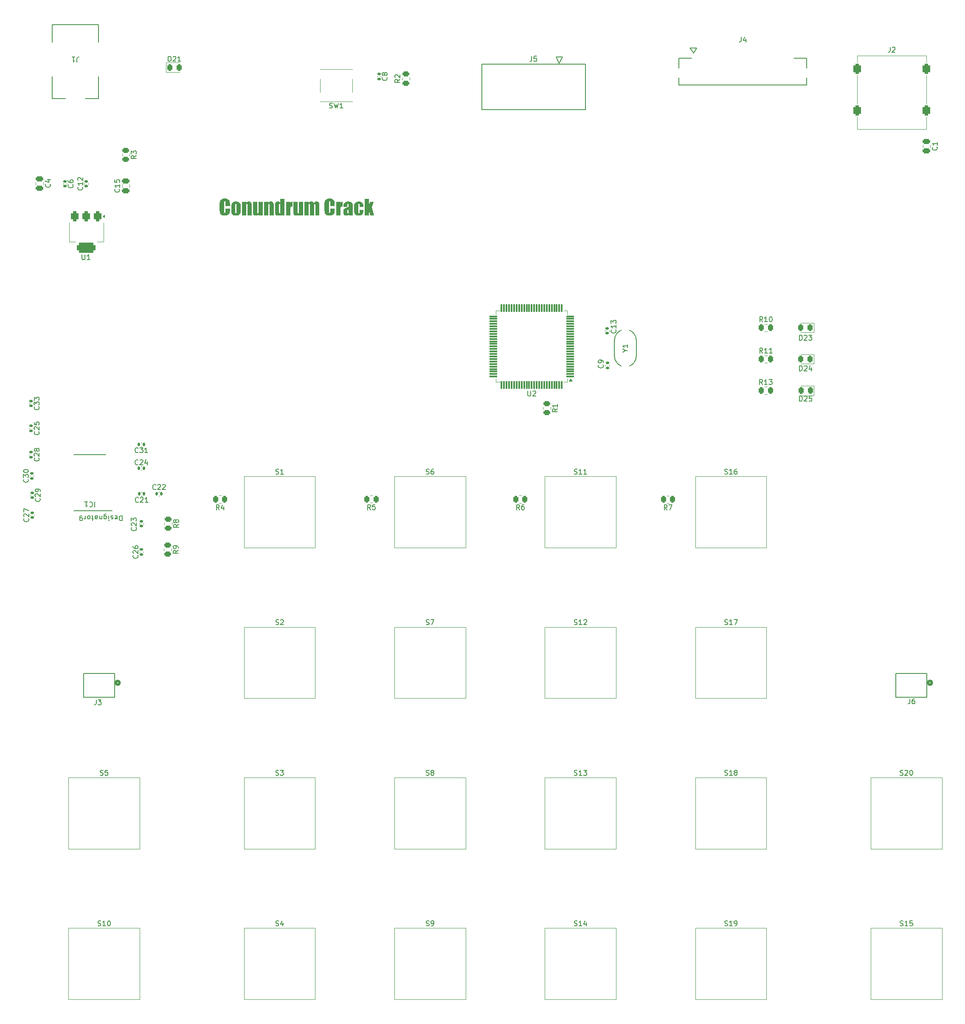
<source format=gto>
G04 #@! TF.GenerationSoftware,KiCad,Pcbnew,8.0.4*
G04 #@! TF.CreationDate,2024-10-08T15:05:26-04:00*
G04 #@! TF.ProjectId,FULL BOARD,46554c4c-2042-44f4-9152-442e6b696361,rev?*
G04 #@! TF.SameCoordinates,Original*
G04 #@! TF.FileFunction,Legend,Top*
G04 #@! TF.FilePolarity,Positive*
%FSLAX46Y46*%
G04 Gerber Fmt 4.6, Leading zero omitted, Abs format (unit mm)*
G04 Created by KiCad (PCBNEW 8.0.4) date 2024-10-08 15:05:26*
%MOMM*%
%LPD*%
G01*
G04 APERTURE LIST*
G04 Aperture macros list*
%AMRoundRect*
0 Rectangle with rounded corners*
0 $1 Rounding radius*
0 $2 $3 $4 $5 $6 $7 $8 $9 X,Y pos of 4 corners*
0 Add a 4 corners polygon primitive as box body*
4,1,4,$2,$3,$4,$5,$6,$7,$8,$9,$2,$3,0*
0 Add four circle primitives for the rounded corners*
1,1,$1+$1,$2,$3*
1,1,$1+$1,$4,$5*
1,1,$1+$1,$6,$7*
1,1,$1+$1,$8,$9*
0 Add four rect primitives between the rounded corners*
20,1,$1+$1,$2,$3,$4,$5,0*
20,1,$1+$1,$4,$5,$6,$7,0*
20,1,$1+$1,$6,$7,$8,$9,0*
20,1,$1+$1,$8,$9,$2,$3,0*%
G04 Aperture macros list end*
%ADD10C,0.100000*%
%ADD11C,0.150000*%
%ADD12C,0.120000*%
%ADD13C,0.152400*%
%ADD14C,0.203200*%
%ADD15C,0.508000*%
%ADD16RoundRect,0.140000X0.170000X-0.140000X0.170000X0.140000X-0.170000X0.140000X-0.170000X-0.140000X0*%
%ADD17R,1.041400X3.200400*%
%ADD18RoundRect,0.250000X-0.450000X0.262500X-0.450000X-0.262500X0.450000X-0.262500X0.450000X0.262500X0*%
%ADD19C,1.600200*%
%ADD20RoundRect,0.140000X0.140000X0.170000X-0.140000X0.170000X-0.140000X-0.170000X0.140000X-0.170000X0*%
%ADD21R,1.599999X0.449999*%
%ADD22R,4.110000X4.359999*%
%ADD23C,0.499999*%
%ADD24RoundRect,0.250000X-0.475000X0.250000X-0.475000X-0.250000X0.475000X-0.250000X0.475000X0.250000X0*%
%ADD25C,1.750000*%
%ADD26C,4.000000*%
%ADD27C,2.500000*%
%ADD28C,1.270000*%
%ADD29RoundRect,0.243750X0.243750X0.456250X-0.243750X0.456250X-0.243750X-0.456250X0.243750X-0.456250X0*%
%ADD30RoundRect,0.140000X-0.170000X0.140000X-0.170000X-0.140000X0.170000X-0.140000X0.170000X0.140000X0*%
%ADD31RoundRect,0.243750X-0.243750X-0.456250X0.243750X-0.456250X0.243750X0.456250X-0.243750X0.456250X0*%
%ADD32C,2.006600*%
%ADD33R,3.302000X4.394200*%
%ADD34R,3.911600X6.197600*%
%ADD35RoundRect,0.250000X0.475000X-0.250000X0.475000X0.250000X-0.475000X0.250000X-0.475000X-0.250000X0*%
%ADD36RoundRect,0.140000X-0.140000X-0.170000X0.140000X-0.170000X0.140000X0.170000X-0.140000X0.170000X0*%
%ADD37RoundRect,0.250000X-0.262500X-0.450000X0.262500X-0.450000X0.262500X0.450000X-0.262500X0.450000X0*%
%ADD38RoundRect,0.250000X0.262500X0.450000X-0.262500X0.450000X-0.262500X-0.450000X0.262500X-0.450000X0*%
%ADD39RoundRect,0.250000X0.450000X-0.262500X0.450000X0.262500X-0.450000X0.262500X-0.450000X-0.262500X0*%
%ADD40RoundRect,0.075000X0.725000X0.075000X-0.725000X0.075000X-0.725000X-0.075000X0.725000X-0.075000X0*%
%ADD41RoundRect,0.075000X0.075000X0.725000X-0.075000X0.725000X-0.075000X-0.725000X0.075000X-0.725000X0*%
%ADD42R,0.800000X1.500000*%
%ADD43RoundRect,0.362500X-0.362500X-0.637500X0.362500X-0.637500X0.362500X0.637500X-0.362500X0.637500X0*%
%ADD44RoundRect,0.375000X-0.375000X0.625000X-0.375000X-0.625000X0.375000X-0.625000X0.375000X0.625000X0*%
%ADD45RoundRect,0.500000X-1.400000X0.500000X-1.400000X-0.500000X1.400000X-0.500000X1.400000X0.500000X0*%
%ADD46R,1.550000X1.300000*%
%ADD47R,0.300000X1.000000*%
%ADD48R,2.000000X1.300000*%
%ADD49R,1.600000X1.600000*%
%ADD50O,1.600000X1.600000*%
G04 APERTURE END LIST*
D10*
G36*
X113850518Y-78505614D02*
G01*
X112982967Y-78505614D01*
X112982967Y-77937750D01*
X112979677Y-77789891D01*
X112960100Y-77642441D01*
X112955124Y-77629271D01*
X112832758Y-77567722D01*
X112700437Y-77633410D01*
X112696470Y-77642460D01*
X112672610Y-77792174D01*
X112667922Y-77949551D01*
X112667894Y-77964861D01*
X112667894Y-79482342D01*
X112671913Y-79637657D01*
X112693010Y-79783304D01*
X112696470Y-79793018D01*
X112826163Y-79865559D01*
X112952925Y-79791553D01*
X112977217Y-79643948D01*
X112982703Y-79491202D01*
X112982967Y-79441309D01*
X112982967Y-79021455D01*
X113850518Y-79021455D01*
X113850518Y-79151148D01*
X113848729Y-79305683D01*
X113841860Y-79471715D01*
X113827334Y-79638656D01*
X113802146Y-79794155D01*
X113777245Y-79886075D01*
X113705917Y-80028448D01*
X113604709Y-80147058D01*
X113484010Y-80244998D01*
X113453379Y-80265628D01*
X113321121Y-80336795D01*
X113174209Y-80387628D01*
X113012643Y-80418128D01*
X112859251Y-80428135D01*
X112836422Y-80428294D01*
X112676107Y-80421808D01*
X112528555Y-80402348D01*
X112375552Y-80364223D01*
X112239219Y-80309154D01*
X112207740Y-80292739D01*
X112082000Y-80207847D01*
X111973149Y-80094217D01*
X111896785Y-79960265D01*
X111880211Y-79916117D01*
X111841603Y-79761686D01*
X111820310Y-79614965D01*
X111806661Y-79444964D01*
X111801045Y-79280718D01*
X111800343Y-79192181D01*
X111800343Y-78232307D01*
X111801500Y-78085636D01*
X111805656Y-77938793D01*
X111815102Y-77786408D01*
X111824523Y-77700346D01*
X111860849Y-77557975D01*
X111929341Y-77420200D01*
X111971802Y-77358162D01*
X112077315Y-77244852D01*
X112197207Y-77158183D01*
X112311788Y-77099508D01*
X112454169Y-77049663D01*
X112609287Y-77018279D01*
X112759783Y-77005817D01*
X112812242Y-77004986D01*
X112973483Y-77011999D01*
X113121891Y-77033036D01*
X113275787Y-77074252D01*
X113412921Y-77133786D01*
X113444586Y-77151532D01*
X113571216Y-77239290D01*
X113680238Y-77350258D01*
X113761649Y-77488687D01*
X113772116Y-77515698D01*
X113810015Y-77657294D01*
X113833291Y-77815369D01*
X113845618Y-77978554D01*
X113850212Y-78136900D01*
X113850518Y-78193472D01*
X113850518Y-78505614D01*
G37*
G36*
X115178087Y-77621166D02*
G01*
X115331645Y-77643806D01*
X115482542Y-77687388D01*
X115507950Y-77697415D01*
X115645646Y-77766623D01*
X115765746Y-77857646D01*
X115817894Y-77913570D01*
X115905113Y-78039837D01*
X115964785Y-78178780D01*
X115967371Y-78187610D01*
X115994919Y-78339400D01*
X116005742Y-78498018D01*
X116007671Y-78616989D01*
X116007671Y-79282307D01*
X116005883Y-79433229D01*
X115999460Y-79582786D01*
X115984862Y-79735343D01*
X115970302Y-79819397D01*
X115921976Y-79964574D01*
X115847967Y-80091847D01*
X115812032Y-80138866D01*
X115701838Y-80246428D01*
X115568909Y-80328594D01*
X115499890Y-80357952D01*
X115348971Y-80400817D01*
X115196507Y-80422730D01*
X115061718Y-80428294D01*
X114912999Y-80423541D01*
X114763391Y-80407112D01*
X114617831Y-80375486D01*
X114593505Y-80368210D01*
X114452148Y-80308760D01*
X114331294Y-80222286D01*
X114296017Y-80185761D01*
X114210300Y-80060460D01*
X114154121Y-79923177D01*
X114145075Y-79891204D01*
X114117391Y-79737194D01*
X114105014Y-79589769D01*
X114100045Y-79435759D01*
X114099646Y-79372432D01*
X114099646Y-78676340D01*
X114103573Y-78518851D01*
X114113617Y-78404498D01*
X114932025Y-78404498D01*
X114932025Y-79646473D01*
X114937499Y-79799412D01*
X114956938Y-79900730D01*
X115053658Y-79959348D01*
X115151111Y-79905859D01*
X115173780Y-79754871D01*
X115175291Y-79673584D01*
X115175291Y-78404498D01*
X115170943Y-78249723D01*
X115152576Y-78138517D01*
X115055856Y-78083563D01*
X114956938Y-78138517D01*
X114934458Y-78287848D01*
X114932025Y-78404498D01*
X114113617Y-78404498D01*
X114117678Y-78358269D01*
X114145807Y-78202356D01*
X114181711Y-78085761D01*
X114254133Y-77949126D01*
X114357552Y-77832406D01*
X114478466Y-77743577D01*
X114624239Y-77675570D01*
X114775257Y-77635900D01*
X114925260Y-77617765D01*
X115026547Y-77614617D01*
X115178087Y-77621166D01*
G37*
G36*
X117116289Y-77661511D02*
G01*
X117102367Y-77907708D01*
X117196241Y-77786421D01*
X117315538Y-77692540D01*
X117323651Y-77687889D01*
X117464701Y-77632935D01*
X117614904Y-77614688D01*
X117625535Y-77614617D01*
X117775424Y-77628733D01*
X117922164Y-77680886D01*
X117975780Y-77715000D01*
X118082136Y-77820541D01*
X118148379Y-77958317D01*
X118150902Y-77967792D01*
X118176520Y-78125362D01*
X118186605Y-78273978D01*
X118190314Y-78433232D01*
X118190469Y-78477038D01*
X118190469Y-80381400D01*
X117358089Y-80381400D01*
X117358089Y-78489494D01*
X117356229Y-78334720D01*
X117346462Y-78183326D01*
X117339038Y-78145845D01*
X117236456Y-78083563D01*
X117125082Y-78154637D01*
X117106715Y-78309713D01*
X117102722Y-78460781D01*
X117102367Y-78534191D01*
X117102367Y-80381400D01*
X116269987Y-80381400D01*
X116269987Y-77661511D01*
X117116289Y-77661511D01*
G37*
G36*
X120371069Y-77661511D02*
G01*
X120371069Y-80381400D01*
X119524035Y-80381400D01*
X119538690Y-80149857D01*
X119442153Y-80271673D01*
X119325466Y-80358685D01*
X119180027Y-80412999D01*
X119033840Y-80428294D01*
X118881910Y-80415812D01*
X118738158Y-80370978D01*
X118722430Y-80363081D01*
X118604114Y-80275446D01*
X118539981Y-80188692D01*
X118483881Y-80049416D01*
X118466708Y-79962279D01*
X118457191Y-79814597D01*
X118453656Y-79654670D01*
X118452786Y-79494065D01*
X118452786Y-77661511D01*
X119285165Y-77661511D01*
X119285165Y-79520443D01*
X119286672Y-79679627D01*
X119293370Y-79828039D01*
X119304216Y-79899997D01*
X119411195Y-79959348D01*
X119521104Y-79897799D01*
X119535324Y-79741255D01*
X119538415Y-79579554D01*
X119538690Y-79499927D01*
X119538690Y-77661511D01*
X120371069Y-77661511D01*
G37*
G36*
X121503867Y-77661511D02*
G01*
X121489946Y-77907708D01*
X121583819Y-77786421D01*
X121703117Y-77692540D01*
X121711230Y-77687889D01*
X121852280Y-77632935D01*
X122002482Y-77614688D01*
X122013114Y-77614617D01*
X122163003Y-77628733D01*
X122309743Y-77680886D01*
X122363358Y-77715000D01*
X122469715Y-77820541D01*
X122535958Y-77958317D01*
X122538480Y-77967792D01*
X122564098Y-78125362D01*
X122574184Y-78273978D01*
X122577893Y-78433232D01*
X122578048Y-78477038D01*
X122578048Y-80381400D01*
X121745668Y-80381400D01*
X121745668Y-78489494D01*
X121743807Y-78334720D01*
X121734040Y-78183326D01*
X121726617Y-78145845D01*
X121624035Y-78083563D01*
X121512660Y-78154637D01*
X121494293Y-78309713D01*
X121490301Y-78460781D01*
X121489946Y-78534191D01*
X121489946Y-80381400D01*
X120657566Y-80381400D01*
X120657566Y-77661511D01*
X121503867Y-77661511D01*
G37*
G36*
X124746191Y-80381400D02*
G01*
X123913812Y-80381400D01*
X123913812Y-80177701D01*
X123799105Y-80281482D01*
X123670717Y-80362013D01*
X123662486Y-80366012D01*
X123518836Y-80414609D01*
X123386247Y-80428294D01*
X123237542Y-80411606D01*
X123096331Y-80356308D01*
X123050657Y-80327178D01*
X122939771Y-80225297D01*
X122868208Y-80092704D01*
X122840659Y-79944041D01*
X122829836Y-79782368D01*
X122827908Y-79658929D01*
X122827908Y-78388378D01*
X122828889Y-78338552D01*
X123660288Y-78338552D01*
X123660288Y-79686040D01*
X123668170Y-79838410D01*
X123685200Y-79906591D01*
X123779722Y-79959348D01*
X123886701Y-79900730D01*
X123910608Y-79749306D01*
X123913812Y-79611302D01*
X123913812Y-78338552D01*
X123903794Y-78188171D01*
X123888166Y-78135587D01*
X123786317Y-78083563D01*
X123685933Y-78130457D01*
X123661189Y-78281898D01*
X123660288Y-78338552D01*
X122828889Y-78338552D01*
X122831096Y-78226463D01*
X122843650Y-78067924D01*
X122868208Y-77944344D01*
X122940185Y-77814088D01*
X123052123Y-77714268D01*
X123189086Y-77646147D01*
X123335354Y-77617049D01*
X123396505Y-77614617D01*
X123544700Y-77628905D01*
X123680071Y-77671769D01*
X123810267Y-77747846D01*
X123913812Y-77841762D01*
X123913812Y-77051881D01*
X124746191Y-77051881D01*
X124746191Y-80381400D01*
G37*
G36*
X125865800Y-77661511D02*
G01*
X125832828Y-78053521D01*
X125906441Y-77911729D01*
X126006844Y-77781012D01*
X126122885Y-77687672D01*
X126274652Y-77626764D01*
X126358194Y-77614617D01*
X126358194Y-78599404D01*
X126203737Y-78607956D01*
X126058483Y-78642700D01*
X126021872Y-78660220D01*
X125913565Y-78765347D01*
X125889981Y-78828015D01*
X125873451Y-78976118D01*
X125867713Y-79128205D01*
X125865895Y-79277269D01*
X125865800Y-79324805D01*
X125865800Y-80381400D01*
X125033421Y-80381400D01*
X125033421Y-77661511D01*
X125865800Y-77661511D01*
G37*
G36*
X128442807Y-77661511D02*
G01*
X128442807Y-80381400D01*
X127595773Y-80381400D01*
X127610427Y-80149857D01*
X127513890Y-80271673D01*
X127397203Y-80358685D01*
X127251765Y-80412999D01*
X127105577Y-80428294D01*
X126953648Y-80415812D01*
X126809895Y-80370978D01*
X126794168Y-80363081D01*
X126675852Y-80275446D01*
X126611718Y-80188692D01*
X126555619Y-80049416D01*
X126538445Y-79962279D01*
X126528928Y-79814597D01*
X126525394Y-79654670D01*
X126524523Y-79494065D01*
X126524523Y-77661511D01*
X127356903Y-77661511D01*
X127356903Y-79520443D01*
X127358410Y-79679627D01*
X127365108Y-79828039D01*
X127375954Y-79899997D01*
X127482932Y-79959348D01*
X127592842Y-79897799D01*
X127607061Y-79741255D01*
X127610152Y-79579554D01*
X127610427Y-79499927D01*
X127610427Y-77661511D01*
X128442807Y-77661511D01*
G37*
G36*
X129551425Y-77661511D02*
G01*
X129536770Y-77925293D01*
X129628553Y-77804239D01*
X129742767Y-77707531D01*
X129767580Y-77692286D01*
X129910828Y-77634034D01*
X130061760Y-77614692D01*
X130072395Y-77614617D01*
X130230527Y-77634034D01*
X130370799Y-77692286D01*
X130493210Y-77789372D01*
X130585669Y-77906180D01*
X130597761Y-77925293D01*
X130695134Y-77804239D01*
X130810668Y-77707531D01*
X130835165Y-77692286D01*
X130974201Y-77634034D01*
X131127524Y-77614617D01*
X131276589Y-77629042D01*
X131424451Y-77682337D01*
X131479234Y-77717199D01*
X131587694Y-77822986D01*
X131654762Y-77958541D01*
X131657287Y-77967792D01*
X131682905Y-78119120D01*
X131693724Y-78277000D01*
X131696816Y-78429270D01*
X131696854Y-78449927D01*
X131696854Y-80381400D01*
X130888655Y-80381400D01*
X130888655Y-78600136D01*
X130887143Y-78442004D01*
X130881004Y-78291094D01*
X130864475Y-78167094D01*
X130754565Y-78083563D01*
X130640260Y-78166361D01*
X130621026Y-78315838D01*
X130615516Y-78477725D01*
X130614614Y-78600136D01*
X130614614Y-80381400D01*
X129806415Y-80381400D01*
X129806415Y-78645566D01*
X129805468Y-78485286D01*
X129801469Y-78324447D01*
X129789027Y-78175403D01*
X129786631Y-78164163D01*
X129678920Y-78083563D01*
X129583665Y-78126061D01*
X129540434Y-78228643D01*
X129537128Y-78377029D01*
X129536770Y-78487296D01*
X129536770Y-80381400D01*
X128729304Y-80381400D01*
X128729304Y-77661511D01*
X129551425Y-77661511D01*
G37*
G36*
X134753798Y-78505614D02*
G01*
X133886247Y-78505614D01*
X133886247Y-77937750D01*
X133882957Y-77789891D01*
X133863379Y-77642441D01*
X133858403Y-77629271D01*
X133736038Y-77567722D01*
X133603717Y-77633410D01*
X133599750Y-77642460D01*
X133575890Y-77792174D01*
X133571202Y-77949551D01*
X133571174Y-77964861D01*
X133571174Y-79482342D01*
X133575192Y-79637657D01*
X133596290Y-79783304D01*
X133599750Y-79793018D01*
X133729443Y-79865559D01*
X133856205Y-79791553D01*
X133880497Y-79643948D01*
X133885983Y-79491202D01*
X133886247Y-79441309D01*
X133886247Y-79021455D01*
X134753798Y-79021455D01*
X134753798Y-79151148D01*
X134752009Y-79305683D01*
X134745139Y-79471715D01*
X134730614Y-79638656D01*
X134705426Y-79794155D01*
X134680525Y-79886075D01*
X134609197Y-80028448D01*
X134507989Y-80147058D01*
X134387290Y-80244998D01*
X134356659Y-80265628D01*
X134224401Y-80336795D01*
X134077489Y-80387628D01*
X133915923Y-80418128D01*
X133762530Y-80428135D01*
X133739701Y-80428294D01*
X133579387Y-80421808D01*
X133431835Y-80402348D01*
X133278832Y-80364223D01*
X133142499Y-80309154D01*
X133111020Y-80292739D01*
X132985279Y-80207847D01*
X132876429Y-80094217D01*
X132800065Y-79960265D01*
X132783491Y-79916117D01*
X132744883Y-79761686D01*
X132723590Y-79614965D01*
X132709941Y-79444964D01*
X132704325Y-79280718D01*
X132703623Y-79192181D01*
X132703623Y-78232307D01*
X132704780Y-78085636D01*
X132708936Y-77938793D01*
X132718382Y-77786408D01*
X132727803Y-77700346D01*
X132764128Y-77557975D01*
X132832621Y-77420200D01*
X132875082Y-77358162D01*
X132980595Y-77244852D01*
X133100487Y-77158183D01*
X133215068Y-77099508D01*
X133357449Y-77049663D01*
X133512567Y-77018279D01*
X133663063Y-77005817D01*
X133715521Y-77004986D01*
X133876762Y-77011999D01*
X134025171Y-77033036D01*
X134179067Y-77074252D01*
X134316201Y-77133786D01*
X134347866Y-77151532D01*
X134474496Y-77239290D01*
X134583518Y-77350258D01*
X134664929Y-77488687D01*
X134675396Y-77515698D01*
X134713295Y-77657294D01*
X134736571Y-77815369D01*
X134748898Y-77978554D01*
X134753491Y-78136900D01*
X134753798Y-78193472D01*
X134753798Y-78505614D01*
G37*
G36*
X135860218Y-77661511D02*
G01*
X135827245Y-78053521D01*
X135900858Y-77911729D01*
X136001262Y-77781012D01*
X136117302Y-77687672D01*
X136269069Y-77626764D01*
X136352611Y-77614617D01*
X136352611Y-78599404D01*
X136198154Y-78607956D01*
X136052900Y-78642700D01*
X136016289Y-78660220D01*
X135907983Y-78765347D01*
X135884398Y-78828015D01*
X135867868Y-78976118D01*
X135862130Y-79128205D01*
X135860312Y-79277269D01*
X135860218Y-79324805D01*
X135860218Y-80381400D01*
X135027838Y-80381400D01*
X135027838Y-77661511D01*
X135860218Y-77661511D01*
G37*
G36*
X137584589Y-77619846D02*
G01*
X137742434Y-77639165D01*
X137898356Y-77678675D01*
X138042567Y-77745348D01*
X138070127Y-77763360D01*
X138187564Y-77862522D01*
X138278066Y-77986972D01*
X138328048Y-78127527D01*
X138348945Y-78285339D01*
X138360471Y-78458170D01*
X138366170Y-78608455D01*
X138369759Y-78781100D01*
X138371110Y-78935317D01*
X138371278Y-79017792D01*
X138371278Y-80381400D01*
X137561613Y-80381400D01*
X137561613Y-80133737D01*
X137480351Y-80255711D01*
X137364509Y-80355021D01*
X137223597Y-80412194D01*
X137077280Y-80428294D01*
X136931405Y-80413748D01*
X136781945Y-80364701D01*
X136676477Y-80305196D01*
X136572602Y-80185516D01*
X136519685Y-80036204D01*
X136498482Y-79888096D01*
X136494028Y-79765175D01*
X136494028Y-79613500D01*
X137275117Y-79613500D01*
X137279712Y-79765396D01*
X137302960Y-79895600D01*
X137412870Y-79959348D01*
X137514719Y-79909522D01*
X137536538Y-79764127D01*
X137538899Y-79647206D01*
X137538899Y-79068350D01*
X137421202Y-79166322D01*
X137324613Y-79281222D01*
X137306624Y-79321141D01*
X137280317Y-79473343D01*
X137275117Y-79613500D01*
X136494028Y-79613500D01*
X136494028Y-79538762D01*
X136501679Y-79380776D01*
X136531809Y-79229871D01*
X136590748Y-79118175D01*
X136716737Y-79021042D01*
X136859499Y-78946711D01*
X137001952Y-78884892D01*
X137071418Y-78857324D01*
X137211621Y-78800334D01*
X137356885Y-78735969D01*
X137485478Y-78664322D01*
X137509590Y-78639704D01*
X137537067Y-78493937D01*
X137538899Y-78417687D01*
X137532728Y-78263373D01*
X137506659Y-78146577D01*
X137401146Y-78083563D01*
X137295633Y-78137052D01*
X137277120Y-78290602D01*
X137275117Y-78413291D01*
X137275117Y-78693193D01*
X136494028Y-78693193D01*
X136494028Y-78514407D01*
X136499824Y-78352074D01*
X136519860Y-78197944D01*
X136562793Y-78049446D01*
X136567301Y-78038866D01*
X136651142Y-77909063D01*
X136760054Y-77809431D01*
X136861125Y-77742844D01*
X136995560Y-77680859D01*
X137150745Y-77639160D01*
X137306106Y-77619125D01*
X137433386Y-77614617D01*
X137584589Y-77619846D01*
G37*
G36*
X140487399Y-78693193D02*
G01*
X139702646Y-78693193D01*
X139702646Y-78371525D01*
X139694995Y-78223642D01*
X139675535Y-78143647D01*
X139576617Y-78083563D01*
X139479897Y-78135587D01*
X139456541Y-78285475D01*
X139454984Y-78367861D01*
X139454984Y-79664791D01*
X139467900Y-79813853D01*
X139491620Y-79886075D01*
X139601530Y-79959348D01*
X139715835Y-79881679D01*
X139741653Y-79730496D01*
X139745877Y-79587854D01*
X139745877Y-79255928D01*
X140487399Y-79255928D01*
X140485063Y-79409160D01*
X140479479Y-79557242D01*
X140467166Y-79714652D01*
X140463218Y-79746857D01*
X140426393Y-79891373D01*
X140359547Y-80028330D01*
X140325466Y-80081714D01*
X140228093Y-80198561D01*
X140110730Y-80291915D01*
X140021383Y-80341099D01*
X139882364Y-80390743D01*
X139737650Y-80417991D01*
X139575476Y-80428209D01*
X139558299Y-80428294D01*
X139411083Y-80422579D01*
X139259923Y-80402051D01*
X139111655Y-80361112D01*
X138999227Y-80308859D01*
X138871872Y-80214989D01*
X138772917Y-80098606D01*
X138707601Y-79973270D01*
X138662779Y-79820499D01*
X138638873Y-79672831D01*
X138626672Y-79525064D01*
X138622604Y-79359976D01*
X138622604Y-78588413D01*
X138626955Y-78426113D01*
X138642250Y-78268926D01*
X138675899Y-78113330D01*
X138692214Y-78066710D01*
X138767227Y-77940177D01*
X138875092Y-77833602D01*
X138991167Y-77753102D01*
X139127939Y-77686158D01*
X139280245Y-77641124D01*
X139428669Y-77619485D01*
X139548041Y-77614617D01*
X139704799Y-77623226D01*
X139849742Y-77649055D01*
X139998679Y-77698694D01*
X140104181Y-77752369D01*
X140233339Y-77845478D01*
X140340536Y-77964095D01*
X140411195Y-78099683D01*
X140451380Y-78247688D01*
X140474822Y-78410015D01*
X140485538Y-78577466D01*
X140487399Y-78693193D01*
G37*
G36*
X142514858Y-77661511D02*
G01*
X142177071Y-78763535D01*
X142615975Y-80381400D01*
X141814370Y-80381400D01*
X141554984Y-79209767D01*
X141554984Y-80381400D01*
X140722604Y-80381400D01*
X140722604Y-77051881D01*
X141554984Y-77051881D01*
X141554984Y-78469711D01*
X141814370Y-77661511D01*
X142514858Y-77661511D01*
G37*
D11*
X95101180Y-142574257D02*
X95148800Y-142621876D01*
X95148800Y-142621876D02*
X95196419Y-142764733D01*
X95196419Y-142764733D02*
X95196419Y-142859971D01*
X95196419Y-142859971D02*
X95148800Y-143002828D01*
X95148800Y-143002828D02*
X95053561Y-143098066D01*
X95053561Y-143098066D02*
X94958323Y-143145685D01*
X94958323Y-143145685D02*
X94767847Y-143193304D01*
X94767847Y-143193304D02*
X94624990Y-143193304D01*
X94624990Y-143193304D02*
X94434514Y-143145685D01*
X94434514Y-143145685D02*
X94339276Y-143098066D01*
X94339276Y-143098066D02*
X94244038Y-143002828D01*
X94244038Y-143002828D02*
X94196419Y-142859971D01*
X94196419Y-142859971D02*
X94196419Y-142764733D01*
X94196419Y-142764733D02*
X94244038Y-142621876D01*
X94244038Y-142621876D02*
X94291657Y-142574257D01*
X94291657Y-142193304D02*
X94244038Y-142145685D01*
X94244038Y-142145685D02*
X94196419Y-142050447D01*
X94196419Y-142050447D02*
X94196419Y-141812352D01*
X94196419Y-141812352D02*
X94244038Y-141717114D01*
X94244038Y-141717114D02*
X94291657Y-141669495D01*
X94291657Y-141669495D02*
X94386895Y-141621876D01*
X94386895Y-141621876D02*
X94482133Y-141621876D01*
X94482133Y-141621876D02*
X94624990Y-141669495D01*
X94624990Y-141669495D02*
X95196419Y-142240923D01*
X95196419Y-142240923D02*
X95196419Y-141621876D01*
X94196419Y-141288542D02*
X94196419Y-140669495D01*
X94196419Y-140669495D02*
X94577371Y-141002828D01*
X94577371Y-141002828D02*
X94577371Y-140859971D01*
X94577371Y-140859971D02*
X94624990Y-140764733D01*
X94624990Y-140764733D02*
X94672609Y-140717114D01*
X94672609Y-140717114D02*
X94767847Y-140669495D01*
X94767847Y-140669495D02*
X95005942Y-140669495D01*
X95005942Y-140669495D02*
X95101180Y-140717114D01*
X95101180Y-140717114D02*
X95148800Y-140764733D01*
X95148800Y-140764733D02*
X95196419Y-140859971D01*
X95196419Y-140859971D02*
X95196419Y-141145685D01*
X95196419Y-141145685D02*
X95148800Y-141240923D01*
X95148800Y-141240923D02*
X95101180Y-141288542D01*
X192690228Y-107306690D02*
X193166419Y-107306690D01*
X192166419Y-107640023D02*
X192690228Y-107306690D01*
X192690228Y-107306690D02*
X192166419Y-106973357D01*
X193166419Y-106116214D02*
X193166419Y-106687642D01*
X193166419Y-106401928D02*
X192166419Y-106401928D01*
X192166419Y-106401928D02*
X192309276Y-106497166D01*
X192309276Y-106497166D02*
X192404514Y-106592404D01*
X192404514Y-106592404D02*
X192452133Y-106687642D01*
X103540019Y-147149166D02*
X103063828Y-147482499D01*
X103540019Y-147720594D02*
X102540019Y-147720594D01*
X102540019Y-147720594D02*
X102540019Y-147339642D01*
X102540019Y-147339642D02*
X102587638Y-147244404D01*
X102587638Y-147244404D02*
X102635257Y-147196785D01*
X102635257Y-147196785D02*
X102730495Y-147149166D01*
X102730495Y-147149166D02*
X102873352Y-147149166D01*
X102873352Y-147149166D02*
X102968590Y-147196785D01*
X102968590Y-147196785D02*
X103016209Y-147244404D01*
X103016209Y-147244404D02*
X103063828Y-147339642D01*
X103063828Y-147339642D02*
X103063828Y-147720594D01*
X103540019Y-146672975D02*
X103540019Y-146482499D01*
X103540019Y-146482499D02*
X103492400Y-146387261D01*
X103492400Y-146387261D02*
X103444780Y-146339642D01*
X103444780Y-146339642D02*
X103301923Y-146244404D01*
X103301923Y-146244404D02*
X103111447Y-146196785D01*
X103111447Y-146196785D02*
X102730495Y-146196785D01*
X102730495Y-146196785D02*
X102635257Y-146244404D01*
X102635257Y-146244404D02*
X102587638Y-146292023D01*
X102587638Y-146292023D02*
X102540019Y-146387261D01*
X102540019Y-146387261D02*
X102540019Y-146577737D01*
X102540019Y-146577737D02*
X102587638Y-146672975D01*
X102587638Y-146672975D02*
X102635257Y-146720594D01*
X102635257Y-146720594D02*
X102730495Y-146768213D01*
X102730495Y-146768213D02*
X102968590Y-146768213D01*
X102968590Y-146768213D02*
X103063828Y-146720594D01*
X103063828Y-146720594D02*
X103111447Y-146672975D01*
X103111447Y-146672975D02*
X103159066Y-146577737D01*
X103159066Y-146577737D02*
X103159066Y-146387261D01*
X103159066Y-146387261D02*
X103111447Y-146292023D01*
X103111447Y-146292023D02*
X103063828Y-146244404D01*
X103063828Y-146244404D02*
X102968590Y-146196785D01*
X174028266Y-48676219D02*
X174028266Y-49390504D01*
X174028266Y-49390504D02*
X173980647Y-49533361D01*
X173980647Y-49533361D02*
X173885409Y-49628600D01*
X173885409Y-49628600D02*
X173742552Y-49676219D01*
X173742552Y-49676219D02*
X173647314Y-49676219D01*
X174980647Y-48676219D02*
X174504457Y-48676219D01*
X174504457Y-48676219D02*
X174456838Y-49152409D01*
X174456838Y-49152409D02*
X174504457Y-49104790D01*
X174504457Y-49104790D02*
X174599695Y-49057171D01*
X174599695Y-49057171D02*
X174837790Y-49057171D01*
X174837790Y-49057171D02*
X174933028Y-49104790D01*
X174933028Y-49104790D02*
X174980647Y-49152409D01*
X174980647Y-49152409D02*
X175028266Y-49247647D01*
X175028266Y-49247647D02*
X175028266Y-49485742D01*
X175028266Y-49485742D02*
X174980647Y-49580980D01*
X174980647Y-49580980D02*
X174933028Y-49628600D01*
X174933028Y-49628600D02*
X174837790Y-49676219D01*
X174837790Y-49676219D02*
X174599695Y-49676219D01*
X174599695Y-49676219D02*
X174504457Y-49628600D01*
X174504457Y-49628600D02*
X174456838Y-49580980D01*
X99087942Y-134923380D02*
X99040323Y-134971000D01*
X99040323Y-134971000D02*
X98897466Y-135018619D01*
X98897466Y-135018619D02*
X98802228Y-135018619D01*
X98802228Y-135018619D02*
X98659371Y-134971000D01*
X98659371Y-134971000D02*
X98564133Y-134875761D01*
X98564133Y-134875761D02*
X98516514Y-134780523D01*
X98516514Y-134780523D02*
X98468895Y-134590047D01*
X98468895Y-134590047D02*
X98468895Y-134447190D01*
X98468895Y-134447190D02*
X98516514Y-134256714D01*
X98516514Y-134256714D02*
X98564133Y-134161476D01*
X98564133Y-134161476D02*
X98659371Y-134066238D01*
X98659371Y-134066238D02*
X98802228Y-134018619D01*
X98802228Y-134018619D02*
X98897466Y-134018619D01*
X98897466Y-134018619D02*
X99040323Y-134066238D01*
X99040323Y-134066238D02*
X99087942Y-134113857D01*
X99468895Y-134113857D02*
X99516514Y-134066238D01*
X99516514Y-134066238D02*
X99611752Y-134018619D01*
X99611752Y-134018619D02*
X99849847Y-134018619D01*
X99849847Y-134018619D02*
X99945085Y-134066238D01*
X99945085Y-134066238D02*
X99992704Y-134113857D01*
X99992704Y-134113857D02*
X100040323Y-134209095D01*
X100040323Y-134209095D02*
X100040323Y-134304333D01*
X100040323Y-134304333D02*
X99992704Y-134447190D01*
X99992704Y-134447190D02*
X99421276Y-135018619D01*
X99421276Y-135018619D02*
X100040323Y-135018619D01*
X100421276Y-134113857D02*
X100468895Y-134066238D01*
X100468895Y-134066238D02*
X100564133Y-134018619D01*
X100564133Y-134018619D02*
X100802228Y-134018619D01*
X100802228Y-134018619D02*
X100897466Y-134066238D01*
X100897466Y-134066238D02*
X100945085Y-134113857D01*
X100945085Y-134113857D02*
X100992704Y-134209095D01*
X100992704Y-134209095D02*
X100992704Y-134304333D01*
X100992704Y-134304333D02*
X100945085Y-134447190D01*
X100945085Y-134447190D02*
X100373657Y-135018619D01*
X100373657Y-135018619D02*
X100992704Y-135018619D01*
X86877789Y-137466580D02*
X86877789Y-138466580D01*
X85830171Y-137561819D02*
X85877790Y-137514200D01*
X85877790Y-137514200D02*
X86020647Y-137466580D01*
X86020647Y-137466580D02*
X86115885Y-137466580D01*
X86115885Y-137466580D02*
X86258742Y-137514200D01*
X86258742Y-137514200D02*
X86353980Y-137609438D01*
X86353980Y-137609438D02*
X86401599Y-137704676D01*
X86401599Y-137704676D02*
X86449218Y-137895152D01*
X86449218Y-137895152D02*
X86449218Y-138038009D01*
X86449218Y-138038009D02*
X86401599Y-138228485D01*
X86401599Y-138228485D02*
X86353980Y-138323723D01*
X86353980Y-138323723D02*
X86258742Y-138418961D01*
X86258742Y-138418961D02*
X86115885Y-138466580D01*
X86115885Y-138466580D02*
X86020647Y-138466580D01*
X86020647Y-138466580D02*
X85877790Y-138418961D01*
X85877790Y-138418961D02*
X85830171Y-138371342D01*
X84877790Y-137466580D02*
X85449218Y-137466580D01*
X85163504Y-137466580D02*
X85163504Y-138466580D01*
X85163504Y-138466580D02*
X85258742Y-138323723D01*
X85258742Y-138323723D02*
X85353980Y-138228485D01*
X85353980Y-138228485D02*
X85449218Y-138180866D01*
X92345885Y-140216580D02*
X92345885Y-141216580D01*
X92345885Y-141216580D02*
X92107790Y-141216580D01*
X92107790Y-141216580D02*
X91964933Y-141168961D01*
X91964933Y-141168961D02*
X91869695Y-141073723D01*
X91869695Y-141073723D02*
X91822076Y-140978485D01*
X91822076Y-140978485D02*
X91774457Y-140788009D01*
X91774457Y-140788009D02*
X91774457Y-140645152D01*
X91774457Y-140645152D02*
X91822076Y-140454676D01*
X91822076Y-140454676D02*
X91869695Y-140359438D01*
X91869695Y-140359438D02*
X91964933Y-140264200D01*
X91964933Y-140264200D02*
X92107790Y-140216580D01*
X92107790Y-140216580D02*
X92345885Y-140216580D01*
X90964933Y-140264200D02*
X91060171Y-140216580D01*
X91060171Y-140216580D02*
X91250647Y-140216580D01*
X91250647Y-140216580D02*
X91345885Y-140264200D01*
X91345885Y-140264200D02*
X91393504Y-140359438D01*
X91393504Y-140359438D02*
X91393504Y-140740390D01*
X91393504Y-140740390D02*
X91345885Y-140835628D01*
X91345885Y-140835628D02*
X91250647Y-140883247D01*
X91250647Y-140883247D02*
X91060171Y-140883247D01*
X91060171Y-140883247D02*
X90964933Y-140835628D01*
X90964933Y-140835628D02*
X90917314Y-140740390D01*
X90917314Y-140740390D02*
X90917314Y-140645152D01*
X90917314Y-140645152D02*
X91393504Y-140549914D01*
X90536361Y-140264200D02*
X90441123Y-140216580D01*
X90441123Y-140216580D02*
X90250647Y-140216580D01*
X90250647Y-140216580D02*
X90155409Y-140264200D01*
X90155409Y-140264200D02*
X90107790Y-140359438D01*
X90107790Y-140359438D02*
X90107790Y-140407057D01*
X90107790Y-140407057D02*
X90155409Y-140502295D01*
X90155409Y-140502295D02*
X90250647Y-140549914D01*
X90250647Y-140549914D02*
X90393504Y-140549914D01*
X90393504Y-140549914D02*
X90488742Y-140597533D01*
X90488742Y-140597533D02*
X90536361Y-140692771D01*
X90536361Y-140692771D02*
X90536361Y-140740390D01*
X90536361Y-140740390D02*
X90488742Y-140835628D01*
X90488742Y-140835628D02*
X90393504Y-140883247D01*
X90393504Y-140883247D02*
X90250647Y-140883247D01*
X90250647Y-140883247D02*
X90155409Y-140835628D01*
X89679218Y-140216580D02*
X89679218Y-140883247D01*
X89679218Y-141216580D02*
X89726837Y-141168961D01*
X89726837Y-141168961D02*
X89679218Y-141121342D01*
X89679218Y-141121342D02*
X89631599Y-141168961D01*
X89631599Y-141168961D02*
X89679218Y-141216580D01*
X89679218Y-141216580D02*
X89679218Y-141121342D01*
X88774457Y-140883247D02*
X88774457Y-140073723D01*
X88774457Y-140073723D02*
X88822076Y-139978485D01*
X88822076Y-139978485D02*
X88869695Y-139930866D01*
X88869695Y-139930866D02*
X88964933Y-139883247D01*
X88964933Y-139883247D02*
X89107790Y-139883247D01*
X89107790Y-139883247D02*
X89203028Y-139930866D01*
X88774457Y-140264200D02*
X88869695Y-140216580D01*
X88869695Y-140216580D02*
X89060171Y-140216580D01*
X89060171Y-140216580D02*
X89155409Y-140264200D01*
X89155409Y-140264200D02*
X89203028Y-140311819D01*
X89203028Y-140311819D02*
X89250647Y-140407057D01*
X89250647Y-140407057D02*
X89250647Y-140692771D01*
X89250647Y-140692771D02*
X89203028Y-140788009D01*
X89203028Y-140788009D02*
X89155409Y-140835628D01*
X89155409Y-140835628D02*
X89060171Y-140883247D01*
X89060171Y-140883247D02*
X88869695Y-140883247D01*
X88869695Y-140883247D02*
X88774457Y-140835628D01*
X88298266Y-140883247D02*
X88298266Y-140216580D01*
X88298266Y-140788009D02*
X88250647Y-140835628D01*
X88250647Y-140835628D02*
X88155409Y-140883247D01*
X88155409Y-140883247D02*
X88012552Y-140883247D01*
X88012552Y-140883247D02*
X87917314Y-140835628D01*
X87917314Y-140835628D02*
X87869695Y-140740390D01*
X87869695Y-140740390D02*
X87869695Y-140216580D01*
X86964933Y-140216580D02*
X86964933Y-140740390D01*
X86964933Y-140740390D02*
X87012552Y-140835628D01*
X87012552Y-140835628D02*
X87107790Y-140883247D01*
X87107790Y-140883247D02*
X87298266Y-140883247D01*
X87298266Y-140883247D02*
X87393504Y-140835628D01*
X86964933Y-140264200D02*
X87060171Y-140216580D01*
X87060171Y-140216580D02*
X87298266Y-140216580D01*
X87298266Y-140216580D02*
X87393504Y-140264200D01*
X87393504Y-140264200D02*
X87441123Y-140359438D01*
X87441123Y-140359438D02*
X87441123Y-140454676D01*
X87441123Y-140454676D02*
X87393504Y-140549914D01*
X87393504Y-140549914D02*
X87298266Y-140597533D01*
X87298266Y-140597533D02*
X87060171Y-140597533D01*
X87060171Y-140597533D02*
X86964933Y-140645152D01*
X86631599Y-140883247D02*
X86250647Y-140883247D01*
X86488742Y-141216580D02*
X86488742Y-140359438D01*
X86488742Y-140359438D02*
X86441123Y-140264200D01*
X86441123Y-140264200D02*
X86345885Y-140216580D01*
X86345885Y-140216580D02*
X86250647Y-140216580D01*
X85774456Y-140216580D02*
X85869694Y-140264200D01*
X85869694Y-140264200D02*
X85917313Y-140311819D01*
X85917313Y-140311819D02*
X85964932Y-140407057D01*
X85964932Y-140407057D02*
X85964932Y-140692771D01*
X85964932Y-140692771D02*
X85917313Y-140788009D01*
X85917313Y-140788009D02*
X85869694Y-140835628D01*
X85869694Y-140835628D02*
X85774456Y-140883247D01*
X85774456Y-140883247D02*
X85631599Y-140883247D01*
X85631599Y-140883247D02*
X85536361Y-140835628D01*
X85536361Y-140835628D02*
X85488742Y-140788009D01*
X85488742Y-140788009D02*
X85441123Y-140692771D01*
X85441123Y-140692771D02*
X85441123Y-140407057D01*
X85441123Y-140407057D02*
X85488742Y-140311819D01*
X85488742Y-140311819D02*
X85536361Y-140264200D01*
X85536361Y-140264200D02*
X85631599Y-140216580D01*
X85631599Y-140216580D02*
X85774456Y-140216580D01*
X85012551Y-140216580D02*
X85012551Y-140883247D01*
X85012551Y-140692771D02*
X84964932Y-140788009D01*
X84964932Y-140788009D02*
X84917313Y-140835628D01*
X84917313Y-140835628D02*
X84822075Y-140883247D01*
X84822075Y-140883247D02*
X84726837Y-140883247D01*
X84345884Y-140216580D02*
X84155408Y-140216580D01*
X84155408Y-140216580D02*
X84060170Y-140264200D01*
X84060170Y-140264200D02*
X84012551Y-140311819D01*
X84012551Y-140311819D02*
X83917313Y-140454676D01*
X83917313Y-140454676D02*
X83869694Y-140645152D01*
X83869694Y-140645152D02*
X83869694Y-141026104D01*
X83869694Y-141026104D02*
X83917313Y-141121342D01*
X83917313Y-141121342D02*
X83964932Y-141168961D01*
X83964932Y-141168961D02*
X84060170Y-141216580D01*
X84060170Y-141216580D02*
X84250646Y-141216580D01*
X84250646Y-141216580D02*
X84345884Y-141168961D01*
X84345884Y-141168961D02*
X84393503Y-141121342D01*
X84393503Y-141121342D02*
X84441122Y-141026104D01*
X84441122Y-141026104D02*
X84441122Y-140788009D01*
X84441122Y-140788009D02*
X84393503Y-140692771D01*
X84393503Y-140692771D02*
X84345884Y-140645152D01*
X84345884Y-140645152D02*
X84250646Y-140597533D01*
X84250646Y-140597533D02*
X84060170Y-140597533D01*
X84060170Y-140597533D02*
X83964932Y-140645152D01*
X83964932Y-140645152D02*
X83917313Y-140692771D01*
X83917313Y-140692771D02*
X83869694Y-140788009D01*
X77943680Y-74144866D02*
X77991300Y-74192485D01*
X77991300Y-74192485D02*
X78038919Y-74335342D01*
X78038919Y-74335342D02*
X78038919Y-74430580D01*
X78038919Y-74430580D02*
X77991300Y-74573437D01*
X77991300Y-74573437D02*
X77896061Y-74668675D01*
X77896061Y-74668675D02*
X77800823Y-74716294D01*
X77800823Y-74716294D02*
X77610347Y-74763913D01*
X77610347Y-74763913D02*
X77467490Y-74763913D01*
X77467490Y-74763913D02*
X77277014Y-74716294D01*
X77277014Y-74716294D02*
X77181776Y-74668675D01*
X77181776Y-74668675D02*
X77086538Y-74573437D01*
X77086538Y-74573437D02*
X77038919Y-74430580D01*
X77038919Y-74430580D02*
X77038919Y-74335342D01*
X77038919Y-74335342D02*
X77086538Y-74192485D01*
X77086538Y-74192485D02*
X77134157Y-74144866D01*
X77372252Y-73287723D02*
X78038919Y-73287723D01*
X76991300Y-73525818D02*
X77705585Y-73763913D01*
X77705585Y-73763913D02*
X77705585Y-73144866D01*
X247515905Y-221898600D02*
X247658762Y-221946219D01*
X247658762Y-221946219D02*
X247896857Y-221946219D01*
X247896857Y-221946219D02*
X247992095Y-221898600D01*
X247992095Y-221898600D02*
X248039714Y-221850980D01*
X248039714Y-221850980D02*
X248087333Y-221755742D01*
X248087333Y-221755742D02*
X248087333Y-221660504D01*
X248087333Y-221660504D02*
X248039714Y-221565266D01*
X248039714Y-221565266D02*
X247992095Y-221517647D01*
X247992095Y-221517647D02*
X247896857Y-221470028D01*
X247896857Y-221470028D02*
X247706381Y-221422409D01*
X247706381Y-221422409D02*
X247611143Y-221374790D01*
X247611143Y-221374790D02*
X247563524Y-221327171D01*
X247563524Y-221327171D02*
X247515905Y-221231933D01*
X247515905Y-221231933D02*
X247515905Y-221136695D01*
X247515905Y-221136695D02*
X247563524Y-221041457D01*
X247563524Y-221041457D02*
X247611143Y-220993838D01*
X247611143Y-220993838D02*
X247706381Y-220946219D01*
X247706381Y-220946219D02*
X247944476Y-220946219D01*
X247944476Y-220946219D02*
X248087333Y-220993838D01*
X249039714Y-221946219D02*
X248468286Y-221946219D01*
X248754000Y-221946219D02*
X248754000Y-220946219D01*
X248754000Y-220946219D02*
X248658762Y-221089076D01*
X248658762Y-221089076D02*
X248563524Y-221184314D01*
X248563524Y-221184314D02*
X248468286Y-221231933D01*
X249944476Y-220946219D02*
X249468286Y-220946219D01*
X249468286Y-220946219D02*
X249420667Y-221422409D01*
X249420667Y-221422409D02*
X249468286Y-221374790D01*
X249468286Y-221374790D02*
X249563524Y-221327171D01*
X249563524Y-221327171D02*
X249801619Y-221327171D01*
X249801619Y-221327171D02*
X249896857Y-221374790D01*
X249896857Y-221374790D02*
X249944476Y-221422409D01*
X249944476Y-221422409D02*
X249992095Y-221517647D01*
X249992095Y-221517647D02*
X249992095Y-221755742D01*
X249992095Y-221755742D02*
X249944476Y-221850980D01*
X249944476Y-221850980D02*
X249896857Y-221898600D01*
X249896857Y-221898600D02*
X249801619Y-221946219D01*
X249801619Y-221946219D02*
X249563524Y-221946219D01*
X249563524Y-221946219D02*
X249468286Y-221898600D01*
X249468286Y-221898600D02*
X249420667Y-221850980D01*
X152992095Y-221898600D02*
X153134952Y-221946219D01*
X153134952Y-221946219D02*
X153373047Y-221946219D01*
X153373047Y-221946219D02*
X153468285Y-221898600D01*
X153468285Y-221898600D02*
X153515904Y-221850980D01*
X153515904Y-221850980D02*
X153563523Y-221755742D01*
X153563523Y-221755742D02*
X153563523Y-221660504D01*
X153563523Y-221660504D02*
X153515904Y-221565266D01*
X153515904Y-221565266D02*
X153468285Y-221517647D01*
X153468285Y-221517647D02*
X153373047Y-221470028D01*
X153373047Y-221470028D02*
X153182571Y-221422409D01*
X153182571Y-221422409D02*
X153087333Y-221374790D01*
X153087333Y-221374790D02*
X153039714Y-221327171D01*
X153039714Y-221327171D02*
X152992095Y-221231933D01*
X152992095Y-221231933D02*
X152992095Y-221136695D01*
X152992095Y-221136695D02*
X153039714Y-221041457D01*
X153039714Y-221041457D02*
X153087333Y-220993838D01*
X153087333Y-220993838D02*
X153182571Y-220946219D01*
X153182571Y-220946219D02*
X153420666Y-220946219D01*
X153420666Y-220946219D02*
X153563523Y-220993838D01*
X154039714Y-221946219D02*
X154230190Y-221946219D01*
X154230190Y-221946219D02*
X154325428Y-221898600D01*
X154325428Y-221898600D02*
X154373047Y-221850980D01*
X154373047Y-221850980D02*
X154468285Y-221708123D01*
X154468285Y-221708123D02*
X154515904Y-221517647D01*
X154515904Y-221517647D02*
X154515904Y-221136695D01*
X154515904Y-221136695D02*
X154468285Y-221041457D01*
X154468285Y-221041457D02*
X154420666Y-220993838D01*
X154420666Y-220993838D02*
X154325428Y-220946219D01*
X154325428Y-220946219D02*
X154134952Y-220946219D01*
X154134952Y-220946219D02*
X154039714Y-220993838D01*
X154039714Y-220993838D02*
X153992095Y-221041457D01*
X153992095Y-221041457D02*
X153944476Y-221136695D01*
X153944476Y-221136695D02*
X153944476Y-221374790D01*
X153944476Y-221374790D02*
X153992095Y-221470028D01*
X153992095Y-221470028D02*
X154039714Y-221517647D01*
X154039714Y-221517647D02*
X154134952Y-221565266D01*
X154134952Y-221565266D02*
X154325428Y-221565266D01*
X154325428Y-221565266D02*
X154420666Y-221517647D01*
X154420666Y-221517647D02*
X154468285Y-221470028D01*
X154468285Y-221470028D02*
X154515904Y-221374790D01*
X87178266Y-176906219D02*
X87178266Y-177620504D01*
X87178266Y-177620504D02*
X87130647Y-177763361D01*
X87130647Y-177763361D02*
X87035409Y-177858600D01*
X87035409Y-177858600D02*
X86892552Y-177906219D01*
X86892552Y-177906219D02*
X86797314Y-177906219D01*
X87559219Y-176906219D02*
X88178266Y-176906219D01*
X88178266Y-176906219D02*
X87844933Y-177287171D01*
X87844933Y-177287171D02*
X87987790Y-177287171D01*
X87987790Y-177287171D02*
X88083028Y-177334790D01*
X88083028Y-177334790D02*
X88130647Y-177382409D01*
X88130647Y-177382409D02*
X88178266Y-177477647D01*
X88178266Y-177477647D02*
X88178266Y-177715742D01*
X88178266Y-177715742D02*
X88130647Y-177810980D01*
X88130647Y-177810980D02*
X88083028Y-177858600D01*
X88083028Y-177858600D02*
X87987790Y-177906219D01*
X87987790Y-177906219D02*
X87702076Y-177906219D01*
X87702076Y-177906219D02*
X87606838Y-177858600D01*
X87606838Y-177858600D02*
X87559219Y-177810980D01*
X227427314Y-105246219D02*
X227427314Y-104246219D01*
X227427314Y-104246219D02*
X227665409Y-104246219D01*
X227665409Y-104246219D02*
X227808266Y-104293838D01*
X227808266Y-104293838D02*
X227903504Y-104389076D01*
X227903504Y-104389076D02*
X227951123Y-104484314D01*
X227951123Y-104484314D02*
X227998742Y-104674790D01*
X227998742Y-104674790D02*
X227998742Y-104817647D01*
X227998742Y-104817647D02*
X227951123Y-105008123D01*
X227951123Y-105008123D02*
X227903504Y-105103361D01*
X227903504Y-105103361D02*
X227808266Y-105198600D01*
X227808266Y-105198600D02*
X227665409Y-105246219D01*
X227665409Y-105246219D02*
X227427314Y-105246219D01*
X228379695Y-104341457D02*
X228427314Y-104293838D01*
X228427314Y-104293838D02*
X228522552Y-104246219D01*
X228522552Y-104246219D02*
X228760647Y-104246219D01*
X228760647Y-104246219D02*
X228855885Y-104293838D01*
X228855885Y-104293838D02*
X228903504Y-104341457D01*
X228903504Y-104341457D02*
X228951123Y-104436695D01*
X228951123Y-104436695D02*
X228951123Y-104531933D01*
X228951123Y-104531933D02*
X228903504Y-104674790D01*
X228903504Y-104674790D02*
X228332076Y-105246219D01*
X228332076Y-105246219D02*
X228951123Y-105246219D01*
X229284457Y-104246219D02*
X229903504Y-104246219D01*
X229903504Y-104246219D02*
X229570171Y-104627171D01*
X229570171Y-104627171D02*
X229713028Y-104627171D01*
X229713028Y-104627171D02*
X229808266Y-104674790D01*
X229808266Y-104674790D02*
X229855885Y-104722409D01*
X229855885Y-104722409D02*
X229903504Y-104817647D01*
X229903504Y-104817647D02*
X229903504Y-105055742D01*
X229903504Y-105055742D02*
X229855885Y-105150980D01*
X229855885Y-105150980D02*
X229808266Y-105198600D01*
X229808266Y-105198600D02*
X229713028Y-105246219D01*
X229713028Y-105246219D02*
X229427314Y-105246219D01*
X229427314Y-105246219D02*
X229332076Y-105198600D01*
X229332076Y-105198600D02*
X229284457Y-105150980D01*
X122992095Y-221898600D02*
X123134952Y-221946219D01*
X123134952Y-221946219D02*
X123373047Y-221946219D01*
X123373047Y-221946219D02*
X123468285Y-221898600D01*
X123468285Y-221898600D02*
X123515904Y-221850980D01*
X123515904Y-221850980D02*
X123563523Y-221755742D01*
X123563523Y-221755742D02*
X123563523Y-221660504D01*
X123563523Y-221660504D02*
X123515904Y-221565266D01*
X123515904Y-221565266D02*
X123468285Y-221517647D01*
X123468285Y-221517647D02*
X123373047Y-221470028D01*
X123373047Y-221470028D02*
X123182571Y-221422409D01*
X123182571Y-221422409D02*
X123087333Y-221374790D01*
X123087333Y-221374790D02*
X123039714Y-221327171D01*
X123039714Y-221327171D02*
X122992095Y-221231933D01*
X122992095Y-221231933D02*
X122992095Y-221136695D01*
X122992095Y-221136695D02*
X123039714Y-221041457D01*
X123039714Y-221041457D02*
X123087333Y-220993838D01*
X123087333Y-220993838D02*
X123182571Y-220946219D01*
X123182571Y-220946219D02*
X123420666Y-220946219D01*
X123420666Y-220946219D02*
X123563523Y-220993838D01*
X124420666Y-221279552D02*
X124420666Y-221946219D01*
X124182571Y-220898600D02*
X123944476Y-221612885D01*
X123944476Y-221612885D02*
X124563523Y-221612885D01*
X95427780Y-148081857D02*
X95475400Y-148129476D01*
X95475400Y-148129476D02*
X95523019Y-148272333D01*
X95523019Y-148272333D02*
X95523019Y-148367571D01*
X95523019Y-148367571D02*
X95475400Y-148510428D01*
X95475400Y-148510428D02*
X95380161Y-148605666D01*
X95380161Y-148605666D02*
X95284923Y-148653285D01*
X95284923Y-148653285D02*
X95094447Y-148700904D01*
X95094447Y-148700904D02*
X94951590Y-148700904D01*
X94951590Y-148700904D02*
X94761114Y-148653285D01*
X94761114Y-148653285D02*
X94665876Y-148605666D01*
X94665876Y-148605666D02*
X94570638Y-148510428D01*
X94570638Y-148510428D02*
X94523019Y-148367571D01*
X94523019Y-148367571D02*
X94523019Y-148272333D01*
X94523019Y-148272333D02*
X94570638Y-148129476D01*
X94570638Y-148129476D02*
X94618257Y-148081857D01*
X94618257Y-147700904D02*
X94570638Y-147653285D01*
X94570638Y-147653285D02*
X94523019Y-147558047D01*
X94523019Y-147558047D02*
X94523019Y-147319952D01*
X94523019Y-147319952D02*
X94570638Y-147224714D01*
X94570638Y-147224714D02*
X94618257Y-147177095D01*
X94618257Y-147177095D02*
X94713495Y-147129476D01*
X94713495Y-147129476D02*
X94808733Y-147129476D01*
X94808733Y-147129476D02*
X94951590Y-147177095D01*
X94951590Y-147177095D02*
X95523019Y-147748523D01*
X95523019Y-147748523D02*
X95523019Y-147129476D01*
X94523019Y-146272333D02*
X94523019Y-146462809D01*
X94523019Y-146462809D02*
X94570638Y-146558047D01*
X94570638Y-146558047D02*
X94618257Y-146605666D01*
X94618257Y-146605666D02*
X94761114Y-146700904D01*
X94761114Y-146700904D02*
X94951590Y-146748523D01*
X94951590Y-146748523D02*
X95332542Y-146748523D01*
X95332542Y-146748523D02*
X95427780Y-146700904D01*
X95427780Y-146700904D02*
X95475400Y-146653285D01*
X95475400Y-146653285D02*
X95523019Y-146558047D01*
X95523019Y-146558047D02*
X95523019Y-146367571D01*
X95523019Y-146367571D02*
X95475400Y-146272333D01*
X95475400Y-146272333D02*
X95427780Y-146224714D01*
X95427780Y-146224714D02*
X95332542Y-146177095D01*
X95332542Y-146177095D02*
X95094447Y-146177095D01*
X95094447Y-146177095D02*
X94999209Y-146224714D01*
X94999209Y-146224714D02*
X94951590Y-146272333D01*
X94951590Y-146272333D02*
X94903971Y-146367571D01*
X94903971Y-146367571D02*
X94903971Y-146558047D01*
X94903971Y-146558047D02*
X94951590Y-146653285D01*
X94951590Y-146653285D02*
X94999209Y-146700904D01*
X94999209Y-146700904D02*
X95094447Y-146748523D01*
X75929180Y-136778857D02*
X75976800Y-136826476D01*
X75976800Y-136826476D02*
X76024419Y-136969333D01*
X76024419Y-136969333D02*
X76024419Y-137064571D01*
X76024419Y-137064571D02*
X75976800Y-137207428D01*
X75976800Y-137207428D02*
X75881561Y-137302666D01*
X75881561Y-137302666D02*
X75786323Y-137350285D01*
X75786323Y-137350285D02*
X75595847Y-137397904D01*
X75595847Y-137397904D02*
X75452990Y-137397904D01*
X75452990Y-137397904D02*
X75262514Y-137350285D01*
X75262514Y-137350285D02*
X75167276Y-137302666D01*
X75167276Y-137302666D02*
X75072038Y-137207428D01*
X75072038Y-137207428D02*
X75024419Y-137064571D01*
X75024419Y-137064571D02*
X75024419Y-136969333D01*
X75024419Y-136969333D02*
X75072038Y-136826476D01*
X75072038Y-136826476D02*
X75119657Y-136778857D01*
X75119657Y-136397904D02*
X75072038Y-136350285D01*
X75072038Y-136350285D02*
X75024419Y-136255047D01*
X75024419Y-136255047D02*
X75024419Y-136016952D01*
X75024419Y-136016952D02*
X75072038Y-135921714D01*
X75072038Y-135921714D02*
X75119657Y-135874095D01*
X75119657Y-135874095D02*
X75214895Y-135826476D01*
X75214895Y-135826476D02*
X75310133Y-135826476D01*
X75310133Y-135826476D02*
X75452990Y-135874095D01*
X75452990Y-135874095D02*
X76024419Y-136445523D01*
X76024419Y-136445523D02*
X76024419Y-135826476D01*
X76024419Y-135350285D02*
X76024419Y-135159809D01*
X76024419Y-135159809D02*
X75976800Y-135064571D01*
X75976800Y-135064571D02*
X75929180Y-135016952D01*
X75929180Y-135016952D02*
X75786323Y-134921714D01*
X75786323Y-134921714D02*
X75595847Y-134874095D01*
X75595847Y-134874095D02*
X75214895Y-134874095D01*
X75214895Y-134874095D02*
X75119657Y-134921714D01*
X75119657Y-134921714D02*
X75072038Y-134969333D01*
X75072038Y-134969333D02*
X75024419Y-135064571D01*
X75024419Y-135064571D02*
X75024419Y-135255047D01*
X75024419Y-135255047D02*
X75072038Y-135350285D01*
X75072038Y-135350285D02*
X75119657Y-135397904D01*
X75119657Y-135397904D02*
X75214895Y-135445523D01*
X75214895Y-135445523D02*
X75452990Y-135445523D01*
X75452990Y-135445523D02*
X75548228Y-135397904D01*
X75548228Y-135397904D02*
X75595847Y-135350285D01*
X75595847Y-135350285D02*
X75643466Y-135255047D01*
X75643466Y-135255047D02*
X75643466Y-135064571D01*
X75643466Y-135064571D02*
X75595847Y-134969333D01*
X75595847Y-134969333D02*
X75548228Y-134921714D01*
X75548228Y-134921714D02*
X75452990Y-134874095D01*
X182515905Y-191898600D02*
X182658762Y-191946219D01*
X182658762Y-191946219D02*
X182896857Y-191946219D01*
X182896857Y-191946219D02*
X182992095Y-191898600D01*
X182992095Y-191898600D02*
X183039714Y-191850980D01*
X183039714Y-191850980D02*
X183087333Y-191755742D01*
X183087333Y-191755742D02*
X183087333Y-191660504D01*
X183087333Y-191660504D02*
X183039714Y-191565266D01*
X183039714Y-191565266D02*
X182992095Y-191517647D01*
X182992095Y-191517647D02*
X182896857Y-191470028D01*
X182896857Y-191470028D02*
X182706381Y-191422409D01*
X182706381Y-191422409D02*
X182611143Y-191374790D01*
X182611143Y-191374790D02*
X182563524Y-191327171D01*
X182563524Y-191327171D02*
X182515905Y-191231933D01*
X182515905Y-191231933D02*
X182515905Y-191136695D01*
X182515905Y-191136695D02*
X182563524Y-191041457D01*
X182563524Y-191041457D02*
X182611143Y-190993838D01*
X182611143Y-190993838D02*
X182706381Y-190946219D01*
X182706381Y-190946219D02*
X182944476Y-190946219D01*
X182944476Y-190946219D02*
X183087333Y-190993838D01*
X184039714Y-191946219D02*
X183468286Y-191946219D01*
X183754000Y-191946219D02*
X183754000Y-190946219D01*
X183754000Y-190946219D02*
X183658762Y-191089076D01*
X183658762Y-191089076D02*
X183563524Y-191184314D01*
X183563524Y-191184314D02*
X183468286Y-191231933D01*
X184373048Y-190946219D02*
X184992095Y-190946219D01*
X184992095Y-190946219D02*
X184658762Y-191327171D01*
X184658762Y-191327171D02*
X184801619Y-191327171D01*
X184801619Y-191327171D02*
X184896857Y-191374790D01*
X184896857Y-191374790D02*
X184944476Y-191422409D01*
X184944476Y-191422409D02*
X184992095Y-191517647D01*
X184992095Y-191517647D02*
X184992095Y-191755742D01*
X184992095Y-191755742D02*
X184944476Y-191850980D01*
X184944476Y-191850980D02*
X184896857Y-191898600D01*
X184896857Y-191898600D02*
X184801619Y-191946219D01*
X184801619Y-191946219D02*
X184515905Y-191946219D01*
X184515905Y-191946219D02*
X184420667Y-191898600D01*
X184420667Y-191898600D02*
X184373048Y-191850980D01*
X101564814Y-49696219D02*
X101564814Y-48696219D01*
X101564814Y-48696219D02*
X101802909Y-48696219D01*
X101802909Y-48696219D02*
X101945766Y-48743838D01*
X101945766Y-48743838D02*
X102041004Y-48839076D01*
X102041004Y-48839076D02*
X102088623Y-48934314D01*
X102088623Y-48934314D02*
X102136242Y-49124790D01*
X102136242Y-49124790D02*
X102136242Y-49267647D01*
X102136242Y-49267647D02*
X102088623Y-49458123D01*
X102088623Y-49458123D02*
X102041004Y-49553361D01*
X102041004Y-49553361D02*
X101945766Y-49648600D01*
X101945766Y-49648600D02*
X101802909Y-49696219D01*
X101802909Y-49696219D02*
X101564814Y-49696219D01*
X102517195Y-48791457D02*
X102564814Y-48743838D01*
X102564814Y-48743838D02*
X102660052Y-48696219D01*
X102660052Y-48696219D02*
X102898147Y-48696219D01*
X102898147Y-48696219D02*
X102993385Y-48743838D01*
X102993385Y-48743838D02*
X103041004Y-48791457D01*
X103041004Y-48791457D02*
X103088623Y-48886695D01*
X103088623Y-48886695D02*
X103088623Y-48981933D01*
X103088623Y-48981933D02*
X103041004Y-49124790D01*
X103041004Y-49124790D02*
X102469576Y-49696219D01*
X102469576Y-49696219D02*
X103088623Y-49696219D01*
X104041004Y-49696219D02*
X103469576Y-49696219D01*
X103755290Y-49696219D02*
X103755290Y-48696219D01*
X103755290Y-48696219D02*
X103660052Y-48839076D01*
X103660052Y-48839076D02*
X103564814Y-48934314D01*
X103564814Y-48934314D02*
X103469576Y-48981933D01*
X87992095Y-191898600D02*
X88134952Y-191946219D01*
X88134952Y-191946219D02*
X88373047Y-191946219D01*
X88373047Y-191946219D02*
X88468285Y-191898600D01*
X88468285Y-191898600D02*
X88515904Y-191850980D01*
X88515904Y-191850980D02*
X88563523Y-191755742D01*
X88563523Y-191755742D02*
X88563523Y-191660504D01*
X88563523Y-191660504D02*
X88515904Y-191565266D01*
X88515904Y-191565266D02*
X88468285Y-191517647D01*
X88468285Y-191517647D02*
X88373047Y-191470028D01*
X88373047Y-191470028D02*
X88182571Y-191422409D01*
X88182571Y-191422409D02*
X88087333Y-191374790D01*
X88087333Y-191374790D02*
X88039714Y-191327171D01*
X88039714Y-191327171D02*
X87992095Y-191231933D01*
X87992095Y-191231933D02*
X87992095Y-191136695D01*
X87992095Y-191136695D02*
X88039714Y-191041457D01*
X88039714Y-191041457D02*
X88087333Y-190993838D01*
X88087333Y-190993838D02*
X88182571Y-190946219D01*
X88182571Y-190946219D02*
X88420666Y-190946219D01*
X88420666Y-190946219D02*
X88563523Y-190993838D01*
X89468285Y-190946219D02*
X88992095Y-190946219D01*
X88992095Y-190946219D02*
X88944476Y-191422409D01*
X88944476Y-191422409D02*
X88992095Y-191374790D01*
X88992095Y-191374790D02*
X89087333Y-191327171D01*
X89087333Y-191327171D02*
X89325428Y-191327171D01*
X89325428Y-191327171D02*
X89420666Y-191374790D01*
X89420666Y-191374790D02*
X89468285Y-191422409D01*
X89468285Y-191422409D02*
X89515904Y-191517647D01*
X89515904Y-191517647D02*
X89515904Y-191755742D01*
X89515904Y-191755742D02*
X89468285Y-191850980D01*
X89468285Y-191850980D02*
X89420666Y-191898600D01*
X89420666Y-191898600D02*
X89325428Y-191946219D01*
X89325428Y-191946219D02*
X89087333Y-191946219D01*
X89087333Y-191946219D02*
X88992095Y-191898600D01*
X88992095Y-191898600D02*
X88944476Y-191850980D01*
X83354933Y-49839980D02*
X83354933Y-49125695D01*
X83354933Y-49125695D02*
X83402552Y-48982838D01*
X83402552Y-48982838D02*
X83497790Y-48887600D01*
X83497790Y-48887600D02*
X83640647Y-48839980D01*
X83640647Y-48839980D02*
X83735885Y-48839980D01*
X82354933Y-48839980D02*
X82926361Y-48839980D01*
X82640647Y-48839980D02*
X82640647Y-49839980D01*
X82640647Y-49839980D02*
X82735885Y-49697123D01*
X82735885Y-49697123D02*
X82831123Y-49601885D01*
X82831123Y-49601885D02*
X82926361Y-49554266D01*
X91757680Y-75144257D02*
X91805300Y-75191876D01*
X91805300Y-75191876D02*
X91852919Y-75334733D01*
X91852919Y-75334733D02*
X91852919Y-75429971D01*
X91852919Y-75429971D02*
X91805300Y-75572828D01*
X91805300Y-75572828D02*
X91710061Y-75668066D01*
X91710061Y-75668066D02*
X91614823Y-75715685D01*
X91614823Y-75715685D02*
X91424347Y-75763304D01*
X91424347Y-75763304D02*
X91281490Y-75763304D01*
X91281490Y-75763304D02*
X91091014Y-75715685D01*
X91091014Y-75715685D02*
X90995776Y-75668066D01*
X90995776Y-75668066D02*
X90900538Y-75572828D01*
X90900538Y-75572828D02*
X90852919Y-75429971D01*
X90852919Y-75429971D02*
X90852919Y-75334733D01*
X90852919Y-75334733D02*
X90900538Y-75191876D01*
X90900538Y-75191876D02*
X90948157Y-75144257D01*
X91852919Y-74191876D02*
X91852919Y-74763304D01*
X91852919Y-74477590D02*
X90852919Y-74477590D01*
X90852919Y-74477590D02*
X90995776Y-74572828D01*
X90995776Y-74572828D02*
X91091014Y-74668066D01*
X91091014Y-74668066D02*
X91138633Y-74763304D01*
X90852919Y-73287114D02*
X90852919Y-73763304D01*
X90852919Y-73763304D02*
X91329109Y-73810923D01*
X91329109Y-73810923D02*
X91281490Y-73763304D01*
X91281490Y-73763304D02*
X91233871Y-73668066D01*
X91233871Y-73668066D02*
X91233871Y-73429971D01*
X91233871Y-73429971D02*
X91281490Y-73334733D01*
X91281490Y-73334733D02*
X91329109Y-73287114D01*
X91329109Y-73287114D02*
X91424347Y-73239495D01*
X91424347Y-73239495D02*
X91662442Y-73239495D01*
X91662442Y-73239495D02*
X91757680Y-73287114D01*
X91757680Y-73287114D02*
X91805300Y-73334733D01*
X91805300Y-73334733D02*
X91852919Y-73429971D01*
X91852919Y-73429971D02*
X91852919Y-73668066D01*
X91852919Y-73668066D02*
X91805300Y-73763304D01*
X91805300Y-73763304D02*
X91757680Y-73810923D01*
X212515905Y-191898600D02*
X212658762Y-191946219D01*
X212658762Y-191946219D02*
X212896857Y-191946219D01*
X212896857Y-191946219D02*
X212992095Y-191898600D01*
X212992095Y-191898600D02*
X213039714Y-191850980D01*
X213039714Y-191850980D02*
X213087333Y-191755742D01*
X213087333Y-191755742D02*
X213087333Y-191660504D01*
X213087333Y-191660504D02*
X213039714Y-191565266D01*
X213039714Y-191565266D02*
X212992095Y-191517647D01*
X212992095Y-191517647D02*
X212896857Y-191470028D01*
X212896857Y-191470028D02*
X212706381Y-191422409D01*
X212706381Y-191422409D02*
X212611143Y-191374790D01*
X212611143Y-191374790D02*
X212563524Y-191327171D01*
X212563524Y-191327171D02*
X212515905Y-191231933D01*
X212515905Y-191231933D02*
X212515905Y-191136695D01*
X212515905Y-191136695D02*
X212563524Y-191041457D01*
X212563524Y-191041457D02*
X212611143Y-190993838D01*
X212611143Y-190993838D02*
X212706381Y-190946219D01*
X212706381Y-190946219D02*
X212944476Y-190946219D01*
X212944476Y-190946219D02*
X213087333Y-190993838D01*
X214039714Y-191946219D02*
X213468286Y-191946219D01*
X213754000Y-191946219D02*
X213754000Y-190946219D01*
X213754000Y-190946219D02*
X213658762Y-191089076D01*
X213658762Y-191089076D02*
X213563524Y-191184314D01*
X213563524Y-191184314D02*
X213468286Y-191231933D01*
X214611143Y-191374790D02*
X214515905Y-191327171D01*
X214515905Y-191327171D02*
X214468286Y-191279552D01*
X214468286Y-191279552D02*
X214420667Y-191184314D01*
X214420667Y-191184314D02*
X214420667Y-191136695D01*
X214420667Y-191136695D02*
X214468286Y-191041457D01*
X214468286Y-191041457D02*
X214515905Y-190993838D01*
X214515905Y-190993838D02*
X214611143Y-190946219D01*
X214611143Y-190946219D02*
X214801619Y-190946219D01*
X214801619Y-190946219D02*
X214896857Y-190993838D01*
X214896857Y-190993838D02*
X214944476Y-191041457D01*
X214944476Y-191041457D02*
X214992095Y-191136695D01*
X214992095Y-191136695D02*
X214992095Y-191184314D01*
X214992095Y-191184314D02*
X214944476Y-191279552D01*
X214944476Y-191279552D02*
X214896857Y-191327171D01*
X214896857Y-191327171D02*
X214801619Y-191374790D01*
X214801619Y-191374790D02*
X214611143Y-191374790D01*
X214611143Y-191374790D02*
X214515905Y-191422409D01*
X214515905Y-191422409D02*
X214468286Y-191470028D01*
X214468286Y-191470028D02*
X214420667Y-191565266D01*
X214420667Y-191565266D02*
X214420667Y-191755742D01*
X214420667Y-191755742D02*
X214468286Y-191850980D01*
X214468286Y-191850980D02*
X214515905Y-191898600D01*
X214515905Y-191898600D02*
X214611143Y-191946219D01*
X214611143Y-191946219D02*
X214801619Y-191946219D01*
X214801619Y-191946219D02*
X214896857Y-191898600D01*
X214896857Y-191898600D02*
X214944476Y-191850980D01*
X214944476Y-191850980D02*
X214992095Y-191755742D01*
X214992095Y-191755742D02*
X214992095Y-191565266D01*
X214992095Y-191565266D02*
X214944476Y-191470028D01*
X214944476Y-191470028D02*
X214896857Y-191422409D01*
X214896857Y-191422409D02*
X214801619Y-191374790D01*
X190761180Y-103194257D02*
X190808800Y-103241876D01*
X190808800Y-103241876D02*
X190856419Y-103384733D01*
X190856419Y-103384733D02*
X190856419Y-103479971D01*
X190856419Y-103479971D02*
X190808800Y-103622828D01*
X190808800Y-103622828D02*
X190713561Y-103718066D01*
X190713561Y-103718066D02*
X190618323Y-103765685D01*
X190618323Y-103765685D02*
X190427847Y-103813304D01*
X190427847Y-103813304D02*
X190284990Y-103813304D01*
X190284990Y-103813304D02*
X190094514Y-103765685D01*
X190094514Y-103765685D02*
X189999276Y-103718066D01*
X189999276Y-103718066D02*
X189904038Y-103622828D01*
X189904038Y-103622828D02*
X189856419Y-103479971D01*
X189856419Y-103479971D02*
X189856419Y-103384733D01*
X189856419Y-103384733D02*
X189904038Y-103241876D01*
X189904038Y-103241876D02*
X189951657Y-103194257D01*
X190856419Y-102241876D02*
X190856419Y-102813304D01*
X190856419Y-102527590D02*
X189856419Y-102527590D01*
X189856419Y-102527590D02*
X189999276Y-102622828D01*
X189999276Y-102622828D02*
X190094514Y-102718066D01*
X190094514Y-102718066D02*
X190142133Y-102813304D01*
X189856419Y-101908542D02*
X189856419Y-101289495D01*
X189856419Y-101289495D02*
X190237371Y-101622828D01*
X190237371Y-101622828D02*
X190237371Y-101479971D01*
X190237371Y-101479971D02*
X190284990Y-101384733D01*
X190284990Y-101384733D02*
X190332609Y-101337114D01*
X190332609Y-101337114D02*
X190427847Y-101289495D01*
X190427847Y-101289495D02*
X190665942Y-101289495D01*
X190665942Y-101289495D02*
X190761180Y-101337114D01*
X190761180Y-101337114D02*
X190808800Y-101384733D01*
X190808800Y-101384733D02*
X190856419Y-101479971D01*
X190856419Y-101479971D02*
X190856419Y-101765685D01*
X190856419Y-101765685D02*
X190808800Y-101860923D01*
X190808800Y-101860923D02*
X190761180Y-101908542D01*
X95537142Y-129978780D02*
X95489523Y-130026400D01*
X95489523Y-130026400D02*
X95346666Y-130074019D01*
X95346666Y-130074019D02*
X95251428Y-130074019D01*
X95251428Y-130074019D02*
X95108571Y-130026400D01*
X95108571Y-130026400D02*
X95013333Y-129931161D01*
X95013333Y-129931161D02*
X94965714Y-129835923D01*
X94965714Y-129835923D02*
X94918095Y-129645447D01*
X94918095Y-129645447D02*
X94918095Y-129502590D01*
X94918095Y-129502590D02*
X94965714Y-129312114D01*
X94965714Y-129312114D02*
X95013333Y-129216876D01*
X95013333Y-129216876D02*
X95108571Y-129121638D01*
X95108571Y-129121638D02*
X95251428Y-129074019D01*
X95251428Y-129074019D02*
X95346666Y-129074019D01*
X95346666Y-129074019D02*
X95489523Y-129121638D01*
X95489523Y-129121638D02*
X95537142Y-129169257D01*
X95918095Y-129169257D02*
X95965714Y-129121638D01*
X95965714Y-129121638D02*
X96060952Y-129074019D01*
X96060952Y-129074019D02*
X96299047Y-129074019D01*
X96299047Y-129074019D02*
X96394285Y-129121638D01*
X96394285Y-129121638D02*
X96441904Y-129169257D01*
X96441904Y-129169257D02*
X96489523Y-129264495D01*
X96489523Y-129264495D02*
X96489523Y-129359733D01*
X96489523Y-129359733D02*
X96441904Y-129502590D01*
X96441904Y-129502590D02*
X95870476Y-130074019D01*
X95870476Y-130074019D02*
X96489523Y-130074019D01*
X97346666Y-129407352D02*
X97346666Y-130074019D01*
X97108571Y-129026400D02*
X96870476Y-129740685D01*
X96870476Y-129740685D02*
X97489523Y-129740685D01*
X220076142Y-114088819D02*
X219742809Y-113612628D01*
X219504714Y-114088819D02*
X219504714Y-113088819D01*
X219504714Y-113088819D02*
X219885666Y-113088819D01*
X219885666Y-113088819D02*
X219980904Y-113136438D01*
X219980904Y-113136438D02*
X220028523Y-113184057D01*
X220028523Y-113184057D02*
X220076142Y-113279295D01*
X220076142Y-113279295D02*
X220076142Y-113422152D01*
X220076142Y-113422152D02*
X220028523Y-113517390D01*
X220028523Y-113517390D02*
X219980904Y-113565009D01*
X219980904Y-113565009D02*
X219885666Y-113612628D01*
X219885666Y-113612628D02*
X219504714Y-113612628D01*
X221028523Y-114088819D02*
X220457095Y-114088819D01*
X220742809Y-114088819D02*
X220742809Y-113088819D01*
X220742809Y-113088819D02*
X220647571Y-113231676D01*
X220647571Y-113231676D02*
X220552333Y-113326914D01*
X220552333Y-113326914D02*
X220457095Y-113374533D01*
X221361857Y-113088819D02*
X221980904Y-113088819D01*
X221980904Y-113088819D02*
X221647571Y-113469771D01*
X221647571Y-113469771D02*
X221790428Y-113469771D01*
X221790428Y-113469771D02*
X221885666Y-113517390D01*
X221885666Y-113517390D02*
X221933285Y-113565009D01*
X221933285Y-113565009D02*
X221980904Y-113660247D01*
X221980904Y-113660247D02*
X221980904Y-113898342D01*
X221980904Y-113898342D02*
X221933285Y-113993580D01*
X221933285Y-113993580D02*
X221885666Y-114041200D01*
X221885666Y-114041200D02*
X221790428Y-114088819D01*
X221790428Y-114088819D02*
X221504714Y-114088819D01*
X221504714Y-114088819D02*
X221409476Y-114041200D01*
X221409476Y-114041200D02*
X221361857Y-113993580D01*
X95605542Y-137463380D02*
X95557923Y-137511000D01*
X95557923Y-137511000D02*
X95415066Y-137558619D01*
X95415066Y-137558619D02*
X95319828Y-137558619D01*
X95319828Y-137558619D02*
X95176971Y-137511000D01*
X95176971Y-137511000D02*
X95081733Y-137415761D01*
X95081733Y-137415761D02*
X95034114Y-137320523D01*
X95034114Y-137320523D02*
X94986495Y-137130047D01*
X94986495Y-137130047D02*
X94986495Y-136987190D01*
X94986495Y-136987190D02*
X95034114Y-136796714D01*
X95034114Y-136796714D02*
X95081733Y-136701476D01*
X95081733Y-136701476D02*
X95176971Y-136606238D01*
X95176971Y-136606238D02*
X95319828Y-136558619D01*
X95319828Y-136558619D02*
X95415066Y-136558619D01*
X95415066Y-136558619D02*
X95557923Y-136606238D01*
X95557923Y-136606238D02*
X95605542Y-136653857D01*
X95986495Y-136653857D02*
X96034114Y-136606238D01*
X96034114Y-136606238D02*
X96129352Y-136558619D01*
X96129352Y-136558619D02*
X96367447Y-136558619D01*
X96367447Y-136558619D02*
X96462685Y-136606238D01*
X96462685Y-136606238D02*
X96510304Y-136653857D01*
X96510304Y-136653857D02*
X96557923Y-136749095D01*
X96557923Y-136749095D02*
X96557923Y-136844333D01*
X96557923Y-136844333D02*
X96510304Y-136987190D01*
X96510304Y-136987190D02*
X95938876Y-137558619D01*
X95938876Y-137558619D02*
X96557923Y-137558619D01*
X97510304Y-137558619D02*
X96938876Y-137558619D01*
X97224590Y-137558619D02*
X97224590Y-136558619D01*
X97224590Y-136558619D02*
X97129352Y-136701476D01*
X97129352Y-136701476D02*
X97034114Y-136796714D01*
X97034114Y-136796714D02*
X96938876Y-136844333D01*
X111719833Y-139058819D02*
X111386500Y-138582628D01*
X111148405Y-139058819D02*
X111148405Y-138058819D01*
X111148405Y-138058819D02*
X111529357Y-138058819D01*
X111529357Y-138058819D02*
X111624595Y-138106438D01*
X111624595Y-138106438D02*
X111672214Y-138154057D01*
X111672214Y-138154057D02*
X111719833Y-138249295D01*
X111719833Y-138249295D02*
X111719833Y-138392152D01*
X111719833Y-138392152D02*
X111672214Y-138487390D01*
X111672214Y-138487390D02*
X111624595Y-138535009D01*
X111624595Y-138535009D02*
X111529357Y-138582628D01*
X111529357Y-138582628D02*
X111148405Y-138582628D01*
X112576976Y-138392152D02*
X112576976Y-139058819D01*
X112338881Y-138011200D02*
X112100786Y-138725485D01*
X112100786Y-138725485D02*
X112719833Y-138725485D01*
X122992095Y-161898600D02*
X123134952Y-161946219D01*
X123134952Y-161946219D02*
X123373047Y-161946219D01*
X123373047Y-161946219D02*
X123468285Y-161898600D01*
X123468285Y-161898600D02*
X123515904Y-161850980D01*
X123515904Y-161850980D02*
X123563523Y-161755742D01*
X123563523Y-161755742D02*
X123563523Y-161660504D01*
X123563523Y-161660504D02*
X123515904Y-161565266D01*
X123515904Y-161565266D02*
X123468285Y-161517647D01*
X123468285Y-161517647D02*
X123373047Y-161470028D01*
X123373047Y-161470028D02*
X123182571Y-161422409D01*
X123182571Y-161422409D02*
X123087333Y-161374790D01*
X123087333Y-161374790D02*
X123039714Y-161327171D01*
X123039714Y-161327171D02*
X122992095Y-161231933D01*
X122992095Y-161231933D02*
X122992095Y-161136695D01*
X122992095Y-161136695D02*
X123039714Y-161041457D01*
X123039714Y-161041457D02*
X123087333Y-160993838D01*
X123087333Y-160993838D02*
X123182571Y-160946219D01*
X123182571Y-160946219D02*
X123420666Y-160946219D01*
X123420666Y-160946219D02*
X123563523Y-160993838D01*
X123944476Y-161041457D02*
X123992095Y-160993838D01*
X123992095Y-160993838D02*
X124087333Y-160946219D01*
X124087333Y-160946219D02*
X124325428Y-160946219D01*
X124325428Y-160946219D02*
X124420666Y-160993838D01*
X124420666Y-160993838D02*
X124468285Y-161041457D01*
X124468285Y-161041457D02*
X124515904Y-161136695D01*
X124515904Y-161136695D02*
X124515904Y-161231933D01*
X124515904Y-161231933D02*
X124468285Y-161374790D01*
X124468285Y-161374790D02*
X123896857Y-161946219D01*
X123896857Y-161946219D02*
X124515904Y-161946219D01*
X122992095Y-191898600D02*
X123134952Y-191946219D01*
X123134952Y-191946219D02*
X123373047Y-191946219D01*
X123373047Y-191946219D02*
X123468285Y-191898600D01*
X123468285Y-191898600D02*
X123515904Y-191850980D01*
X123515904Y-191850980D02*
X123563523Y-191755742D01*
X123563523Y-191755742D02*
X123563523Y-191660504D01*
X123563523Y-191660504D02*
X123515904Y-191565266D01*
X123515904Y-191565266D02*
X123468285Y-191517647D01*
X123468285Y-191517647D02*
X123373047Y-191470028D01*
X123373047Y-191470028D02*
X123182571Y-191422409D01*
X123182571Y-191422409D02*
X123087333Y-191374790D01*
X123087333Y-191374790D02*
X123039714Y-191327171D01*
X123039714Y-191327171D02*
X122992095Y-191231933D01*
X122992095Y-191231933D02*
X122992095Y-191136695D01*
X122992095Y-191136695D02*
X123039714Y-191041457D01*
X123039714Y-191041457D02*
X123087333Y-190993838D01*
X123087333Y-190993838D02*
X123182571Y-190946219D01*
X123182571Y-190946219D02*
X123420666Y-190946219D01*
X123420666Y-190946219D02*
X123563523Y-190993838D01*
X123896857Y-190946219D02*
X124515904Y-190946219D01*
X124515904Y-190946219D02*
X124182571Y-191327171D01*
X124182571Y-191327171D02*
X124325428Y-191327171D01*
X124325428Y-191327171D02*
X124420666Y-191374790D01*
X124420666Y-191374790D02*
X124468285Y-191422409D01*
X124468285Y-191422409D02*
X124515904Y-191517647D01*
X124515904Y-191517647D02*
X124515904Y-191755742D01*
X124515904Y-191755742D02*
X124468285Y-191850980D01*
X124468285Y-191850980D02*
X124420666Y-191898600D01*
X124420666Y-191898600D02*
X124325428Y-191946219D01*
X124325428Y-191946219D02*
X124039714Y-191946219D01*
X124039714Y-191946219D02*
X123944476Y-191898600D01*
X123944476Y-191898600D02*
X123896857Y-191850980D01*
X227437314Y-111346219D02*
X227437314Y-110346219D01*
X227437314Y-110346219D02*
X227675409Y-110346219D01*
X227675409Y-110346219D02*
X227818266Y-110393838D01*
X227818266Y-110393838D02*
X227913504Y-110489076D01*
X227913504Y-110489076D02*
X227961123Y-110584314D01*
X227961123Y-110584314D02*
X228008742Y-110774790D01*
X228008742Y-110774790D02*
X228008742Y-110917647D01*
X228008742Y-110917647D02*
X227961123Y-111108123D01*
X227961123Y-111108123D02*
X227913504Y-111203361D01*
X227913504Y-111203361D02*
X227818266Y-111298600D01*
X227818266Y-111298600D02*
X227675409Y-111346219D01*
X227675409Y-111346219D02*
X227437314Y-111346219D01*
X228389695Y-110441457D02*
X228437314Y-110393838D01*
X228437314Y-110393838D02*
X228532552Y-110346219D01*
X228532552Y-110346219D02*
X228770647Y-110346219D01*
X228770647Y-110346219D02*
X228865885Y-110393838D01*
X228865885Y-110393838D02*
X228913504Y-110441457D01*
X228913504Y-110441457D02*
X228961123Y-110536695D01*
X228961123Y-110536695D02*
X228961123Y-110631933D01*
X228961123Y-110631933D02*
X228913504Y-110774790D01*
X228913504Y-110774790D02*
X228342076Y-111346219D01*
X228342076Y-111346219D02*
X228961123Y-111346219D01*
X229818266Y-110679552D02*
X229818266Y-111346219D01*
X229580171Y-110298600D02*
X229342076Y-111012885D01*
X229342076Y-111012885D02*
X229961123Y-111012885D01*
X147736419Y-53290566D02*
X147260228Y-53623899D01*
X147736419Y-53861994D02*
X146736419Y-53861994D01*
X146736419Y-53861994D02*
X146736419Y-53481042D01*
X146736419Y-53481042D02*
X146784038Y-53385804D01*
X146784038Y-53385804D02*
X146831657Y-53338185D01*
X146831657Y-53338185D02*
X146926895Y-53290566D01*
X146926895Y-53290566D02*
X147069752Y-53290566D01*
X147069752Y-53290566D02*
X147164990Y-53338185D01*
X147164990Y-53338185D02*
X147212609Y-53385804D01*
X147212609Y-53385804D02*
X147260228Y-53481042D01*
X147260228Y-53481042D02*
X147260228Y-53861994D01*
X146831657Y-52909613D02*
X146784038Y-52861994D01*
X146784038Y-52861994D02*
X146736419Y-52766756D01*
X146736419Y-52766756D02*
X146736419Y-52528661D01*
X146736419Y-52528661D02*
X146784038Y-52433423D01*
X146784038Y-52433423D02*
X146831657Y-52385804D01*
X146831657Y-52385804D02*
X146926895Y-52338185D01*
X146926895Y-52338185D02*
X147022133Y-52338185D01*
X147022133Y-52338185D02*
X147164990Y-52385804D01*
X147164990Y-52385804D02*
X147736419Y-52957232D01*
X147736419Y-52957232D02*
X147736419Y-52338185D01*
X152992095Y-131898600D02*
X153134952Y-131946219D01*
X153134952Y-131946219D02*
X153373047Y-131946219D01*
X153373047Y-131946219D02*
X153468285Y-131898600D01*
X153468285Y-131898600D02*
X153515904Y-131850980D01*
X153515904Y-131850980D02*
X153563523Y-131755742D01*
X153563523Y-131755742D02*
X153563523Y-131660504D01*
X153563523Y-131660504D02*
X153515904Y-131565266D01*
X153515904Y-131565266D02*
X153468285Y-131517647D01*
X153468285Y-131517647D02*
X153373047Y-131470028D01*
X153373047Y-131470028D02*
X153182571Y-131422409D01*
X153182571Y-131422409D02*
X153087333Y-131374790D01*
X153087333Y-131374790D02*
X153039714Y-131327171D01*
X153039714Y-131327171D02*
X152992095Y-131231933D01*
X152992095Y-131231933D02*
X152992095Y-131136695D01*
X152992095Y-131136695D02*
X153039714Y-131041457D01*
X153039714Y-131041457D02*
X153087333Y-130993838D01*
X153087333Y-130993838D02*
X153182571Y-130946219D01*
X153182571Y-130946219D02*
X153420666Y-130946219D01*
X153420666Y-130946219D02*
X153563523Y-130993838D01*
X154420666Y-130946219D02*
X154230190Y-130946219D01*
X154230190Y-130946219D02*
X154134952Y-130993838D01*
X154134952Y-130993838D02*
X154087333Y-131041457D01*
X154087333Y-131041457D02*
X153992095Y-131184314D01*
X153992095Y-131184314D02*
X153944476Y-131374790D01*
X153944476Y-131374790D02*
X153944476Y-131755742D01*
X153944476Y-131755742D02*
X153992095Y-131850980D01*
X153992095Y-131850980D02*
X154039714Y-131898600D01*
X154039714Y-131898600D02*
X154134952Y-131946219D01*
X154134952Y-131946219D02*
X154325428Y-131946219D01*
X154325428Y-131946219D02*
X154420666Y-131898600D01*
X154420666Y-131898600D02*
X154468285Y-131850980D01*
X154468285Y-131850980D02*
X154515904Y-131755742D01*
X154515904Y-131755742D02*
X154515904Y-131517647D01*
X154515904Y-131517647D02*
X154468285Y-131422409D01*
X154468285Y-131422409D02*
X154420666Y-131374790D01*
X154420666Y-131374790D02*
X154325428Y-131327171D01*
X154325428Y-131327171D02*
X154134952Y-131327171D01*
X154134952Y-131327171D02*
X154039714Y-131374790D01*
X154039714Y-131374790D02*
X153992095Y-131422409D01*
X153992095Y-131422409D02*
X153944476Y-131517647D01*
X152992095Y-161898600D02*
X153134952Y-161946219D01*
X153134952Y-161946219D02*
X153373047Y-161946219D01*
X153373047Y-161946219D02*
X153468285Y-161898600D01*
X153468285Y-161898600D02*
X153515904Y-161850980D01*
X153515904Y-161850980D02*
X153563523Y-161755742D01*
X153563523Y-161755742D02*
X153563523Y-161660504D01*
X153563523Y-161660504D02*
X153515904Y-161565266D01*
X153515904Y-161565266D02*
X153468285Y-161517647D01*
X153468285Y-161517647D02*
X153373047Y-161470028D01*
X153373047Y-161470028D02*
X153182571Y-161422409D01*
X153182571Y-161422409D02*
X153087333Y-161374790D01*
X153087333Y-161374790D02*
X153039714Y-161327171D01*
X153039714Y-161327171D02*
X152992095Y-161231933D01*
X152992095Y-161231933D02*
X152992095Y-161136695D01*
X152992095Y-161136695D02*
X153039714Y-161041457D01*
X153039714Y-161041457D02*
X153087333Y-160993838D01*
X153087333Y-160993838D02*
X153182571Y-160946219D01*
X153182571Y-160946219D02*
X153420666Y-160946219D01*
X153420666Y-160946219D02*
X153563523Y-160993838D01*
X153896857Y-160946219D02*
X154563523Y-160946219D01*
X154563523Y-160946219D02*
X154134952Y-161946219D01*
X220088642Y-107828819D02*
X219755309Y-107352628D01*
X219517214Y-107828819D02*
X219517214Y-106828819D01*
X219517214Y-106828819D02*
X219898166Y-106828819D01*
X219898166Y-106828819D02*
X219993404Y-106876438D01*
X219993404Y-106876438D02*
X220041023Y-106924057D01*
X220041023Y-106924057D02*
X220088642Y-107019295D01*
X220088642Y-107019295D02*
X220088642Y-107162152D01*
X220088642Y-107162152D02*
X220041023Y-107257390D01*
X220041023Y-107257390D02*
X219993404Y-107305009D01*
X219993404Y-107305009D02*
X219898166Y-107352628D01*
X219898166Y-107352628D02*
X219517214Y-107352628D01*
X221041023Y-107828819D02*
X220469595Y-107828819D01*
X220755309Y-107828819D02*
X220755309Y-106828819D01*
X220755309Y-106828819D02*
X220660071Y-106971676D01*
X220660071Y-106971676D02*
X220564833Y-107066914D01*
X220564833Y-107066914D02*
X220469595Y-107114533D01*
X221993404Y-107828819D02*
X221421976Y-107828819D01*
X221707690Y-107828819D02*
X221707690Y-106828819D01*
X221707690Y-106828819D02*
X221612452Y-106971676D01*
X221612452Y-106971676D02*
X221517214Y-107066914D01*
X221517214Y-107066914D02*
X221421976Y-107114533D01*
X220088642Y-101578819D02*
X219755309Y-101102628D01*
X219517214Y-101578819D02*
X219517214Y-100578819D01*
X219517214Y-100578819D02*
X219898166Y-100578819D01*
X219898166Y-100578819D02*
X219993404Y-100626438D01*
X219993404Y-100626438D02*
X220041023Y-100674057D01*
X220041023Y-100674057D02*
X220088642Y-100769295D01*
X220088642Y-100769295D02*
X220088642Y-100912152D01*
X220088642Y-100912152D02*
X220041023Y-101007390D01*
X220041023Y-101007390D02*
X219993404Y-101055009D01*
X219993404Y-101055009D02*
X219898166Y-101102628D01*
X219898166Y-101102628D02*
X219517214Y-101102628D01*
X221041023Y-101578819D02*
X220469595Y-101578819D01*
X220755309Y-101578819D02*
X220755309Y-100578819D01*
X220755309Y-100578819D02*
X220660071Y-100721676D01*
X220660071Y-100721676D02*
X220564833Y-100816914D01*
X220564833Y-100816914D02*
X220469595Y-100864533D01*
X221660071Y-100578819D02*
X221755309Y-100578819D01*
X221755309Y-100578819D02*
X221850547Y-100626438D01*
X221850547Y-100626438D02*
X221898166Y-100674057D01*
X221898166Y-100674057D02*
X221945785Y-100769295D01*
X221945785Y-100769295D02*
X221993404Y-100959771D01*
X221993404Y-100959771D02*
X221993404Y-101197866D01*
X221993404Y-101197866D02*
X221945785Y-101388342D01*
X221945785Y-101388342D02*
X221898166Y-101483580D01*
X221898166Y-101483580D02*
X221850547Y-101531200D01*
X221850547Y-101531200D02*
X221755309Y-101578819D01*
X221755309Y-101578819D02*
X221660071Y-101578819D01*
X221660071Y-101578819D02*
X221564833Y-101531200D01*
X221564833Y-101531200D02*
X221517214Y-101483580D01*
X221517214Y-101483580D02*
X221469595Y-101388342D01*
X221469595Y-101388342D02*
X221421976Y-101197866D01*
X221421976Y-101197866D02*
X221421976Y-100959771D01*
X221421976Y-100959771D02*
X221469595Y-100769295D01*
X221469595Y-100769295D02*
X221517214Y-100674057D01*
X221517214Y-100674057D02*
X221564833Y-100626438D01*
X221564833Y-100626438D02*
X221660071Y-100578819D01*
X73558380Y-132943457D02*
X73606000Y-132991076D01*
X73606000Y-132991076D02*
X73653619Y-133133933D01*
X73653619Y-133133933D02*
X73653619Y-133229171D01*
X73653619Y-133229171D02*
X73606000Y-133372028D01*
X73606000Y-133372028D02*
X73510761Y-133467266D01*
X73510761Y-133467266D02*
X73415523Y-133514885D01*
X73415523Y-133514885D02*
X73225047Y-133562504D01*
X73225047Y-133562504D02*
X73082190Y-133562504D01*
X73082190Y-133562504D02*
X72891714Y-133514885D01*
X72891714Y-133514885D02*
X72796476Y-133467266D01*
X72796476Y-133467266D02*
X72701238Y-133372028D01*
X72701238Y-133372028D02*
X72653619Y-133229171D01*
X72653619Y-133229171D02*
X72653619Y-133133933D01*
X72653619Y-133133933D02*
X72701238Y-132991076D01*
X72701238Y-132991076D02*
X72748857Y-132943457D01*
X72653619Y-132610123D02*
X72653619Y-131991076D01*
X72653619Y-131991076D02*
X73034571Y-132324409D01*
X73034571Y-132324409D02*
X73034571Y-132181552D01*
X73034571Y-132181552D02*
X73082190Y-132086314D01*
X73082190Y-132086314D02*
X73129809Y-132038695D01*
X73129809Y-132038695D02*
X73225047Y-131991076D01*
X73225047Y-131991076D02*
X73463142Y-131991076D01*
X73463142Y-131991076D02*
X73558380Y-132038695D01*
X73558380Y-132038695D02*
X73606000Y-132086314D01*
X73606000Y-132086314D02*
X73653619Y-132181552D01*
X73653619Y-132181552D02*
X73653619Y-132467266D01*
X73653619Y-132467266D02*
X73606000Y-132562504D01*
X73606000Y-132562504D02*
X73558380Y-132610123D01*
X72653619Y-131372028D02*
X72653619Y-131276790D01*
X72653619Y-131276790D02*
X72701238Y-131181552D01*
X72701238Y-131181552D02*
X72748857Y-131133933D01*
X72748857Y-131133933D02*
X72844095Y-131086314D01*
X72844095Y-131086314D02*
X73034571Y-131038695D01*
X73034571Y-131038695D02*
X73272666Y-131038695D01*
X73272666Y-131038695D02*
X73463142Y-131086314D01*
X73463142Y-131086314D02*
X73558380Y-131133933D01*
X73558380Y-131133933D02*
X73606000Y-131181552D01*
X73606000Y-131181552D02*
X73653619Y-131276790D01*
X73653619Y-131276790D02*
X73653619Y-131372028D01*
X73653619Y-131372028D02*
X73606000Y-131467266D01*
X73606000Y-131467266D02*
X73558380Y-131514885D01*
X73558380Y-131514885D02*
X73463142Y-131562504D01*
X73463142Y-131562504D02*
X73272666Y-131610123D01*
X73272666Y-131610123D02*
X73034571Y-131610123D01*
X73034571Y-131610123D02*
X72844095Y-131562504D01*
X72844095Y-131562504D02*
X72748857Y-131514885D01*
X72748857Y-131514885D02*
X72701238Y-131467266D01*
X72701238Y-131467266D02*
X72653619Y-131372028D01*
X212515905Y-221898600D02*
X212658762Y-221946219D01*
X212658762Y-221946219D02*
X212896857Y-221946219D01*
X212896857Y-221946219D02*
X212992095Y-221898600D01*
X212992095Y-221898600D02*
X213039714Y-221850980D01*
X213039714Y-221850980D02*
X213087333Y-221755742D01*
X213087333Y-221755742D02*
X213087333Y-221660504D01*
X213087333Y-221660504D02*
X213039714Y-221565266D01*
X213039714Y-221565266D02*
X212992095Y-221517647D01*
X212992095Y-221517647D02*
X212896857Y-221470028D01*
X212896857Y-221470028D02*
X212706381Y-221422409D01*
X212706381Y-221422409D02*
X212611143Y-221374790D01*
X212611143Y-221374790D02*
X212563524Y-221327171D01*
X212563524Y-221327171D02*
X212515905Y-221231933D01*
X212515905Y-221231933D02*
X212515905Y-221136695D01*
X212515905Y-221136695D02*
X212563524Y-221041457D01*
X212563524Y-221041457D02*
X212611143Y-220993838D01*
X212611143Y-220993838D02*
X212706381Y-220946219D01*
X212706381Y-220946219D02*
X212944476Y-220946219D01*
X212944476Y-220946219D02*
X213087333Y-220993838D01*
X214039714Y-221946219D02*
X213468286Y-221946219D01*
X213754000Y-221946219D02*
X213754000Y-220946219D01*
X213754000Y-220946219D02*
X213658762Y-221089076D01*
X213658762Y-221089076D02*
X213563524Y-221184314D01*
X213563524Y-221184314D02*
X213468286Y-221231933D01*
X214515905Y-221946219D02*
X214706381Y-221946219D01*
X214706381Y-221946219D02*
X214801619Y-221898600D01*
X214801619Y-221898600D02*
X214849238Y-221850980D01*
X214849238Y-221850980D02*
X214944476Y-221708123D01*
X214944476Y-221708123D02*
X214992095Y-221517647D01*
X214992095Y-221517647D02*
X214992095Y-221136695D01*
X214992095Y-221136695D02*
X214944476Y-221041457D01*
X214944476Y-221041457D02*
X214896857Y-220993838D01*
X214896857Y-220993838D02*
X214801619Y-220946219D01*
X214801619Y-220946219D02*
X214611143Y-220946219D01*
X214611143Y-220946219D02*
X214515905Y-220993838D01*
X214515905Y-220993838D02*
X214468286Y-221041457D01*
X214468286Y-221041457D02*
X214420667Y-221136695D01*
X214420667Y-221136695D02*
X214420667Y-221374790D01*
X214420667Y-221374790D02*
X214468286Y-221470028D01*
X214468286Y-221470028D02*
X214515905Y-221517647D01*
X214515905Y-221517647D02*
X214611143Y-221565266D01*
X214611143Y-221565266D02*
X214801619Y-221565266D01*
X214801619Y-221565266D02*
X214896857Y-221517647D01*
X214896857Y-221517647D02*
X214944476Y-221470028D01*
X214944476Y-221470028D02*
X214992095Y-221374790D01*
X103616219Y-141967566D02*
X103140028Y-142300899D01*
X103616219Y-142538994D02*
X102616219Y-142538994D01*
X102616219Y-142538994D02*
X102616219Y-142158042D01*
X102616219Y-142158042D02*
X102663838Y-142062804D01*
X102663838Y-142062804D02*
X102711457Y-142015185D01*
X102711457Y-142015185D02*
X102806695Y-141967566D01*
X102806695Y-141967566D02*
X102949552Y-141967566D01*
X102949552Y-141967566D02*
X103044790Y-142015185D01*
X103044790Y-142015185D02*
X103092409Y-142062804D01*
X103092409Y-142062804D02*
X103140028Y-142158042D01*
X103140028Y-142158042D02*
X103140028Y-142538994D01*
X103044790Y-141396137D02*
X102997171Y-141491375D01*
X102997171Y-141491375D02*
X102949552Y-141538994D01*
X102949552Y-141538994D02*
X102854314Y-141586613D01*
X102854314Y-141586613D02*
X102806695Y-141586613D01*
X102806695Y-141586613D02*
X102711457Y-141538994D01*
X102711457Y-141538994D02*
X102663838Y-141491375D01*
X102663838Y-141491375D02*
X102616219Y-141396137D01*
X102616219Y-141396137D02*
X102616219Y-141205661D01*
X102616219Y-141205661D02*
X102663838Y-141110423D01*
X102663838Y-141110423D02*
X102711457Y-141062804D01*
X102711457Y-141062804D02*
X102806695Y-141015185D01*
X102806695Y-141015185D02*
X102854314Y-141015185D01*
X102854314Y-141015185D02*
X102949552Y-141062804D01*
X102949552Y-141062804D02*
X102997171Y-141110423D01*
X102997171Y-141110423D02*
X103044790Y-141205661D01*
X103044790Y-141205661D02*
X103044790Y-141396137D01*
X103044790Y-141396137D02*
X103092409Y-141491375D01*
X103092409Y-141491375D02*
X103140028Y-141538994D01*
X103140028Y-141538994D02*
X103235266Y-141586613D01*
X103235266Y-141586613D02*
X103425742Y-141586613D01*
X103425742Y-141586613D02*
X103520980Y-141538994D01*
X103520980Y-141538994D02*
X103568600Y-141491375D01*
X103568600Y-141491375D02*
X103616219Y-141396137D01*
X103616219Y-141396137D02*
X103616219Y-141205661D01*
X103616219Y-141205661D02*
X103568600Y-141110423D01*
X103568600Y-141110423D02*
X103520980Y-141062804D01*
X103520980Y-141062804D02*
X103425742Y-141015185D01*
X103425742Y-141015185D02*
X103235266Y-141015185D01*
X103235266Y-141015185D02*
X103140028Y-141062804D01*
X103140028Y-141062804D02*
X103092409Y-141110423D01*
X103092409Y-141110423D02*
X103044790Y-141205661D01*
X171589833Y-139038819D02*
X171256500Y-138562628D01*
X171018405Y-139038819D02*
X171018405Y-138038819D01*
X171018405Y-138038819D02*
X171399357Y-138038819D01*
X171399357Y-138038819D02*
X171494595Y-138086438D01*
X171494595Y-138086438D02*
X171542214Y-138134057D01*
X171542214Y-138134057D02*
X171589833Y-138229295D01*
X171589833Y-138229295D02*
X171589833Y-138372152D01*
X171589833Y-138372152D02*
X171542214Y-138467390D01*
X171542214Y-138467390D02*
X171494595Y-138515009D01*
X171494595Y-138515009D02*
X171399357Y-138562628D01*
X171399357Y-138562628D02*
X171018405Y-138562628D01*
X172446976Y-138038819D02*
X172256500Y-138038819D01*
X172256500Y-138038819D02*
X172161262Y-138086438D01*
X172161262Y-138086438D02*
X172113643Y-138134057D01*
X172113643Y-138134057D02*
X172018405Y-138276914D01*
X172018405Y-138276914D02*
X171970786Y-138467390D01*
X171970786Y-138467390D02*
X171970786Y-138848342D01*
X171970786Y-138848342D02*
X172018405Y-138943580D01*
X172018405Y-138943580D02*
X172066024Y-138991200D01*
X172066024Y-138991200D02*
X172161262Y-139038819D01*
X172161262Y-139038819D02*
X172351738Y-139038819D01*
X172351738Y-139038819D02*
X172446976Y-138991200D01*
X172446976Y-138991200D02*
X172494595Y-138943580D01*
X172494595Y-138943580D02*
X172542214Y-138848342D01*
X172542214Y-138848342D02*
X172542214Y-138610247D01*
X172542214Y-138610247D02*
X172494595Y-138515009D01*
X172494595Y-138515009D02*
X172446976Y-138467390D01*
X172446976Y-138467390D02*
X172351738Y-138419771D01*
X172351738Y-138419771D02*
X172161262Y-138419771D01*
X172161262Y-138419771D02*
X172066024Y-138467390D01*
X172066024Y-138467390D02*
X172018405Y-138515009D01*
X172018405Y-138515009D02*
X171970786Y-138610247D01*
X75725980Y-128701657D02*
X75773600Y-128749276D01*
X75773600Y-128749276D02*
X75821219Y-128892133D01*
X75821219Y-128892133D02*
X75821219Y-128987371D01*
X75821219Y-128987371D02*
X75773600Y-129130228D01*
X75773600Y-129130228D02*
X75678361Y-129225466D01*
X75678361Y-129225466D02*
X75583123Y-129273085D01*
X75583123Y-129273085D02*
X75392647Y-129320704D01*
X75392647Y-129320704D02*
X75249790Y-129320704D01*
X75249790Y-129320704D02*
X75059314Y-129273085D01*
X75059314Y-129273085D02*
X74964076Y-129225466D01*
X74964076Y-129225466D02*
X74868838Y-129130228D01*
X74868838Y-129130228D02*
X74821219Y-128987371D01*
X74821219Y-128987371D02*
X74821219Y-128892133D01*
X74821219Y-128892133D02*
X74868838Y-128749276D01*
X74868838Y-128749276D02*
X74916457Y-128701657D01*
X74916457Y-128320704D02*
X74868838Y-128273085D01*
X74868838Y-128273085D02*
X74821219Y-128177847D01*
X74821219Y-128177847D02*
X74821219Y-127939752D01*
X74821219Y-127939752D02*
X74868838Y-127844514D01*
X74868838Y-127844514D02*
X74916457Y-127796895D01*
X74916457Y-127796895D02*
X75011695Y-127749276D01*
X75011695Y-127749276D02*
X75106933Y-127749276D01*
X75106933Y-127749276D02*
X75249790Y-127796895D01*
X75249790Y-127796895D02*
X75821219Y-128368323D01*
X75821219Y-128368323D02*
X75821219Y-127749276D01*
X75249790Y-127177847D02*
X75202171Y-127273085D01*
X75202171Y-127273085D02*
X75154552Y-127320704D01*
X75154552Y-127320704D02*
X75059314Y-127368323D01*
X75059314Y-127368323D02*
X75011695Y-127368323D01*
X75011695Y-127368323D02*
X74916457Y-127320704D01*
X74916457Y-127320704D02*
X74868838Y-127273085D01*
X74868838Y-127273085D02*
X74821219Y-127177847D01*
X74821219Y-127177847D02*
X74821219Y-126987371D01*
X74821219Y-126987371D02*
X74868838Y-126892133D01*
X74868838Y-126892133D02*
X74916457Y-126844514D01*
X74916457Y-126844514D02*
X75011695Y-126796895D01*
X75011695Y-126796895D02*
X75059314Y-126796895D01*
X75059314Y-126796895D02*
X75154552Y-126844514D01*
X75154552Y-126844514D02*
X75202171Y-126892133D01*
X75202171Y-126892133D02*
X75249790Y-126987371D01*
X75249790Y-126987371D02*
X75249790Y-127177847D01*
X75249790Y-127177847D02*
X75297409Y-127273085D01*
X75297409Y-127273085D02*
X75345028Y-127320704D01*
X75345028Y-127320704D02*
X75440266Y-127368323D01*
X75440266Y-127368323D02*
X75630742Y-127368323D01*
X75630742Y-127368323D02*
X75725980Y-127320704D01*
X75725980Y-127320704D02*
X75773600Y-127273085D01*
X75773600Y-127273085D02*
X75821219Y-127177847D01*
X75821219Y-127177847D02*
X75821219Y-126987371D01*
X75821219Y-126987371D02*
X75773600Y-126892133D01*
X75773600Y-126892133D02*
X75725980Y-126844514D01*
X75725980Y-126844514D02*
X75630742Y-126796895D01*
X75630742Y-126796895D02*
X75440266Y-126796895D01*
X75440266Y-126796895D02*
X75345028Y-126844514D01*
X75345028Y-126844514D02*
X75297409Y-126892133D01*
X75297409Y-126892133D02*
X75249790Y-126987371D01*
X212515905Y-131898600D02*
X212658762Y-131946219D01*
X212658762Y-131946219D02*
X212896857Y-131946219D01*
X212896857Y-131946219D02*
X212992095Y-131898600D01*
X212992095Y-131898600D02*
X213039714Y-131850980D01*
X213039714Y-131850980D02*
X213087333Y-131755742D01*
X213087333Y-131755742D02*
X213087333Y-131660504D01*
X213087333Y-131660504D02*
X213039714Y-131565266D01*
X213039714Y-131565266D02*
X212992095Y-131517647D01*
X212992095Y-131517647D02*
X212896857Y-131470028D01*
X212896857Y-131470028D02*
X212706381Y-131422409D01*
X212706381Y-131422409D02*
X212611143Y-131374790D01*
X212611143Y-131374790D02*
X212563524Y-131327171D01*
X212563524Y-131327171D02*
X212515905Y-131231933D01*
X212515905Y-131231933D02*
X212515905Y-131136695D01*
X212515905Y-131136695D02*
X212563524Y-131041457D01*
X212563524Y-131041457D02*
X212611143Y-130993838D01*
X212611143Y-130993838D02*
X212706381Y-130946219D01*
X212706381Y-130946219D02*
X212944476Y-130946219D01*
X212944476Y-130946219D02*
X213087333Y-130993838D01*
X214039714Y-131946219D02*
X213468286Y-131946219D01*
X213754000Y-131946219D02*
X213754000Y-130946219D01*
X213754000Y-130946219D02*
X213658762Y-131089076D01*
X213658762Y-131089076D02*
X213563524Y-131184314D01*
X213563524Y-131184314D02*
X213468286Y-131231933D01*
X214896857Y-130946219D02*
X214706381Y-130946219D01*
X214706381Y-130946219D02*
X214611143Y-130993838D01*
X214611143Y-130993838D02*
X214563524Y-131041457D01*
X214563524Y-131041457D02*
X214468286Y-131184314D01*
X214468286Y-131184314D02*
X214420667Y-131374790D01*
X214420667Y-131374790D02*
X214420667Y-131755742D01*
X214420667Y-131755742D02*
X214468286Y-131850980D01*
X214468286Y-131850980D02*
X214515905Y-131898600D01*
X214515905Y-131898600D02*
X214611143Y-131946219D01*
X214611143Y-131946219D02*
X214801619Y-131946219D01*
X214801619Y-131946219D02*
X214896857Y-131898600D01*
X214896857Y-131898600D02*
X214944476Y-131850980D01*
X214944476Y-131850980D02*
X214992095Y-131755742D01*
X214992095Y-131755742D02*
X214992095Y-131517647D01*
X214992095Y-131517647D02*
X214944476Y-131422409D01*
X214944476Y-131422409D02*
X214896857Y-131374790D01*
X214896857Y-131374790D02*
X214801619Y-131327171D01*
X214801619Y-131327171D02*
X214611143Y-131327171D01*
X214611143Y-131327171D02*
X214515905Y-131374790D01*
X214515905Y-131374790D02*
X214468286Y-131422409D01*
X214468286Y-131422409D02*
X214420667Y-131517647D01*
X249458266Y-176706219D02*
X249458266Y-177420504D01*
X249458266Y-177420504D02*
X249410647Y-177563361D01*
X249410647Y-177563361D02*
X249315409Y-177658600D01*
X249315409Y-177658600D02*
X249172552Y-177706219D01*
X249172552Y-177706219D02*
X249077314Y-177706219D01*
X250363028Y-176706219D02*
X250172552Y-176706219D01*
X250172552Y-176706219D02*
X250077314Y-176753838D01*
X250077314Y-176753838D02*
X250029695Y-176801457D01*
X250029695Y-176801457D02*
X249934457Y-176944314D01*
X249934457Y-176944314D02*
X249886838Y-177134790D01*
X249886838Y-177134790D02*
X249886838Y-177515742D01*
X249886838Y-177515742D02*
X249934457Y-177610980D01*
X249934457Y-177610980D02*
X249982076Y-177658600D01*
X249982076Y-177658600D02*
X250077314Y-177706219D01*
X250077314Y-177706219D02*
X250267790Y-177706219D01*
X250267790Y-177706219D02*
X250363028Y-177658600D01*
X250363028Y-177658600D02*
X250410647Y-177610980D01*
X250410647Y-177610980D02*
X250458266Y-177515742D01*
X250458266Y-177515742D02*
X250458266Y-177277647D01*
X250458266Y-177277647D02*
X250410647Y-177182409D01*
X250410647Y-177182409D02*
X250363028Y-177134790D01*
X250363028Y-177134790D02*
X250267790Y-177087171D01*
X250267790Y-177087171D02*
X250077314Y-177087171D01*
X250077314Y-177087171D02*
X249982076Y-177134790D01*
X249982076Y-177134790D02*
X249934457Y-177182409D01*
X249934457Y-177182409D02*
X249886838Y-177277647D01*
X122992095Y-131898600D02*
X123134952Y-131946219D01*
X123134952Y-131946219D02*
X123373047Y-131946219D01*
X123373047Y-131946219D02*
X123468285Y-131898600D01*
X123468285Y-131898600D02*
X123515904Y-131850980D01*
X123515904Y-131850980D02*
X123563523Y-131755742D01*
X123563523Y-131755742D02*
X123563523Y-131660504D01*
X123563523Y-131660504D02*
X123515904Y-131565266D01*
X123515904Y-131565266D02*
X123468285Y-131517647D01*
X123468285Y-131517647D02*
X123373047Y-131470028D01*
X123373047Y-131470028D02*
X123182571Y-131422409D01*
X123182571Y-131422409D02*
X123087333Y-131374790D01*
X123087333Y-131374790D02*
X123039714Y-131327171D01*
X123039714Y-131327171D02*
X122992095Y-131231933D01*
X122992095Y-131231933D02*
X122992095Y-131136695D01*
X122992095Y-131136695D02*
X123039714Y-131041457D01*
X123039714Y-131041457D02*
X123087333Y-130993838D01*
X123087333Y-130993838D02*
X123182571Y-130946219D01*
X123182571Y-130946219D02*
X123420666Y-130946219D01*
X123420666Y-130946219D02*
X123563523Y-130993838D01*
X124515904Y-131946219D02*
X123944476Y-131946219D01*
X124230190Y-131946219D02*
X124230190Y-130946219D01*
X124230190Y-130946219D02*
X124134952Y-131089076D01*
X124134952Y-131089076D02*
X124039714Y-131184314D01*
X124039714Y-131184314D02*
X123944476Y-131231933D01*
X173265095Y-115375819D02*
X173265095Y-116185342D01*
X173265095Y-116185342D02*
X173312714Y-116280580D01*
X173312714Y-116280580D02*
X173360333Y-116328200D01*
X173360333Y-116328200D02*
X173455571Y-116375819D01*
X173455571Y-116375819D02*
X173646047Y-116375819D01*
X173646047Y-116375819D02*
X173741285Y-116328200D01*
X173741285Y-116328200D02*
X173788904Y-116280580D01*
X173788904Y-116280580D02*
X173836523Y-116185342D01*
X173836523Y-116185342D02*
X173836523Y-115375819D01*
X174265095Y-115471057D02*
X174312714Y-115423438D01*
X174312714Y-115423438D02*
X174407952Y-115375819D01*
X174407952Y-115375819D02*
X174646047Y-115375819D01*
X174646047Y-115375819D02*
X174741285Y-115423438D01*
X174741285Y-115423438D02*
X174788904Y-115471057D01*
X174788904Y-115471057D02*
X174836523Y-115566295D01*
X174836523Y-115566295D02*
X174836523Y-115661533D01*
X174836523Y-115661533D02*
X174788904Y-115804390D01*
X174788904Y-115804390D02*
X174217476Y-116375819D01*
X174217476Y-116375819D02*
X174836523Y-116375819D01*
X245513266Y-46836219D02*
X245513266Y-47550504D01*
X245513266Y-47550504D02*
X245465647Y-47693361D01*
X245465647Y-47693361D02*
X245370409Y-47788600D01*
X245370409Y-47788600D02*
X245227552Y-47836219D01*
X245227552Y-47836219D02*
X245132314Y-47836219D01*
X245941838Y-46931457D02*
X245989457Y-46883838D01*
X245989457Y-46883838D02*
X246084695Y-46836219D01*
X246084695Y-46836219D02*
X246322790Y-46836219D01*
X246322790Y-46836219D02*
X246418028Y-46883838D01*
X246418028Y-46883838D02*
X246465647Y-46931457D01*
X246465647Y-46931457D02*
X246513266Y-47026695D01*
X246513266Y-47026695D02*
X246513266Y-47121933D01*
X246513266Y-47121933D02*
X246465647Y-47264790D01*
X246465647Y-47264790D02*
X245894219Y-47836219D01*
X245894219Y-47836219D02*
X246513266Y-47836219D01*
X84362195Y-88206219D02*
X84362195Y-89015742D01*
X84362195Y-89015742D02*
X84409814Y-89110980D01*
X84409814Y-89110980D02*
X84457433Y-89158600D01*
X84457433Y-89158600D02*
X84552671Y-89206219D01*
X84552671Y-89206219D02*
X84743147Y-89206219D01*
X84743147Y-89206219D02*
X84838385Y-89158600D01*
X84838385Y-89158600D02*
X84886004Y-89110980D01*
X84886004Y-89110980D02*
X84933623Y-89015742D01*
X84933623Y-89015742D02*
X84933623Y-88206219D01*
X85933623Y-89206219D02*
X85362195Y-89206219D01*
X85647909Y-89206219D02*
X85647909Y-88206219D01*
X85647909Y-88206219D02*
X85552671Y-88349076D01*
X85552671Y-88349076D02*
X85457433Y-88444314D01*
X85457433Y-88444314D02*
X85362195Y-88491933D01*
X133708267Y-58958600D02*
X133851124Y-59006219D01*
X133851124Y-59006219D02*
X134089219Y-59006219D01*
X134089219Y-59006219D02*
X134184457Y-58958600D01*
X134184457Y-58958600D02*
X134232076Y-58910980D01*
X134232076Y-58910980D02*
X134279695Y-58815742D01*
X134279695Y-58815742D02*
X134279695Y-58720504D01*
X134279695Y-58720504D02*
X134232076Y-58625266D01*
X134232076Y-58625266D02*
X134184457Y-58577647D01*
X134184457Y-58577647D02*
X134089219Y-58530028D01*
X134089219Y-58530028D02*
X133898743Y-58482409D01*
X133898743Y-58482409D02*
X133803505Y-58434790D01*
X133803505Y-58434790D02*
X133755886Y-58387171D01*
X133755886Y-58387171D02*
X133708267Y-58291933D01*
X133708267Y-58291933D02*
X133708267Y-58196695D01*
X133708267Y-58196695D02*
X133755886Y-58101457D01*
X133755886Y-58101457D02*
X133803505Y-58053838D01*
X133803505Y-58053838D02*
X133898743Y-58006219D01*
X133898743Y-58006219D02*
X134136838Y-58006219D01*
X134136838Y-58006219D02*
X134279695Y-58053838D01*
X134613029Y-58006219D02*
X134851124Y-59006219D01*
X134851124Y-59006219D02*
X135041600Y-58291933D01*
X135041600Y-58291933D02*
X135232076Y-59006219D01*
X135232076Y-59006219D02*
X135470172Y-58006219D01*
X136374933Y-59006219D02*
X135803505Y-59006219D01*
X136089219Y-59006219D02*
X136089219Y-58006219D01*
X136089219Y-58006219D02*
X135993981Y-58149076D01*
X135993981Y-58149076D02*
X135898743Y-58244314D01*
X135898743Y-58244314D02*
X135803505Y-58291933D01*
X87515905Y-221898600D02*
X87658762Y-221946219D01*
X87658762Y-221946219D02*
X87896857Y-221946219D01*
X87896857Y-221946219D02*
X87992095Y-221898600D01*
X87992095Y-221898600D02*
X88039714Y-221850980D01*
X88039714Y-221850980D02*
X88087333Y-221755742D01*
X88087333Y-221755742D02*
X88087333Y-221660504D01*
X88087333Y-221660504D02*
X88039714Y-221565266D01*
X88039714Y-221565266D02*
X87992095Y-221517647D01*
X87992095Y-221517647D02*
X87896857Y-221470028D01*
X87896857Y-221470028D02*
X87706381Y-221422409D01*
X87706381Y-221422409D02*
X87611143Y-221374790D01*
X87611143Y-221374790D02*
X87563524Y-221327171D01*
X87563524Y-221327171D02*
X87515905Y-221231933D01*
X87515905Y-221231933D02*
X87515905Y-221136695D01*
X87515905Y-221136695D02*
X87563524Y-221041457D01*
X87563524Y-221041457D02*
X87611143Y-220993838D01*
X87611143Y-220993838D02*
X87706381Y-220946219D01*
X87706381Y-220946219D02*
X87944476Y-220946219D01*
X87944476Y-220946219D02*
X88087333Y-220993838D01*
X89039714Y-221946219D02*
X88468286Y-221946219D01*
X88754000Y-221946219D02*
X88754000Y-220946219D01*
X88754000Y-220946219D02*
X88658762Y-221089076D01*
X88658762Y-221089076D02*
X88563524Y-221184314D01*
X88563524Y-221184314D02*
X88468286Y-221231933D01*
X89658762Y-220946219D02*
X89754000Y-220946219D01*
X89754000Y-220946219D02*
X89849238Y-220993838D01*
X89849238Y-220993838D02*
X89896857Y-221041457D01*
X89896857Y-221041457D02*
X89944476Y-221136695D01*
X89944476Y-221136695D02*
X89992095Y-221327171D01*
X89992095Y-221327171D02*
X89992095Y-221565266D01*
X89992095Y-221565266D02*
X89944476Y-221755742D01*
X89944476Y-221755742D02*
X89896857Y-221850980D01*
X89896857Y-221850980D02*
X89849238Y-221898600D01*
X89849238Y-221898600D02*
X89754000Y-221946219D01*
X89754000Y-221946219D02*
X89658762Y-221946219D01*
X89658762Y-221946219D02*
X89563524Y-221898600D01*
X89563524Y-221898600D02*
X89515905Y-221850980D01*
X89515905Y-221850980D02*
X89468286Y-221755742D01*
X89468286Y-221755742D02*
X89420667Y-221565266D01*
X89420667Y-221565266D02*
X89420667Y-221327171D01*
X89420667Y-221327171D02*
X89468286Y-221136695D01*
X89468286Y-221136695D02*
X89515905Y-221041457D01*
X89515905Y-221041457D02*
X89563524Y-220993838D01*
X89563524Y-220993838D02*
X89658762Y-220946219D01*
X145117180Y-52858066D02*
X145164800Y-52905685D01*
X145164800Y-52905685D02*
X145212419Y-53048542D01*
X145212419Y-53048542D02*
X145212419Y-53143780D01*
X145212419Y-53143780D02*
X145164800Y-53286637D01*
X145164800Y-53286637D02*
X145069561Y-53381875D01*
X145069561Y-53381875D02*
X144974323Y-53429494D01*
X144974323Y-53429494D02*
X144783847Y-53477113D01*
X144783847Y-53477113D02*
X144640990Y-53477113D01*
X144640990Y-53477113D02*
X144450514Y-53429494D01*
X144450514Y-53429494D02*
X144355276Y-53381875D01*
X144355276Y-53381875D02*
X144260038Y-53286637D01*
X144260038Y-53286637D02*
X144212419Y-53143780D01*
X144212419Y-53143780D02*
X144212419Y-53048542D01*
X144212419Y-53048542D02*
X144260038Y-52905685D01*
X144260038Y-52905685D02*
X144307657Y-52858066D01*
X144640990Y-52286637D02*
X144593371Y-52381875D01*
X144593371Y-52381875D02*
X144545752Y-52429494D01*
X144545752Y-52429494D02*
X144450514Y-52477113D01*
X144450514Y-52477113D02*
X144402895Y-52477113D01*
X144402895Y-52477113D02*
X144307657Y-52429494D01*
X144307657Y-52429494D02*
X144260038Y-52381875D01*
X144260038Y-52381875D02*
X144212419Y-52286637D01*
X144212419Y-52286637D02*
X144212419Y-52096161D01*
X144212419Y-52096161D02*
X144260038Y-52000923D01*
X144260038Y-52000923D02*
X144307657Y-51953304D01*
X144307657Y-51953304D02*
X144402895Y-51905685D01*
X144402895Y-51905685D02*
X144450514Y-51905685D01*
X144450514Y-51905685D02*
X144545752Y-51953304D01*
X144545752Y-51953304D02*
X144593371Y-52000923D01*
X144593371Y-52000923D02*
X144640990Y-52096161D01*
X144640990Y-52096161D02*
X144640990Y-52286637D01*
X144640990Y-52286637D02*
X144688609Y-52381875D01*
X144688609Y-52381875D02*
X144736228Y-52429494D01*
X144736228Y-52429494D02*
X144831466Y-52477113D01*
X144831466Y-52477113D02*
X145021942Y-52477113D01*
X145021942Y-52477113D02*
X145117180Y-52429494D01*
X145117180Y-52429494D02*
X145164800Y-52381875D01*
X145164800Y-52381875D02*
X145212419Y-52286637D01*
X145212419Y-52286637D02*
X145212419Y-52096161D01*
X145212419Y-52096161D02*
X145164800Y-52000923D01*
X145164800Y-52000923D02*
X145117180Y-51953304D01*
X145117180Y-51953304D02*
X145021942Y-51905685D01*
X145021942Y-51905685D02*
X144831466Y-51905685D01*
X144831466Y-51905685D02*
X144736228Y-51953304D01*
X144736228Y-51953304D02*
X144688609Y-52000923D01*
X144688609Y-52000923D02*
X144640990Y-52096161D01*
X152992095Y-191898600D02*
X153134952Y-191946219D01*
X153134952Y-191946219D02*
X153373047Y-191946219D01*
X153373047Y-191946219D02*
X153468285Y-191898600D01*
X153468285Y-191898600D02*
X153515904Y-191850980D01*
X153515904Y-191850980D02*
X153563523Y-191755742D01*
X153563523Y-191755742D02*
X153563523Y-191660504D01*
X153563523Y-191660504D02*
X153515904Y-191565266D01*
X153515904Y-191565266D02*
X153468285Y-191517647D01*
X153468285Y-191517647D02*
X153373047Y-191470028D01*
X153373047Y-191470028D02*
X153182571Y-191422409D01*
X153182571Y-191422409D02*
X153087333Y-191374790D01*
X153087333Y-191374790D02*
X153039714Y-191327171D01*
X153039714Y-191327171D02*
X152992095Y-191231933D01*
X152992095Y-191231933D02*
X152992095Y-191136695D01*
X152992095Y-191136695D02*
X153039714Y-191041457D01*
X153039714Y-191041457D02*
X153087333Y-190993838D01*
X153087333Y-190993838D02*
X153182571Y-190946219D01*
X153182571Y-190946219D02*
X153420666Y-190946219D01*
X153420666Y-190946219D02*
X153563523Y-190993838D01*
X154134952Y-191374790D02*
X154039714Y-191327171D01*
X154039714Y-191327171D02*
X153992095Y-191279552D01*
X153992095Y-191279552D02*
X153944476Y-191184314D01*
X153944476Y-191184314D02*
X153944476Y-191136695D01*
X153944476Y-191136695D02*
X153992095Y-191041457D01*
X153992095Y-191041457D02*
X154039714Y-190993838D01*
X154039714Y-190993838D02*
X154134952Y-190946219D01*
X154134952Y-190946219D02*
X154325428Y-190946219D01*
X154325428Y-190946219D02*
X154420666Y-190993838D01*
X154420666Y-190993838D02*
X154468285Y-191041457D01*
X154468285Y-191041457D02*
X154515904Y-191136695D01*
X154515904Y-191136695D02*
X154515904Y-191184314D01*
X154515904Y-191184314D02*
X154468285Y-191279552D01*
X154468285Y-191279552D02*
X154420666Y-191327171D01*
X154420666Y-191327171D02*
X154325428Y-191374790D01*
X154325428Y-191374790D02*
X154134952Y-191374790D01*
X154134952Y-191374790D02*
X154039714Y-191422409D01*
X154039714Y-191422409D02*
X153992095Y-191470028D01*
X153992095Y-191470028D02*
X153944476Y-191565266D01*
X153944476Y-191565266D02*
X153944476Y-191755742D01*
X153944476Y-191755742D02*
X153992095Y-191850980D01*
X153992095Y-191850980D02*
X154039714Y-191898600D01*
X154039714Y-191898600D02*
X154134952Y-191946219D01*
X154134952Y-191946219D02*
X154325428Y-191946219D01*
X154325428Y-191946219D02*
X154420666Y-191898600D01*
X154420666Y-191898600D02*
X154468285Y-191850980D01*
X154468285Y-191850980D02*
X154515904Y-191755742D01*
X154515904Y-191755742D02*
X154515904Y-191565266D01*
X154515904Y-191565266D02*
X154468285Y-191470028D01*
X154468285Y-191470028D02*
X154420666Y-191422409D01*
X154420666Y-191422409D02*
X154325428Y-191374790D01*
X84403680Y-74725057D02*
X84451300Y-74772676D01*
X84451300Y-74772676D02*
X84498919Y-74915533D01*
X84498919Y-74915533D02*
X84498919Y-75010771D01*
X84498919Y-75010771D02*
X84451300Y-75153628D01*
X84451300Y-75153628D02*
X84356061Y-75248866D01*
X84356061Y-75248866D02*
X84260823Y-75296485D01*
X84260823Y-75296485D02*
X84070347Y-75344104D01*
X84070347Y-75344104D02*
X83927490Y-75344104D01*
X83927490Y-75344104D02*
X83737014Y-75296485D01*
X83737014Y-75296485D02*
X83641776Y-75248866D01*
X83641776Y-75248866D02*
X83546538Y-75153628D01*
X83546538Y-75153628D02*
X83498919Y-75010771D01*
X83498919Y-75010771D02*
X83498919Y-74915533D01*
X83498919Y-74915533D02*
X83546538Y-74772676D01*
X83546538Y-74772676D02*
X83594157Y-74725057D01*
X84498919Y-73772676D02*
X84498919Y-74344104D01*
X84498919Y-74058390D02*
X83498919Y-74058390D01*
X83498919Y-74058390D02*
X83641776Y-74153628D01*
X83641776Y-74153628D02*
X83737014Y-74248866D01*
X83737014Y-74248866D02*
X83784633Y-74344104D01*
X83594157Y-73391723D02*
X83546538Y-73344104D01*
X83546538Y-73344104D02*
X83498919Y-73248866D01*
X83498919Y-73248866D02*
X83498919Y-73010771D01*
X83498919Y-73010771D02*
X83546538Y-72915533D01*
X83546538Y-72915533D02*
X83594157Y-72867914D01*
X83594157Y-72867914D02*
X83689395Y-72820295D01*
X83689395Y-72820295D02*
X83784633Y-72820295D01*
X83784633Y-72820295D02*
X83927490Y-72867914D01*
X83927490Y-72867914D02*
X84498919Y-73439342D01*
X84498919Y-73439342D02*
X84498919Y-72820295D01*
X247515905Y-191898600D02*
X247658762Y-191946219D01*
X247658762Y-191946219D02*
X247896857Y-191946219D01*
X247896857Y-191946219D02*
X247992095Y-191898600D01*
X247992095Y-191898600D02*
X248039714Y-191850980D01*
X248039714Y-191850980D02*
X248087333Y-191755742D01*
X248087333Y-191755742D02*
X248087333Y-191660504D01*
X248087333Y-191660504D02*
X248039714Y-191565266D01*
X248039714Y-191565266D02*
X247992095Y-191517647D01*
X247992095Y-191517647D02*
X247896857Y-191470028D01*
X247896857Y-191470028D02*
X247706381Y-191422409D01*
X247706381Y-191422409D02*
X247611143Y-191374790D01*
X247611143Y-191374790D02*
X247563524Y-191327171D01*
X247563524Y-191327171D02*
X247515905Y-191231933D01*
X247515905Y-191231933D02*
X247515905Y-191136695D01*
X247515905Y-191136695D02*
X247563524Y-191041457D01*
X247563524Y-191041457D02*
X247611143Y-190993838D01*
X247611143Y-190993838D02*
X247706381Y-190946219D01*
X247706381Y-190946219D02*
X247944476Y-190946219D01*
X247944476Y-190946219D02*
X248087333Y-190993838D01*
X248468286Y-191041457D02*
X248515905Y-190993838D01*
X248515905Y-190993838D02*
X248611143Y-190946219D01*
X248611143Y-190946219D02*
X248849238Y-190946219D01*
X248849238Y-190946219D02*
X248944476Y-190993838D01*
X248944476Y-190993838D02*
X248992095Y-191041457D01*
X248992095Y-191041457D02*
X249039714Y-191136695D01*
X249039714Y-191136695D02*
X249039714Y-191231933D01*
X249039714Y-191231933D02*
X248992095Y-191374790D01*
X248992095Y-191374790D02*
X248420667Y-191946219D01*
X248420667Y-191946219D02*
X249039714Y-191946219D01*
X249658762Y-190946219D02*
X249754000Y-190946219D01*
X249754000Y-190946219D02*
X249849238Y-190993838D01*
X249849238Y-190993838D02*
X249896857Y-191041457D01*
X249896857Y-191041457D02*
X249944476Y-191136695D01*
X249944476Y-191136695D02*
X249992095Y-191327171D01*
X249992095Y-191327171D02*
X249992095Y-191565266D01*
X249992095Y-191565266D02*
X249944476Y-191755742D01*
X249944476Y-191755742D02*
X249896857Y-191850980D01*
X249896857Y-191850980D02*
X249849238Y-191898600D01*
X249849238Y-191898600D02*
X249754000Y-191946219D01*
X249754000Y-191946219D02*
X249658762Y-191946219D01*
X249658762Y-191946219D02*
X249563524Y-191898600D01*
X249563524Y-191898600D02*
X249515905Y-191850980D01*
X249515905Y-191850980D02*
X249468286Y-191755742D01*
X249468286Y-191755742D02*
X249420667Y-191565266D01*
X249420667Y-191565266D02*
X249420667Y-191327171D01*
X249420667Y-191327171D02*
X249468286Y-191136695D01*
X249468286Y-191136695D02*
X249515905Y-191041457D01*
X249515905Y-191041457D02*
X249563524Y-190993838D01*
X249563524Y-190993838D02*
X249658762Y-190946219D01*
X141889833Y-139028819D02*
X141556500Y-138552628D01*
X141318405Y-139028819D02*
X141318405Y-138028819D01*
X141318405Y-138028819D02*
X141699357Y-138028819D01*
X141699357Y-138028819D02*
X141794595Y-138076438D01*
X141794595Y-138076438D02*
X141842214Y-138124057D01*
X141842214Y-138124057D02*
X141889833Y-138219295D01*
X141889833Y-138219295D02*
X141889833Y-138362152D01*
X141889833Y-138362152D02*
X141842214Y-138457390D01*
X141842214Y-138457390D02*
X141794595Y-138505009D01*
X141794595Y-138505009D02*
X141699357Y-138552628D01*
X141699357Y-138552628D02*
X141318405Y-138552628D01*
X142794595Y-138028819D02*
X142318405Y-138028819D01*
X142318405Y-138028819D02*
X142270786Y-138505009D01*
X142270786Y-138505009D02*
X142318405Y-138457390D01*
X142318405Y-138457390D02*
X142413643Y-138409771D01*
X142413643Y-138409771D02*
X142651738Y-138409771D01*
X142651738Y-138409771D02*
X142746976Y-138457390D01*
X142746976Y-138457390D02*
X142794595Y-138505009D01*
X142794595Y-138505009D02*
X142842214Y-138600247D01*
X142842214Y-138600247D02*
X142842214Y-138838342D01*
X142842214Y-138838342D02*
X142794595Y-138933580D01*
X142794595Y-138933580D02*
X142746976Y-138981200D01*
X142746976Y-138981200D02*
X142651738Y-139028819D01*
X142651738Y-139028819D02*
X142413643Y-139028819D01*
X142413643Y-139028819D02*
X142318405Y-138981200D01*
X142318405Y-138981200D02*
X142270786Y-138933580D01*
X188221180Y-110168066D02*
X188268800Y-110215685D01*
X188268800Y-110215685D02*
X188316419Y-110358542D01*
X188316419Y-110358542D02*
X188316419Y-110453780D01*
X188316419Y-110453780D02*
X188268800Y-110596637D01*
X188268800Y-110596637D02*
X188173561Y-110691875D01*
X188173561Y-110691875D02*
X188078323Y-110739494D01*
X188078323Y-110739494D02*
X187887847Y-110787113D01*
X187887847Y-110787113D02*
X187744990Y-110787113D01*
X187744990Y-110787113D02*
X187554514Y-110739494D01*
X187554514Y-110739494D02*
X187459276Y-110691875D01*
X187459276Y-110691875D02*
X187364038Y-110596637D01*
X187364038Y-110596637D02*
X187316419Y-110453780D01*
X187316419Y-110453780D02*
X187316419Y-110358542D01*
X187316419Y-110358542D02*
X187364038Y-110215685D01*
X187364038Y-110215685D02*
X187411657Y-110168066D01*
X188316419Y-109691875D02*
X188316419Y-109501399D01*
X188316419Y-109501399D02*
X188268800Y-109406161D01*
X188268800Y-109406161D02*
X188221180Y-109358542D01*
X188221180Y-109358542D02*
X188078323Y-109263304D01*
X188078323Y-109263304D02*
X187887847Y-109215685D01*
X187887847Y-109215685D02*
X187506895Y-109215685D01*
X187506895Y-109215685D02*
X187411657Y-109263304D01*
X187411657Y-109263304D02*
X187364038Y-109310923D01*
X187364038Y-109310923D02*
X187316419Y-109406161D01*
X187316419Y-109406161D02*
X187316419Y-109596637D01*
X187316419Y-109596637D02*
X187364038Y-109691875D01*
X187364038Y-109691875D02*
X187411657Y-109739494D01*
X187411657Y-109739494D02*
X187506895Y-109787113D01*
X187506895Y-109787113D02*
X187744990Y-109787113D01*
X187744990Y-109787113D02*
X187840228Y-109739494D01*
X187840228Y-109739494D02*
X187887847Y-109691875D01*
X187887847Y-109691875D02*
X187935466Y-109596637D01*
X187935466Y-109596637D02*
X187935466Y-109406161D01*
X187935466Y-109406161D02*
X187887847Y-109310923D01*
X187887847Y-109310923D02*
X187840228Y-109263304D01*
X187840228Y-109263304D02*
X187744990Y-109215685D01*
X82481880Y-74248866D02*
X82529500Y-74296485D01*
X82529500Y-74296485D02*
X82577119Y-74439342D01*
X82577119Y-74439342D02*
X82577119Y-74534580D01*
X82577119Y-74534580D02*
X82529500Y-74677437D01*
X82529500Y-74677437D02*
X82434261Y-74772675D01*
X82434261Y-74772675D02*
X82339023Y-74820294D01*
X82339023Y-74820294D02*
X82148547Y-74867913D01*
X82148547Y-74867913D02*
X82005690Y-74867913D01*
X82005690Y-74867913D02*
X81815214Y-74820294D01*
X81815214Y-74820294D02*
X81719976Y-74772675D01*
X81719976Y-74772675D02*
X81624738Y-74677437D01*
X81624738Y-74677437D02*
X81577119Y-74534580D01*
X81577119Y-74534580D02*
X81577119Y-74439342D01*
X81577119Y-74439342D02*
X81624738Y-74296485D01*
X81624738Y-74296485D02*
X81672357Y-74248866D01*
X81577119Y-73391723D02*
X81577119Y-73582199D01*
X81577119Y-73582199D02*
X81624738Y-73677437D01*
X81624738Y-73677437D02*
X81672357Y-73725056D01*
X81672357Y-73725056D02*
X81815214Y-73820294D01*
X81815214Y-73820294D02*
X82005690Y-73867913D01*
X82005690Y-73867913D02*
X82386642Y-73867913D01*
X82386642Y-73867913D02*
X82481880Y-73820294D01*
X82481880Y-73820294D02*
X82529500Y-73772675D01*
X82529500Y-73772675D02*
X82577119Y-73677437D01*
X82577119Y-73677437D02*
X82577119Y-73486961D01*
X82577119Y-73486961D02*
X82529500Y-73391723D01*
X82529500Y-73391723D02*
X82481880Y-73344104D01*
X82481880Y-73344104D02*
X82386642Y-73296485D01*
X82386642Y-73296485D02*
X82148547Y-73296485D01*
X82148547Y-73296485D02*
X82053309Y-73344104D01*
X82053309Y-73344104D02*
X82005690Y-73391723D01*
X82005690Y-73391723D02*
X81958071Y-73486961D01*
X81958071Y-73486961D02*
X81958071Y-73677437D01*
X81958071Y-73677437D02*
X82005690Y-73772675D01*
X82005690Y-73772675D02*
X82053309Y-73820294D01*
X82053309Y-73820294D02*
X82148547Y-73867913D01*
X95534542Y-127574380D02*
X95486923Y-127622000D01*
X95486923Y-127622000D02*
X95344066Y-127669619D01*
X95344066Y-127669619D02*
X95248828Y-127669619D01*
X95248828Y-127669619D02*
X95105971Y-127622000D01*
X95105971Y-127622000D02*
X95010733Y-127526761D01*
X95010733Y-127526761D02*
X94963114Y-127431523D01*
X94963114Y-127431523D02*
X94915495Y-127241047D01*
X94915495Y-127241047D02*
X94915495Y-127098190D01*
X94915495Y-127098190D02*
X94963114Y-126907714D01*
X94963114Y-126907714D02*
X95010733Y-126812476D01*
X95010733Y-126812476D02*
X95105971Y-126717238D01*
X95105971Y-126717238D02*
X95248828Y-126669619D01*
X95248828Y-126669619D02*
X95344066Y-126669619D01*
X95344066Y-126669619D02*
X95486923Y-126717238D01*
X95486923Y-126717238D02*
X95534542Y-126764857D01*
X95867876Y-126669619D02*
X96486923Y-126669619D01*
X96486923Y-126669619D02*
X96153590Y-127050571D01*
X96153590Y-127050571D02*
X96296447Y-127050571D01*
X96296447Y-127050571D02*
X96391685Y-127098190D01*
X96391685Y-127098190D02*
X96439304Y-127145809D01*
X96439304Y-127145809D02*
X96486923Y-127241047D01*
X96486923Y-127241047D02*
X96486923Y-127479142D01*
X96486923Y-127479142D02*
X96439304Y-127574380D01*
X96439304Y-127574380D02*
X96391685Y-127622000D01*
X96391685Y-127622000D02*
X96296447Y-127669619D01*
X96296447Y-127669619D02*
X96010733Y-127669619D01*
X96010733Y-127669619D02*
X95915495Y-127622000D01*
X95915495Y-127622000D02*
X95867876Y-127574380D01*
X97439304Y-127669619D02*
X96867876Y-127669619D01*
X97153590Y-127669619D02*
X97153590Y-126669619D01*
X97153590Y-126669619D02*
X97058352Y-126812476D01*
X97058352Y-126812476D02*
X96963114Y-126907714D01*
X96963114Y-126907714D02*
X96867876Y-126955333D01*
X215808243Y-44846220D02*
X215808243Y-45560505D01*
X215808243Y-45560505D02*
X215760624Y-45703362D01*
X215760624Y-45703362D02*
X215665386Y-45798601D01*
X215665386Y-45798601D02*
X215522529Y-45846220D01*
X215522529Y-45846220D02*
X215427291Y-45846220D01*
X216713005Y-45179553D02*
X216713005Y-45846220D01*
X216474910Y-44798601D02*
X216236815Y-45512886D01*
X216236815Y-45512886D02*
X216855862Y-45512886D01*
X75725980Y-123443857D02*
X75773600Y-123491476D01*
X75773600Y-123491476D02*
X75821219Y-123634333D01*
X75821219Y-123634333D02*
X75821219Y-123729571D01*
X75821219Y-123729571D02*
X75773600Y-123872428D01*
X75773600Y-123872428D02*
X75678361Y-123967666D01*
X75678361Y-123967666D02*
X75583123Y-124015285D01*
X75583123Y-124015285D02*
X75392647Y-124062904D01*
X75392647Y-124062904D02*
X75249790Y-124062904D01*
X75249790Y-124062904D02*
X75059314Y-124015285D01*
X75059314Y-124015285D02*
X74964076Y-123967666D01*
X74964076Y-123967666D02*
X74868838Y-123872428D01*
X74868838Y-123872428D02*
X74821219Y-123729571D01*
X74821219Y-123729571D02*
X74821219Y-123634333D01*
X74821219Y-123634333D02*
X74868838Y-123491476D01*
X74868838Y-123491476D02*
X74916457Y-123443857D01*
X74916457Y-123062904D02*
X74868838Y-123015285D01*
X74868838Y-123015285D02*
X74821219Y-122920047D01*
X74821219Y-122920047D02*
X74821219Y-122681952D01*
X74821219Y-122681952D02*
X74868838Y-122586714D01*
X74868838Y-122586714D02*
X74916457Y-122539095D01*
X74916457Y-122539095D02*
X75011695Y-122491476D01*
X75011695Y-122491476D02*
X75106933Y-122491476D01*
X75106933Y-122491476D02*
X75249790Y-122539095D01*
X75249790Y-122539095D02*
X75821219Y-123110523D01*
X75821219Y-123110523D02*
X75821219Y-122491476D01*
X74821219Y-121586714D02*
X74821219Y-122062904D01*
X74821219Y-122062904D02*
X75297409Y-122110523D01*
X75297409Y-122110523D02*
X75249790Y-122062904D01*
X75249790Y-122062904D02*
X75202171Y-121967666D01*
X75202171Y-121967666D02*
X75202171Y-121729571D01*
X75202171Y-121729571D02*
X75249790Y-121634333D01*
X75249790Y-121634333D02*
X75297409Y-121586714D01*
X75297409Y-121586714D02*
X75392647Y-121539095D01*
X75392647Y-121539095D02*
X75630742Y-121539095D01*
X75630742Y-121539095D02*
X75725980Y-121586714D01*
X75725980Y-121586714D02*
X75773600Y-121634333D01*
X75773600Y-121634333D02*
X75821219Y-121729571D01*
X75821219Y-121729571D02*
X75821219Y-121967666D01*
X75821219Y-121967666D02*
X75773600Y-122062904D01*
X75773600Y-122062904D02*
X75725980Y-122110523D01*
X212515905Y-161898600D02*
X212658762Y-161946219D01*
X212658762Y-161946219D02*
X212896857Y-161946219D01*
X212896857Y-161946219D02*
X212992095Y-161898600D01*
X212992095Y-161898600D02*
X213039714Y-161850980D01*
X213039714Y-161850980D02*
X213087333Y-161755742D01*
X213087333Y-161755742D02*
X213087333Y-161660504D01*
X213087333Y-161660504D02*
X213039714Y-161565266D01*
X213039714Y-161565266D02*
X212992095Y-161517647D01*
X212992095Y-161517647D02*
X212896857Y-161470028D01*
X212896857Y-161470028D02*
X212706381Y-161422409D01*
X212706381Y-161422409D02*
X212611143Y-161374790D01*
X212611143Y-161374790D02*
X212563524Y-161327171D01*
X212563524Y-161327171D02*
X212515905Y-161231933D01*
X212515905Y-161231933D02*
X212515905Y-161136695D01*
X212515905Y-161136695D02*
X212563524Y-161041457D01*
X212563524Y-161041457D02*
X212611143Y-160993838D01*
X212611143Y-160993838D02*
X212706381Y-160946219D01*
X212706381Y-160946219D02*
X212944476Y-160946219D01*
X212944476Y-160946219D02*
X213087333Y-160993838D01*
X214039714Y-161946219D02*
X213468286Y-161946219D01*
X213754000Y-161946219D02*
X213754000Y-160946219D01*
X213754000Y-160946219D02*
X213658762Y-161089076D01*
X213658762Y-161089076D02*
X213563524Y-161184314D01*
X213563524Y-161184314D02*
X213468286Y-161231933D01*
X214373048Y-160946219D02*
X215039714Y-160946219D01*
X215039714Y-160946219D02*
X214611143Y-161946219D01*
X182515905Y-161898600D02*
X182658762Y-161946219D01*
X182658762Y-161946219D02*
X182896857Y-161946219D01*
X182896857Y-161946219D02*
X182992095Y-161898600D01*
X182992095Y-161898600D02*
X183039714Y-161850980D01*
X183039714Y-161850980D02*
X183087333Y-161755742D01*
X183087333Y-161755742D02*
X183087333Y-161660504D01*
X183087333Y-161660504D02*
X183039714Y-161565266D01*
X183039714Y-161565266D02*
X182992095Y-161517647D01*
X182992095Y-161517647D02*
X182896857Y-161470028D01*
X182896857Y-161470028D02*
X182706381Y-161422409D01*
X182706381Y-161422409D02*
X182611143Y-161374790D01*
X182611143Y-161374790D02*
X182563524Y-161327171D01*
X182563524Y-161327171D02*
X182515905Y-161231933D01*
X182515905Y-161231933D02*
X182515905Y-161136695D01*
X182515905Y-161136695D02*
X182563524Y-161041457D01*
X182563524Y-161041457D02*
X182611143Y-160993838D01*
X182611143Y-160993838D02*
X182706381Y-160946219D01*
X182706381Y-160946219D02*
X182944476Y-160946219D01*
X182944476Y-160946219D02*
X183087333Y-160993838D01*
X184039714Y-161946219D02*
X183468286Y-161946219D01*
X183754000Y-161946219D02*
X183754000Y-160946219D01*
X183754000Y-160946219D02*
X183658762Y-161089076D01*
X183658762Y-161089076D02*
X183563524Y-161184314D01*
X183563524Y-161184314D02*
X183468286Y-161231933D01*
X184420667Y-161041457D02*
X184468286Y-160993838D01*
X184468286Y-160993838D02*
X184563524Y-160946219D01*
X184563524Y-160946219D02*
X184801619Y-160946219D01*
X184801619Y-160946219D02*
X184896857Y-160993838D01*
X184896857Y-160993838D02*
X184944476Y-161041457D01*
X184944476Y-161041457D02*
X184992095Y-161136695D01*
X184992095Y-161136695D02*
X184992095Y-161231933D01*
X184992095Y-161231933D02*
X184944476Y-161374790D01*
X184944476Y-161374790D02*
X184373048Y-161946219D01*
X184373048Y-161946219D02*
X184992095Y-161946219D01*
X254801180Y-66768066D02*
X254848800Y-66815685D01*
X254848800Y-66815685D02*
X254896419Y-66958542D01*
X254896419Y-66958542D02*
X254896419Y-67053780D01*
X254896419Y-67053780D02*
X254848800Y-67196637D01*
X254848800Y-67196637D02*
X254753561Y-67291875D01*
X254753561Y-67291875D02*
X254658323Y-67339494D01*
X254658323Y-67339494D02*
X254467847Y-67387113D01*
X254467847Y-67387113D02*
X254324990Y-67387113D01*
X254324990Y-67387113D02*
X254134514Y-67339494D01*
X254134514Y-67339494D02*
X254039276Y-67291875D01*
X254039276Y-67291875D02*
X253944038Y-67196637D01*
X253944038Y-67196637D02*
X253896419Y-67053780D01*
X253896419Y-67053780D02*
X253896419Y-66958542D01*
X253896419Y-66958542D02*
X253944038Y-66815685D01*
X253944038Y-66815685D02*
X253991657Y-66768066D01*
X254896419Y-65815685D02*
X254896419Y-66387113D01*
X254896419Y-66101399D02*
X253896419Y-66101399D01*
X253896419Y-66101399D02*
X254039276Y-66196637D01*
X254039276Y-66196637D02*
X254134514Y-66291875D01*
X254134514Y-66291875D02*
X254182133Y-66387113D01*
X227442214Y-117398819D02*
X227442214Y-116398819D01*
X227442214Y-116398819D02*
X227680309Y-116398819D01*
X227680309Y-116398819D02*
X227823166Y-116446438D01*
X227823166Y-116446438D02*
X227918404Y-116541676D01*
X227918404Y-116541676D02*
X227966023Y-116636914D01*
X227966023Y-116636914D02*
X228013642Y-116827390D01*
X228013642Y-116827390D02*
X228013642Y-116970247D01*
X228013642Y-116970247D02*
X227966023Y-117160723D01*
X227966023Y-117160723D02*
X227918404Y-117255961D01*
X227918404Y-117255961D02*
X227823166Y-117351200D01*
X227823166Y-117351200D02*
X227680309Y-117398819D01*
X227680309Y-117398819D02*
X227442214Y-117398819D01*
X228394595Y-116494057D02*
X228442214Y-116446438D01*
X228442214Y-116446438D02*
X228537452Y-116398819D01*
X228537452Y-116398819D02*
X228775547Y-116398819D01*
X228775547Y-116398819D02*
X228870785Y-116446438D01*
X228870785Y-116446438D02*
X228918404Y-116494057D01*
X228918404Y-116494057D02*
X228966023Y-116589295D01*
X228966023Y-116589295D02*
X228966023Y-116684533D01*
X228966023Y-116684533D02*
X228918404Y-116827390D01*
X228918404Y-116827390D02*
X228346976Y-117398819D01*
X228346976Y-117398819D02*
X228966023Y-117398819D01*
X229870785Y-116398819D02*
X229394595Y-116398819D01*
X229394595Y-116398819D02*
X229346976Y-116875009D01*
X229346976Y-116875009D02*
X229394595Y-116827390D01*
X229394595Y-116827390D02*
X229489833Y-116779771D01*
X229489833Y-116779771D02*
X229727928Y-116779771D01*
X229727928Y-116779771D02*
X229823166Y-116827390D01*
X229823166Y-116827390D02*
X229870785Y-116875009D01*
X229870785Y-116875009D02*
X229918404Y-116970247D01*
X229918404Y-116970247D02*
X229918404Y-117208342D01*
X229918404Y-117208342D02*
X229870785Y-117303580D01*
X229870785Y-117303580D02*
X229823166Y-117351200D01*
X229823166Y-117351200D02*
X229727928Y-117398819D01*
X229727928Y-117398819D02*
X229489833Y-117398819D01*
X229489833Y-117398819D02*
X229394595Y-117351200D01*
X229394595Y-117351200D02*
X229346976Y-117303580D01*
X182515905Y-221898600D02*
X182658762Y-221946219D01*
X182658762Y-221946219D02*
X182896857Y-221946219D01*
X182896857Y-221946219D02*
X182992095Y-221898600D01*
X182992095Y-221898600D02*
X183039714Y-221850980D01*
X183039714Y-221850980D02*
X183087333Y-221755742D01*
X183087333Y-221755742D02*
X183087333Y-221660504D01*
X183087333Y-221660504D02*
X183039714Y-221565266D01*
X183039714Y-221565266D02*
X182992095Y-221517647D01*
X182992095Y-221517647D02*
X182896857Y-221470028D01*
X182896857Y-221470028D02*
X182706381Y-221422409D01*
X182706381Y-221422409D02*
X182611143Y-221374790D01*
X182611143Y-221374790D02*
X182563524Y-221327171D01*
X182563524Y-221327171D02*
X182515905Y-221231933D01*
X182515905Y-221231933D02*
X182515905Y-221136695D01*
X182515905Y-221136695D02*
X182563524Y-221041457D01*
X182563524Y-221041457D02*
X182611143Y-220993838D01*
X182611143Y-220993838D02*
X182706381Y-220946219D01*
X182706381Y-220946219D02*
X182944476Y-220946219D01*
X182944476Y-220946219D02*
X183087333Y-220993838D01*
X184039714Y-221946219D02*
X183468286Y-221946219D01*
X183754000Y-221946219D02*
X183754000Y-220946219D01*
X183754000Y-220946219D02*
X183658762Y-221089076D01*
X183658762Y-221089076D02*
X183563524Y-221184314D01*
X183563524Y-221184314D02*
X183468286Y-221231933D01*
X184896857Y-221279552D02*
X184896857Y-221946219D01*
X184658762Y-220898600D02*
X184420667Y-221612885D01*
X184420667Y-221612885D02*
X185039714Y-221612885D01*
X95176419Y-68488066D02*
X94700228Y-68821399D01*
X95176419Y-69059494D02*
X94176419Y-69059494D01*
X94176419Y-69059494D02*
X94176419Y-68678542D01*
X94176419Y-68678542D02*
X94224038Y-68583304D01*
X94224038Y-68583304D02*
X94271657Y-68535685D01*
X94271657Y-68535685D02*
X94366895Y-68488066D01*
X94366895Y-68488066D02*
X94509752Y-68488066D01*
X94509752Y-68488066D02*
X94604990Y-68535685D01*
X94604990Y-68535685D02*
X94652609Y-68583304D01*
X94652609Y-68583304D02*
X94700228Y-68678542D01*
X94700228Y-68678542D02*
X94700228Y-69059494D01*
X94176419Y-68154732D02*
X94176419Y-67535685D01*
X94176419Y-67535685D02*
X94557371Y-67869018D01*
X94557371Y-67869018D02*
X94557371Y-67726161D01*
X94557371Y-67726161D02*
X94604990Y-67630923D01*
X94604990Y-67630923D02*
X94652609Y-67583304D01*
X94652609Y-67583304D02*
X94747847Y-67535685D01*
X94747847Y-67535685D02*
X94985942Y-67535685D01*
X94985942Y-67535685D02*
X95081180Y-67583304D01*
X95081180Y-67583304D02*
X95128800Y-67630923D01*
X95128800Y-67630923D02*
X95176419Y-67726161D01*
X95176419Y-67726161D02*
X95176419Y-68011875D01*
X95176419Y-68011875D02*
X95128800Y-68107113D01*
X95128800Y-68107113D02*
X95081180Y-68154732D01*
X182515905Y-131898600D02*
X182658762Y-131946219D01*
X182658762Y-131946219D02*
X182896857Y-131946219D01*
X182896857Y-131946219D02*
X182992095Y-131898600D01*
X182992095Y-131898600D02*
X183039714Y-131850980D01*
X183039714Y-131850980D02*
X183087333Y-131755742D01*
X183087333Y-131755742D02*
X183087333Y-131660504D01*
X183087333Y-131660504D02*
X183039714Y-131565266D01*
X183039714Y-131565266D02*
X182992095Y-131517647D01*
X182992095Y-131517647D02*
X182896857Y-131470028D01*
X182896857Y-131470028D02*
X182706381Y-131422409D01*
X182706381Y-131422409D02*
X182611143Y-131374790D01*
X182611143Y-131374790D02*
X182563524Y-131327171D01*
X182563524Y-131327171D02*
X182515905Y-131231933D01*
X182515905Y-131231933D02*
X182515905Y-131136695D01*
X182515905Y-131136695D02*
X182563524Y-131041457D01*
X182563524Y-131041457D02*
X182611143Y-130993838D01*
X182611143Y-130993838D02*
X182706381Y-130946219D01*
X182706381Y-130946219D02*
X182944476Y-130946219D01*
X182944476Y-130946219D02*
X183087333Y-130993838D01*
X184039714Y-131946219D02*
X183468286Y-131946219D01*
X183754000Y-131946219D02*
X183754000Y-130946219D01*
X183754000Y-130946219D02*
X183658762Y-131089076D01*
X183658762Y-131089076D02*
X183563524Y-131184314D01*
X183563524Y-131184314D02*
X183468286Y-131231933D01*
X184992095Y-131946219D02*
X184420667Y-131946219D01*
X184706381Y-131946219D02*
X184706381Y-130946219D01*
X184706381Y-130946219D02*
X184611143Y-131089076D01*
X184611143Y-131089076D02*
X184515905Y-131184314D01*
X184515905Y-131184314D02*
X184420667Y-131231933D01*
X75725980Y-118493457D02*
X75773600Y-118541076D01*
X75773600Y-118541076D02*
X75821219Y-118683933D01*
X75821219Y-118683933D02*
X75821219Y-118779171D01*
X75821219Y-118779171D02*
X75773600Y-118922028D01*
X75773600Y-118922028D02*
X75678361Y-119017266D01*
X75678361Y-119017266D02*
X75583123Y-119064885D01*
X75583123Y-119064885D02*
X75392647Y-119112504D01*
X75392647Y-119112504D02*
X75249790Y-119112504D01*
X75249790Y-119112504D02*
X75059314Y-119064885D01*
X75059314Y-119064885D02*
X74964076Y-119017266D01*
X74964076Y-119017266D02*
X74868838Y-118922028D01*
X74868838Y-118922028D02*
X74821219Y-118779171D01*
X74821219Y-118779171D02*
X74821219Y-118683933D01*
X74821219Y-118683933D02*
X74868838Y-118541076D01*
X74868838Y-118541076D02*
X74916457Y-118493457D01*
X74821219Y-118160123D02*
X74821219Y-117541076D01*
X74821219Y-117541076D02*
X75202171Y-117874409D01*
X75202171Y-117874409D02*
X75202171Y-117731552D01*
X75202171Y-117731552D02*
X75249790Y-117636314D01*
X75249790Y-117636314D02*
X75297409Y-117588695D01*
X75297409Y-117588695D02*
X75392647Y-117541076D01*
X75392647Y-117541076D02*
X75630742Y-117541076D01*
X75630742Y-117541076D02*
X75725980Y-117588695D01*
X75725980Y-117588695D02*
X75773600Y-117636314D01*
X75773600Y-117636314D02*
X75821219Y-117731552D01*
X75821219Y-117731552D02*
X75821219Y-118017266D01*
X75821219Y-118017266D02*
X75773600Y-118112504D01*
X75773600Y-118112504D02*
X75725980Y-118160123D01*
X74821219Y-117207742D02*
X74821219Y-116588695D01*
X74821219Y-116588695D02*
X75202171Y-116922028D01*
X75202171Y-116922028D02*
X75202171Y-116779171D01*
X75202171Y-116779171D02*
X75249790Y-116683933D01*
X75249790Y-116683933D02*
X75297409Y-116636314D01*
X75297409Y-116636314D02*
X75392647Y-116588695D01*
X75392647Y-116588695D02*
X75630742Y-116588695D01*
X75630742Y-116588695D02*
X75725980Y-116636314D01*
X75725980Y-116636314D02*
X75773600Y-116683933D01*
X75773600Y-116683933D02*
X75821219Y-116779171D01*
X75821219Y-116779171D02*
X75821219Y-117064885D01*
X75821219Y-117064885D02*
X75773600Y-117160123D01*
X75773600Y-117160123D02*
X75725980Y-117207742D01*
X201039833Y-139078819D02*
X200706500Y-138602628D01*
X200468405Y-139078819D02*
X200468405Y-138078819D01*
X200468405Y-138078819D02*
X200849357Y-138078819D01*
X200849357Y-138078819D02*
X200944595Y-138126438D01*
X200944595Y-138126438D02*
X200992214Y-138174057D01*
X200992214Y-138174057D02*
X201039833Y-138269295D01*
X201039833Y-138269295D02*
X201039833Y-138412152D01*
X201039833Y-138412152D02*
X200992214Y-138507390D01*
X200992214Y-138507390D02*
X200944595Y-138555009D01*
X200944595Y-138555009D02*
X200849357Y-138602628D01*
X200849357Y-138602628D02*
X200468405Y-138602628D01*
X201373167Y-138078819D02*
X202039833Y-138078819D01*
X202039833Y-138078819D02*
X201611262Y-139078819D01*
X179155819Y-118955166D02*
X178679628Y-119288499D01*
X179155819Y-119526594D02*
X178155819Y-119526594D01*
X178155819Y-119526594D02*
X178155819Y-119145642D01*
X178155819Y-119145642D02*
X178203438Y-119050404D01*
X178203438Y-119050404D02*
X178251057Y-119002785D01*
X178251057Y-119002785D02*
X178346295Y-118955166D01*
X178346295Y-118955166D02*
X178489152Y-118955166D01*
X178489152Y-118955166D02*
X178584390Y-119002785D01*
X178584390Y-119002785D02*
X178632009Y-119050404D01*
X178632009Y-119050404D02*
X178679628Y-119145642D01*
X178679628Y-119145642D02*
X178679628Y-119526594D01*
X179155819Y-118002785D02*
X179155819Y-118574213D01*
X179155819Y-118288499D02*
X178155819Y-118288499D01*
X178155819Y-118288499D02*
X178298676Y-118383737D01*
X178298676Y-118383737D02*
X178393914Y-118478975D01*
X178393914Y-118478975D02*
X178441533Y-118574213D01*
X73634580Y-140792057D02*
X73682200Y-140839676D01*
X73682200Y-140839676D02*
X73729819Y-140982533D01*
X73729819Y-140982533D02*
X73729819Y-141077771D01*
X73729819Y-141077771D02*
X73682200Y-141220628D01*
X73682200Y-141220628D02*
X73586961Y-141315866D01*
X73586961Y-141315866D02*
X73491723Y-141363485D01*
X73491723Y-141363485D02*
X73301247Y-141411104D01*
X73301247Y-141411104D02*
X73158390Y-141411104D01*
X73158390Y-141411104D02*
X72967914Y-141363485D01*
X72967914Y-141363485D02*
X72872676Y-141315866D01*
X72872676Y-141315866D02*
X72777438Y-141220628D01*
X72777438Y-141220628D02*
X72729819Y-141077771D01*
X72729819Y-141077771D02*
X72729819Y-140982533D01*
X72729819Y-140982533D02*
X72777438Y-140839676D01*
X72777438Y-140839676D02*
X72825057Y-140792057D01*
X72825057Y-140411104D02*
X72777438Y-140363485D01*
X72777438Y-140363485D02*
X72729819Y-140268247D01*
X72729819Y-140268247D02*
X72729819Y-140030152D01*
X72729819Y-140030152D02*
X72777438Y-139934914D01*
X72777438Y-139934914D02*
X72825057Y-139887295D01*
X72825057Y-139887295D02*
X72920295Y-139839676D01*
X72920295Y-139839676D02*
X73015533Y-139839676D01*
X73015533Y-139839676D02*
X73158390Y-139887295D01*
X73158390Y-139887295D02*
X73729819Y-140458723D01*
X73729819Y-140458723D02*
X73729819Y-139839676D01*
X72729819Y-139506342D02*
X72729819Y-138839676D01*
X72729819Y-138839676D02*
X73729819Y-139268247D01*
D12*
X95870800Y-141936036D02*
X95870800Y-141720364D01*
X96590800Y-141936036D02*
X96590800Y-141720364D01*
D13*
X190539900Y-108519600D02*
X190539900Y-105141400D01*
X194883300Y-105141400D02*
X194883300Y-108519600D01*
X190539900Y-105268400D02*
G75*
G02*
X191858160Y-103271422I2171700J0D01*
G01*
X191858160Y-110389578D02*
G75*
G02*
X190539900Y-108392600I853440J1996978D01*
G01*
X193565040Y-103271422D02*
G75*
G02*
X194883300Y-105268400I-853440J-1996978D01*
G01*
X194883300Y-108392602D02*
G75*
G02*
X193565040Y-110389578I-2171701J3D01*
G01*
D12*
X100700200Y-146755436D02*
X100700200Y-147209564D01*
X102170200Y-146755436D02*
X102170200Y-147209564D01*
D13*
X164119200Y-50214800D02*
X164119200Y-59308000D01*
X164119200Y-59308000D02*
X184744000Y-59308000D01*
X178876600Y-48817800D02*
X180146600Y-48817800D01*
X179511600Y-50087800D02*
X178876600Y-48817800D01*
X180146600Y-48817800D02*
X179511600Y-50087800D01*
X184744000Y-50214800D02*
X164119200Y-50214800D01*
X184744000Y-59308000D02*
X184744000Y-50214800D01*
D12*
X99836036Y-135524600D02*
X99620364Y-135524600D01*
X99836036Y-136244600D02*
X99620364Y-136244600D01*
D14*
X85614400Y-139208000D02*
X82744200Y-139208000D01*
X89094200Y-128032000D02*
X82744200Y-128032000D01*
X90364200Y-139208000D02*
X85614400Y-139208000D01*
D12*
X75121900Y-73757548D02*
X75121900Y-74280052D01*
X76591900Y-73757548D02*
X76591900Y-74280052D01*
X241654000Y-222391400D02*
X241654000Y-236591400D01*
X241654000Y-236591400D02*
X255854000Y-236591400D01*
X255854000Y-222391400D02*
X241654000Y-222391400D01*
X255854000Y-236591400D02*
X255854000Y-222391400D01*
X146654000Y-222391400D02*
X146654000Y-236591400D01*
X146654000Y-236591400D02*
X160854000Y-236591400D01*
X160854000Y-222391400D02*
X146654000Y-222391400D01*
X160854000Y-236591400D02*
X160854000Y-222391400D01*
D13*
X84680633Y-171687000D02*
X84680633Y-176436801D01*
X84680633Y-176436801D02*
X90827433Y-176436801D01*
X90827433Y-171687000D02*
X84680633Y-171687000D01*
X90827433Y-176436801D02*
X90827433Y-171687000D01*
D15*
X91843433Y-173514000D02*
G75*
G02*
X91081433Y-173514000I-381000J0D01*
G01*
X91081433Y-173514000D02*
G75*
G02*
X91843433Y-173514000I381000J0D01*
G01*
D12*
X227621500Y-103714000D02*
X230306500Y-103714000D01*
X230306500Y-101794000D02*
X227621500Y-101794000D01*
X230306500Y-103714000D02*
X230306500Y-101794000D01*
X116654000Y-222391400D02*
X116654000Y-236591400D01*
X116654000Y-236591400D02*
X130854000Y-236591400D01*
X130854000Y-222391400D02*
X116654000Y-222391400D01*
X130854000Y-236591400D02*
X130854000Y-222391400D01*
X95868200Y-147546836D02*
X95868200Y-147331164D01*
X96588200Y-147546836D02*
X96588200Y-147331164D01*
X74049600Y-136028164D02*
X74049600Y-136243836D01*
X74769600Y-136028164D02*
X74769600Y-136243836D01*
X176654000Y-192391400D02*
X176654000Y-206591400D01*
X176654000Y-206591400D02*
X190854000Y-206591400D01*
X190854000Y-192391400D02*
X176654000Y-192391400D01*
X190854000Y-206591400D02*
X190854000Y-192391400D01*
X101094100Y-49931400D02*
X101094100Y-51851400D01*
X101094100Y-51851400D02*
X103779100Y-51851400D01*
X103779100Y-49931400D02*
X101094100Y-49931400D01*
X81654000Y-192391400D02*
X81654000Y-206591400D01*
X81654000Y-206591400D02*
X95854000Y-206591400D01*
X95854000Y-192391400D02*
X81654000Y-192391400D01*
X95854000Y-206591400D02*
X95854000Y-192391400D01*
D13*
X78398800Y-42364400D02*
X87644400Y-42364400D01*
X78398800Y-45888450D02*
X78398800Y-42364400D01*
X78398800Y-57121800D02*
X78398800Y-52701150D01*
X81037860Y-57121800D02*
X78398800Y-57121800D01*
X87644400Y-42364400D02*
X87644400Y-45888450D01*
X87644400Y-52701150D02*
X87644400Y-57121800D01*
X87644400Y-57121800D02*
X85005340Y-57121800D01*
D12*
X92343100Y-74762652D02*
X92343100Y-74240148D01*
X93813100Y-74762652D02*
X93813100Y-74240148D01*
X206654000Y-192391400D02*
X206654000Y-206591400D01*
X206654000Y-206591400D02*
X220854000Y-206591400D01*
X220854000Y-192391400D02*
X206654000Y-192391400D01*
X220854000Y-206591400D02*
X220854000Y-192391400D01*
X188741600Y-103499236D02*
X188741600Y-103283564D01*
X189461600Y-103499236D02*
X189461600Y-103283564D01*
X96072164Y-130419200D02*
X96287836Y-130419200D01*
X96072164Y-131139200D02*
X96287836Y-131139200D01*
X220491936Y-114549000D02*
X220946064Y-114549000D01*
X220491936Y-116019000D02*
X220946064Y-116019000D01*
X96143164Y-135524600D02*
X96358836Y-135524600D01*
X96143164Y-136244600D02*
X96358836Y-136244600D01*
X112113564Y-136219000D02*
X111659436Y-136219000D01*
X112113564Y-137689000D02*
X111659436Y-137689000D01*
X116654000Y-162391400D02*
X116654000Y-176591400D01*
X116654000Y-176591400D02*
X130854000Y-176591400D01*
X130854000Y-162391400D02*
X116654000Y-162391400D01*
X130854000Y-176591400D02*
X130854000Y-162391400D01*
X116654000Y-192391400D02*
X116654000Y-206591400D01*
X116654000Y-206591400D02*
X130854000Y-206591400D01*
X130854000Y-192391400D02*
X116654000Y-192391400D01*
X130854000Y-206591400D02*
X130854000Y-192391400D01*
X227641500Y-109974000D02*
X230326500Y-109974000D01*
X230326500Y-108054000D02*
X227641500Y-108054000D01*
X230326500Y-109974000D02*
X230326500Y-108054000D01*
X148196600Y-53350964D02*
X148196600Y-52896836D01*
X149666600Y-53350964D02*
X149666600Y-52896836D01*
X146654000Y-132391400D02*
X146654000Y-146591400D01*
X146654000Y-146591400D02*
X160854000Y-146591400D01*
X160854000Y-132391400D02*
X146654000Y-132391400D01*
X160854000Y-146591400D02*
X160854000Y-132391400D01*
X146654000Y-162391400D02*
X146654000Y-176591400D01*
X146654000Y-176591400D02*
X160854000Y-176591400D01*
X160854000Y-162391400D02*
X146654000Y-162391400D01*
X160854000Y-176591400D02*
X160854000Y-162391400D01*
X220504436Y-108289000D02*
X220958564Y-108289000D01*
X220504436Y-109759000D02*
X220958564Y-109759000D01*
X220504436Y-102039000D02*
X220958564Y-102039000D01*
X220504436Y-103509000D02*
X220958564Y-103509000D01*
X73998800Y-132408436D02*
X73998800Y-132192764D01*
X74718800Y-132408436D02*
X74718800Y-132192764D01*
X206654000Y-222391400D02*
X206654000Y-236591400D01*
X206654000Y-236591400D02*
X220854000Y-236591400D01*
X220854000Y-222391400D02*
X206654000Y-222391400D01*
X220854000Y-236591400D02*
X220854000Y-222391400D01*
X100776400Y-141573836D02*
X100776400Y-142027964D01*
X102246400Y-141573836D02*
X102246400Y-142027964D01*
X171983564Y-136199000D02*
X171529436Y-136199000D01*
X171983564Y-137669000D02*
X171529436Y-137669000D01*
X73846400Y-127950964D02*
X73846400Y-128166636D01*
X74566400Y-127950964D02*
X74566400Y-128166636D01*
X206654000Y-132391400D02*
X206654000Y-146591400D01*
X206654000Y-146591400D02*
X220854000Y-146591400D01*
X220854000Y-132391400D02*
X206654000Y-132391400D01*
X220854000Y-146591400D02*
X220854000Y-132391400D01*
D13*
X246680568Y-171687000D02*
X246680568Y-176436801D01*
X246680568Y-176436801D02*
X252827368Y-176436801D01*
X252827368Y-171687000D02*
X246680568Y-171687000D01*
X252827368Y-176436801D02*
X252827368Y-171687000D01*
D15*
X253843368Y-173514000D02*
G75*
G02*
X253081368Y-173514000I-381000J0D01*
G01*
X253081368Y-173514000D02*
G75*
G02*
X253843368Y-173514000I381000J0D01*
G01*
D12*
X116654000Y-132391400D02*
X116654000Y-146591400D01*
X116654000Y-146591400D02*
X130854000Y-146591400D01*
X130854000Y-132391400D02*
X116654000Y-132391400D01*
X130854000Y-146591400D02*
X130854000Y-132391400D01*
X166917000Y-99391000D02*
X166917000Y-100091000D01*
X166917000Y-113611000D02*
X166917000Y-112911000D01*
X167617000Y-99391000D02*
X166917000Y-99391000D01*
X167617000Y-113611000D02*
X166917000Y-113611000D01*
X180437000Y-99391000D02*
X181137000Y-99391000D01*
X180437000Y-113611000D02*
X181137000Y-113611000D01*
X181137000Y-99391000D02*
X181137000Y-100091000D01*
X181137000Y-113611000D02*
X181137000Y-112911000D01*
X182104500Y-113381000D02*
X181424500Y-113381000D01*
X181764500Y-112911000D01*
X182104500Y-113381000D01*
G36*
X182104500Y-113381000D02*
G01*
X181424500Y-113381000D01*
X181764500Y-112911000D01*
X182104500Y-113381000D01*
G37*
X238936600Y-48521400D02*
X238936600Y-49921400D01*
X238936600Y-48521400D02*
X252756600Y-48521400D01*
X238936600Y-58221400D02*
X238936600Y-52441400D01*
X238936600Y-60741400D02*
X238936600Y-63241400D01*
X238936600Y-63241400D02*
X252756600Y-63241400D01*
X252756600Y-48521400D02*
X252756600Y-49921400D01*
X252756600Y-52441400D02*
X252756600Y-58221400D01*
X252756600Y-60741400D02*
X252756600Y-63241400D01*
X81794100Y-81861400D02*
X81794100Y-85621400D01*
X81794100Y-85621400D02*
X83054100Y-85621400D01*
X88614100Y-81861400D02*
X88614100Y-85621400D01*
X88614100Y-85621400D02*
X87354100Y-85621400D01*
X88844100Y-80821400D02*
X88514100Y-80581400D01*
X88844100Y-80341400D01*
X88844100Y-80821400D01*
G36*
X88844100Y-80821400D02*
G01*
X88514100Y-80581400D01*
X88844100Y-80341400D01*
X88844100Y-80821400D01*
G37*
X131811600Y-51271400D02*
X131811600Y-51301400D01*
X131811600Y-55801400D02*
X131811600Y-53201400D01*
X131811600Y-57731400D02*
X131811600Y-57701400D01*
X138271600Y-51271400D02*
X131811600Y-51271400D01*
X138271600Y-51271400D02*
X138271600Y-51301400D01*
X138271600Y-55801400D02*
X138271600Y-53201400D01*
X138271600Y-57701400D02*
X138271600Y-57731400D01*
X138271600Y-57731400D02*
X131811600Y-57731400D01*
X81654000Y-222391400D02*
X81654000Y-236591400D01*
X81654000Y-236591400D02*
X95854000Y-236591400D01*
X95854000Y-222391400D02*
X81654000Y-222391400D01*
X95854000Y-236591400D02*
X95854000Y-222391400D01*
X143237600Y-52583564D02*
X143237600Y-52799236D01*
X143957600Y-52583564D02*
X143957600Y-52799236D01*
X146654000Y-192391400D02*
X146654000Y-206591400D01*
X146654000Y-206591400D02*
X160854000Y-206591400D01*
X160854000Y-192391400D02*
X146654000Y-192391400D01*
X160854000Y-206591400D02*
X160854000Y-192391400D01*
X84844100Y-74190036D02*
X84844100Y-73974364D01*
X85564100Y-74190036D02*
X85564100Y-73974364D01*
X241654000Y-192391400D02*
X241654000Y-206591400D01*
X241654000Y-206591400D02*
X255854000Y-206591400D01*
X255854000Y-192391400D02*
X241654000Y-192391400D01*
X255854000Y-206591400D02*
X255854000Y-192391400D01*
X142283564Y-136189000D02*
X141829436Y-136189000D01*
X142283564Y-137659000D02*
X141829436Y-137659000D01*
X188751600Y-110163564D02*
X188751600Y-110379236D01*
X189471600Y-110163564D02*
X189471600Y-110379236D01*
X80602300Y-73974364D02*
X80602300Y-74190036D01*
X81322300Y-73974364D02*
X81322300Y-74190036D01*
X96285236Y-125694800D02*
X96069564Y-125694800D01*
X96285236Y-126414800D02*
X96069564Y-126414800D01*
D13*
X203391603Y-49091401D02*
X203391603Y-51021361D01*
X203391603Y-52961440D02*
X203391603Y-54391401D01*
X203391603Y-54391401D02*
X228891551Y-54391401D01*
X205550603Y-47005401D02*
X206312603Y-48021401D01*
X205550603Y-47005401D02*
X206947603Y-47005401D01*
X205921536Y-49091401D02*
X203391603Y-49091401D01*
X206947603Y-47005401D02*
X206312603Y-48021401D01*
X228891551Y-49091401D02*
X226361615Y-49091401D01*
X228891551Y-51021361D02*
X228891551Y-49091401D01*
X228891551Y-54391401D02*
X228891551Y-52961440D01*
D12*
X73846400Y-122693164D02*
X73846400Y-122908836D01*
X74566400Y-122693164D02*
X74566400Y-122908836D01*
X206654000Y-162391400D02*
X206654000Y-176591400D01*
X206654000Y-176591400D02*
X220854000Y-176591400D01*
X220854000Y-162391400D02*
X206654000Y-162391400D01*
X220854000Y-176591400D02*
X220854000Y-162391400D01*
X176654000Y-162391400D02*
X176654000Y-176591400D01*
X176654000Y-176591400D02*
X190854000Y-176591400D01*
X190854000Y-162391400D02*
X176654000Y-162391400D01*
X190854000Y-176591400D02*
X190854000Y-162391400D01*
X252026600Y-66340148D02*
X252026600Y-66862652D01*
X253496600Y-66340148D02*
X253496600Y-66862652D01*
X227656500Y-116254000D02*
X230341500Y-116254000D01*
X230341500Y-114334000D02*
X227656500Y-114334000D01*
X230341500Y-116254000D02*
X230341500Y-114334000D01*
X176654000Y-222391400D02*
X176654000Y-236591400D01*
X176654000Y-236591400D02*
X190854000Y-236591400D01*
X190854000Y-222391400D02*
X176654000Y-222391400D01*
X190854000Y-236591400D02*
X190854000Y-222391400D01*
X92336600Y-68094336D02*
X92336600Y-68548464D01*
X93806600Y-68094336D02*
X93806600Y-68548464D01*
X176654000Y-132391400D02*
X176654000Y-146591400D01*
X176654000Y-146591400D02*
X190854000Y-146591400D01*
X190854000Y-132391400D02*
X176654000Y-132391400D01*
X190854000Y-146591400D02*
X190854000Y-132391400D01*
X73846400Y-117742764D02*
X73846400Y-117958436D01*
X74566400Y-117742764D02*
X74566400Y-117958436D01*
X201433564Y-136239000D02*
X200979436Y-136239000D01*
X201433564Y-137709000D02*
X200979436Y-137709000D01*
X176316000Y-118561436D02*
X176316000Y-119015564D01*
X177786000Y-118561436D02*
X177786000Y-119015564D01*
X74075000Y-140257036D02*
X74075000Y-140041364D01*
X74795000Y-140257036D02*
X74795000Y-140041364D01*
%LPC*%
D16*
X96230800Y-142308200D03*
X96230800Y-141348200D03*
D17*
X192711600Y-109789600D03*
X192711600Y-103871400D03*
D18*
X101435200Y-146070000D03*
X101435200Y-147895000D03*
D19*
X179511600Y-53491400D03*
X179511600Y-56031400D03*
X176971600Y-53491400D03*
X176971600Y-56031400D03*
X174431600Y-53491400D03*
X174431600Y-56031400D03*
X171891600Y-53491400D03*
X171891600Y-56031400D03*
X169351600Y-53491400D03*
X169351600Y-56031400D03*
D20*
X100208200Y-135884600D03*
X99248200Y-135884600D03*
D21*
X89819200Y-138494999D03*
X89819200Y-137844998D03*
X89819200Y-137194999D03*
X89819200Y-136544998D03*
X89819200Y-135894999D03*
X89819200Y-135244998D03*
X89819200Y-134594999D03*
X89819200Y-133944998D03*
X89819200Y-133294999D03*
X89819200Y-132644998D03*
X89819200Y-131994999D03*
X89819200Y-131344998D03*
X89819200Y-130695000D03*
X89819200Y-130044998D03*
X89819200Y-129395000D03*
X89819200Y-128744998D03*
X82019200Y-128744998D03*
X82019200Y-129395000D03*
X82019200Y-130044998D03*
X82019200Y-130695000D03*
X82019200Y-131344998D03*
X82019200Y-131994999D03*
X82019200Y-132644998D03*
X82019200Y-133294999D03*
X82019200Y-133944998D03*
X82019200Y-134594999D03*
X82019200Y-135244998D03*
X82019200Y-135894999D03*
X82019200Y-136544998D03*
X82019200Y-137194999D03*
X82019200Y-137844998D03*
X82019200Y-138494999D03*
D22*
X85919200Y-133620000D03*
D23*
X87724200Y-135269999D03*
X87724200Y-134169999D03*
X87724200Y-133070001D03*
X87724200Y-131970001D03*
X85919200Y-135269999D03*
X85919200Y-134169999D03*
X85919200Y-133070001D03*
X85919200Y-131970001D03*
X84114200Y-135269999D03*
X84114200Y-134169999D03*
X84114200Y-133070001D03*
X84114200Y-131970001D03*
D24*
X75856900Y-73068800D03*
X75856900Y-74968800D03*
D25*
X243674000Y-229491400D03*
D26*
X248754000Y-229491400D03*
D25*
X253834000Y-229491400D03*
D27*
X244944000Y-226951400D03*
X251294000Y-224411400D03*
D25*
X148674000Y-229491400D03*
D26*
X153754000Y-229491400D03*
D25*
X158834000Y-229491400D03*
D27*
X149944000Y-226951400D03*
X156294000Y-224411400D03*
D28*
X88754033Y-173514000D03*
X86754032Y-173514000D03*
D29*
X229559000Y-102754000D03*
X227684000Y-102754000D03*
D25*
X118674000Y-229491400D03*
D26*
X123754000Y-229491400D03*
D25*
X128834000Y-229491400D03*
D27*
X119944000Y-226951400D03*
X126294000Y-224411400D03*
D16*
X96228200Y-147919000D03*
X96228200Y-146959000D03*
D30*
X74409600Y-135656000D03*
X74409600Y-136616000D03*
D25*
X178674000Y-199491400D03*
D26*
X183754000Y-199491400D03*
D25*
X188834000Y-199491400D03*
D27*
X179944000Y-196951400D03*
X186294000Y-194411400D03*
D31*
X101841600Y-50891400D03*
X103716600Y-50891400D03*
D25*
X83674000Y-199491400D03*
D26*
X88754000Y-199491400D03*
D25*
X93834000Y-199491400D03*
D27*
X84944000Y-196951400D03*
X91294000Y-194411400D03*
D32*
X83021600Y-45491400D03*
D33*
X83021600Y-58238510D03*
D34*
X89477400Y-49294800D03*
X76565800Y-49294800D03*
D35*
X93078100Y-75451400D03*
X93078100Y-73551400D03*
D25*
X208674000Y-199491400D03*
D26*
X213754000Y-199491400D03*
D25*
X218834000Y-199491400D03*
D27*
X209944000Y-196951400D03*
X216294000Y-194411400D03*
D16*
X189101600Y-103871400D03*
X189101600Y-102911400D03*
D36*
X95700000Y-130779200D03*
X96660000Y-130779200D03*
D37*
X219806500Y-115284000D03*
X221631500Y-115284000D03*
D36*
X95771000Y-135884600D03*
X96731000Y-135884600D03*
D38*
X112799000Y-136954000D03*
X110974000Y-136954000D03*
D25*
X118674000Y-169491400D03*
D26*
X123754000Y-169491400D03*
D25*
X128834000Y-169491400D03*
D27*
X119944000Y-166951400D03*
X126294000Y-164411400D03*
D25*
X118674000Y-199491400D03*
D26*
X123754000Y-199491400D03*
D25*
X128834000Y-199491400D03*
D27*
X119944000Y-196951400D03*
X126294000Y-194411400D03*
D29*
X229579000Y-109014000D03*
X227704000Y-109014000D03*
D39*
X148931600Y-54036400D03*
X148931600Y-52211400D03*
D25*
X148674000Y-139491400D03*
D26*
X153754000Y-139491400D03*
D25*
X158834000Y-139491400D03*
D27*
X149944000Y-136951400D03*
X156294000Y-134411400D03*
D25*
X148674000Y-169491400D03*
D26*
X153754000Y-169491400D03*
D25*
X158834000Y-169491400D03*
D27*
X149944000Y-166951400D03*
X156294000Y-164411400D03*
D37*
X219819000Y-109024000D03*
X221644000Y-109024000D03*
X219819000Y-102774000D03*
X221644000Y-102774000D03*
D16*
X74358800Y-132780600D03*
X74358800Y-131820600D03*
D25*
X208674000Y-229491400D03*
D26*
X213754000Y-229491400D03*
D25*
X218834000Y-229491400D03*
D27*
X209944000Y-226951400D03*
X216294000Y-224411400D03*
D18*
X101511400Y-140888400D03*
X101511400Y-142713400D03*
D38*
X172669000Y-136934000D03*
X170844000Y-136934000D03*
D30*
X74206400Y-127578800D03*
X74206400Y-128538800D03*
D25*
X208674000Y-139491400D03*
D26*
X213754000Y-139491400D03*
D25*
X218834000Y-139491400D03*
D27*
X209944000Y-136951400D03*
X216294000Y-134411400D03*
D28*
X250753968Y-173514000D03*
X248753967Y-173514000D03*
D25*
X118674000Y-139491400D03*
D26*
X123754000Y-139491400D03*
D25*
X128834000Y-139491400D03*
D27*
X119944000Y-136951400D03*
X126294000Y-134411400D03*
D40*
X181702000Y-112501000D03*
X181702000Y-112001000D03*
X181702000Y-111501000D03*
X181702000Y-111001000D03*
X181702000Y-110501000D03*
X181702000Y-110001000D03*
X181702000Y-109501000D03*
X181702000Y-109001000D03*
X181702000Y-108501000D03*
X181702000Y-108001000D03*
X181702000Y-107501000D03*
X181702000Y-107001000D03*
X181702000Y-106501000D03*
X181702000Y-106001000D03*
X181702000Y-105501000D03*
X181702000Y-105001000D03*
X181702000Y-104501000D03*
X181702000Y-104001000D03*
X181702000Y-103501000D03*
X181702000Y-103001000D03*
X181702000Y-102501000D03*
X181702000Y-102001000D03*
X181702000Y-101501000D03*
X181702000Y-101001000D03*
X181702000Y-100501000D03*
D41*
X180027000Y-98826000D03*
X179527000Y-98826000D03*
X179027000Y-98826000D03*
X178527000Y-98826000D03*
X178027000Y-98826000D03*
X177527000Y-98826000D03*
X177027000Y-98826000D03*
X176527000Y-98826000D03*
X176027000Y-98826000D03*
X175527000Y-98826000D03*
X175027000Y-98826000D03*
X174527000Y-98826000D03*
X174027000Y-98826000D03*
X173527000Y-98826000D03*
X173027000Y-98826000D03*
X172527000Y-98826000D03*
X172027000Y-98826000D03*
X171527000Y-98826000D03*
X171027000Y-98826000D03*
X170527000Y-98826000D03*
X170027000Y-98826000D03*
X169527000Y-98826000D03*
X169027000Y-98826000D03*
X168527000Y-98826000D03*
X168027000Y-98826000D03*
D40*
X166352000Y-100501000D03*
X166352000Y-101001000D03*
X166352000Y-101501000D03*
X166352000Y-102001000D03*
X166352000Y-102501000D03*
X166352000Y-103001000D03*
X166352000Y-103501000D03*
X166352000Y-104001000D03*
X166352000Y-104501000D03*
X166352000Y-105001000D03*
X166352000Y-105501000D03*
X166352000Y-106001000D03*
X166352000Y-106501000D03*
X166352000Y-107001000D03*
X166352000Y-107501000D03*
X166352000Y-108001000D03*
X166352000Y-108501000D03*
X166352000Y-109001000D03*
X166352000Y-109501000D03*
X166352000Y-110001000D03*
X166352000Y-110501000D03*
X166352000Y-111001000D03*
X166352000Y-111501000D03*
X166352000Y-112001000D03*
X166352000Y-112501000D03*
D41*
X168027000Y-114176000D03*
X168527000Y-114176000D03*
X169027000Y-114176000D03*
X169527000Y-114176000D03*
X170027000Y-114176000D03*
X170527000Y-114176000D03*
X171027000Y-114176000D03*
X171527000Y-114176000D03*
X172027000Y-114176000D03*
X172527000Y-114176000D03*
X173027000Y-114176000D03*
X173527000Y-114176000D03*
X174027000Y-114176000D03*
X174527000Y-114176000D03*
X175027000Y-114176000D03*
X175527000Y-114176000D03*
X176027000Y-114176000D03*
X176527000Y-114176000D03*
X177027000Y-114176000D03*
X177527000Y-114176000D03*
X178027000Y-114176000D03*
X178527000Y-114176000D03*
X179027000Y-114176000D03*
X179527000Y-114176000D03*
X180027000Y-114176000D03*
D42*
X242641600Y-53781400D03*
X243741600Y-53781400D03*
X244841600Y-53781400D03*
X245941600Y-53781400D03*
X247041600Y-53781400D03*
X248141600Y-53781400D03*
X249241600Y-53781400D03*
X250341600Y-53781400D03*
D43*
X238971600Y-51181400D03*
X238971600Y-59481400D03*
X252721600Y-51181400D03*
X252721600Y-59481400D03*
D44*
X87504100Y-80561400D03*
X85204100Y-80561400D03*
D45*
X85204100Y-86861400D03*
D44*
X82904100Y-80561400D03*
D46*
X139021600Y-56751400D03*
X131061600Y-56751400D03*
X139021600Y-52251400D03*
X131061600Y-52251400D03*
D25*
X83674000Y-229491400D03*
D26*
X88754000Y-229491400D03*
D25*
X93834000Y-229491400D03*
D27*
X84944000Y-226951400D03*
X91294000Y-224411400D03*
D30*
X143597600Y-52211400D03*
X143597600Y-53171400D03*
D25*
X148674000Y-199491400D03*
D26*
X153754000Y-199491400D03*
D25*
X158834000Y-199491400D03*
D27*
X149944000Y-196951400D03*
X156294000Y-194411400D03*
D16*
X85204100Y-74562200D03*
X85204100Y-73602200D03*
D25*
X243674000Y-199491400D03*
D26*
X248754000Y-199491400D03*
D25*
X253834000Y-199491400D03*
D27*
X244944000Y-196951400D03*
X251294000Y-194411400D03*
D38*
X142969000Y-136924000D03*
X141144000Y-136924000D03*
D30*
X189111600Y-109791400D03*
X189111600Y-110751400D03*
X80962300Y-73602200D03*
X80962300Y-74562200D03*
D20*
X96657400Y-126054800D03*
X95697400Y-126054800D03*
D47*
X206391576Y-49291401D03*
X206891575Y-49291401D03*
X207391577Y-49291401D03*
X207891576Y-49291401D03*
X208391577Y-49291401D03*
X208891576Y-49291401D03*
X209391575Y-49291401D03*
X209891577Y-49291401D03*
X210391576Y-49291401D03*
X210891575Y-49291401D03*
X211391576Y-49291401D03*
X211891575Y-49291401D03*
X212391577Y-49291401D03*
X212891576Y-49291401D03*
X213391575Y-49291401D03*
X213891576Y-49291401D03*
X214391575Y-49291401D03*
X214891577Y-49291401D03*
X215391576Y-49291401D03*
X215891575Y-49291401D03*
X216391577Y-49291401D03*
X216891575Y-49291401D03*
X217391577Y-49291401D03*
X217891576Y-49291401D03*
X218391575Y-49291401D03*
X218891577Y-49291401D03*
X219391576Y-49291401D03*
X219891577Y-49291401D03*
X220391576Y-49291401D03*
X220891575Y-49291401D03*
X221391577Y-49291401D03*
X221891576Y-49291401D03*
X222391577Y-49291401D03*
X222891576Y-49291401D03*
X223391575Y-49291401D03*
X223891577Y-49291401D03*
X224391576Y-49291401D03*
X224891577Y-49291401D03*
X225391576Y-49291401D03*
X225891575Y-49291401D03*
D48*
X204091596Y-51991400D03*
X228191558Y-51991400D03*
D30*
X74206400Y-122321000D03*
X74206400Y-123281000D03*
D25*
X208674000Y-169491400D03*
D26*
X213754000Y-169491400D03*
D25*
X218834000Y-169491400D03*
D27*
X209944000Y-166951400D03*
X216294000Y-164411400D03*
D25*
X178674000Y-169491400D03*
D26*
X183754000Y-169491400D03*
D25*
X188834000Y-169491400D03*
D27*
X179944000Y-166951400D03*
X186294000Y-164411400D03*
D24*
X252761600Y-65651400D03*
X252761600Y-67551400D03*
D29*
X229594000Y-115294000D03*
X227719000Y-115294000D03*
D25*
X178674000Y-229491400D03*
D26*
X183754000Y-229491400D03*
D25*
X188834000Y-229491400D03*
D27*
X179944000Y-226951400D03*
X186294000Y-224411400D03*
D18*
X93071600Y-67408900D03*
X93071600Y-69233900D03*
D25*
X178674000Y-139491400D03*
D26*
X183754000Y-139491400D03*
D25*
X188834000Y-139491400D03*
D27*
X179944000Y-136951400D03*
X186294000Y-134411400D03*
D30*
X74206400Y-117370600D03*
X74206400Y-118330600D03*
D38*
X202119000Y-136974000D03*
X200294000Y-136974000D03*
D18*
X177051000Y-117876000D03*
X177051000Y-119701000D03*
D16*
X74435000Y-140629200D03*
X74435000Y-139669200D03*
D49*
X98268000Y-216799400D03*
D50*
X98268000Y-224419400D03*
D49*
X98258000Y-202029400D03*
D50*
X98258000Y-194409400D03*
D49*
X163279000Y-172014000D03*
D50*
X163279000Y-164394000D03*
D49*
X133278000Y-172029400D03*
D50*
X133278000Y-164409400D03*
D49*
X193278000Y-142039400D03*
D50*
X193278000Y-134419400D03*
D49*
X239258000Y-216789400D03*
D50*
X239258000Y-224409400D03*
D49*
X223288000Y-202019400D03*
D50*
X223288000Y-194399400D03*
D49*
X223278000Y-172019400D03*
D50*
X223278000Y-164399400D03*
D49*
X133268000Y-142029400D03*
D50*
X133268000Y-134409400D03*
D49*
X133298000Y-232039400D03*
D50*
X133298000Y-224419400D03*
D49*
X163268000Y-232029400D03*
D50*
X163268000Y-224409400D03*
D49*
X133278000Y-202039400D03*
D50*
X133278000Y-194419400D03*
D49*
X193288000Y-202019400D03*
D50*
X193288000Y-194399400D03*
D49*
X223278000Y-142029400D03*
D50*
X223278000Y-134409400D03*
D49*
X193278000Y-172019400D03*
D50*
X193278000Y-164399400D03*
D49*
X163258000Y-142039400D03*
D50*
X163258000Y-134419400D03*
D49*
X193278000Y-232029400D03*
D50*
X193278000Y-224409400D03*
D49*
X163298000Y-202029400D03*
D50*
X163298000Y-194409400D03*
D49*
X239228000Y-202029400D03*
D50*
X239228000Y-194409400D03*
D49*
X223258000Y-232019400D03*
D50*
X223258000Y-224399400D03*
%LPD*%
M02*

</source>
